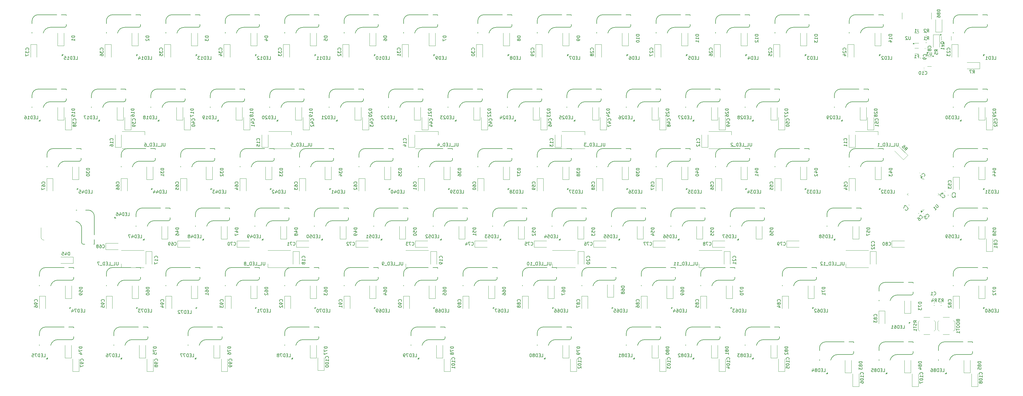
<source format=gbr>
%TF.GenerationSoftware,KiCad,Pcbnew,8.0.4*%
%TF.CreationDate,2024-09-06T17:25:15+02:00*%
%TF.ProjectId,kicad8,6b696361-6438-42e6-9b69-6361645f7063,rev?*%
%TF.SameCoordinates,Original*%
%TF.FileFunction,Legend,Bot*%
%TF.FilePolarity,Positive*%
%FSLAX46Y46*%
G04 Gerber Fmt 4.6, Leading zero omitted, Abs format (unit mm)*
G04 Created by KiCad (PCBNEW 8.0.4) date 2024-09-06 17:25:15*
%MOMM*%
%LPD*%
G01*
G04 APERTURE LIST*
%ADD10C,0.150000*%
%ADD11C,0.120000*%
G04 APERTURE END LIST*
D10*
X208472796Y-104918314D02*
X207472796Y-104918314D01*
X207472796Y-104918314D02*
X207472796Y-105156409D01*
X207472796Y-105156409D02*
X207520415Y-105299266D01*
X207520415Y-105299266D02*
X207615653Y-105394504D01*
X207615653Y-105394504D02*
X207710891Y-105442123D01*
X207710891Y-105442123D02*
X207901367Y-105489742D01*
X207901367Y-105489742D02*
X208044224Y-105489742D01*
X208044224Y-105489742D02*
X208234700Y-105442123D01*
X208234700Y-105442123D02*
X208329938Y-105394504D01*
X208329938Y-105394504D02*
X208425177Y-105299266D01*
X208425177Y-105299266D02*
X208472796Y-105156409D01*
X208472796Y-105156409D02*
X208472796Y-104918314D01*
X207472796Y-106346885D02*
X207472796Y-106156409D01*
X207472796Y-106156409D02*
X207520415Y-106061171D01*
X207520415Y-106061171D02*
X207568034Y-106013552D01*
X207568034Y-106013552D02*
X207710891Y-105918314D01*
X207710891Y-105918314D02*
X207901367Y-105870695D01*
X207901367Y-105870695D02*
X208282319Y-105870695D01*
X208282319Y-105870695D02*
X208377557Y-105918314D01*
X208377557Y-105918314D02*
X208425177Y-105965933D01*
X208425177Y-105965933D02*
X208472796Y-106061171D01*
X208472796Y-106061171D02*
X208472796Y-106251647D01*
X208472796Y-106251647D02*
X208425177Y-106346885D01*
X208425177Y-106346885D02*
X208377557Y-106394504D01*
X208377557Y-106394504D02*
X208282319Y-106442123D01*
X208282319Y-106442123D02*
X208044224Y-106442123D01*
X208044224Y-106442123D02*
X207948986Y-106394504D01*
X207948986Y-106394504D02*
X207901367Y-106346885D01*
X207901367Y-106346885D02*
X207853748Y-106251647D01*
X207853748Y-106251647D02*
X207853748Y-106061171D01*
X207853748Y-106061171D02*
X207901367Y-105965933D01*
X207901367Y-105965933D02*
X207948986Y-105918314D01*
X207948986Y-105918314D02*
X208044224Y-105870695D01*
X207901367Y-107013552D02*
X207853748Y-106918314D01*
X207853748Y-106918314D02*
X207806129Y-106870695D01*
X207806129Y-106870695D02*
X207710891Y-106823076D01*
X207710891Y-106823076D02*
X207663272Y-106823076D01*
X207663272Y-106823076D02*
X207568034Y-106870695D01*
X207568034Y-106870695D02*
X207520415Y-106918314D01*
X207520415Y-106918314D02*
X207472796Y-107013552D01*
X207472796Y-107013552D02*
X207472796Y-107204028D01*
X207472796Y-107204028D02*
X207520415Y-107299266D01*
X207520415Y-107299266D02*
X207568034Y-107346885D01*
X207568034Y-107346885D02*
X207663272Y-107394504D01*
X207663272Y-107394504D02*
X207710891Y-107394504D01*
X207710891Y-107394504D02*
X207806129Y-107346885D01*
X207806129Y-107346885D02*
X207853748Y-107299266D01*
X207853748Y-107299266D02*
X207901367Y-107204028D01*
X207901367Y-107204028D02*
X207901367Y-107013552D01*
X207901367Y-107013552D02*
X207948986Y-106918314D01*
X207948986Y-106918314D02*
X207996605Y-106870695D01*
X207996605Y-106870695D02*
X208091843Y-106823076D01*
X208091843Y-106823076D02*
X208282319Y-106823076D01*
X208282319Y-106823076D02*
X208377557Y-106870695D01*
X208377557Y-106870695D02*
X208425177Y-106918314D01*
X208425177Y-106918314D02*
X208472796Y-107013552D01*
X208472796Y-107013552D02*
X208472796Y-107204028D01*
X208472796Y-107204028D02*
X208425177Y-107299266D01*
X208425177Y-107299266D02*
X208377557Y-107346885D01*
X208377557Y-107346885D02*
X208282319Y-107394504D01*
X208282319Y-107394504D02*
X208091843Y-107394504D01*
X208091843Y-107394504D02*
X207996605Y-107346885D01*
X207996605Y-107346885D02*
X207948986Y-107299266D01*
X207948986Y-107299266D02*
X207901367Y-107204028D01*
X294544465Y-75234294D02*
X295020655Y-75234294D01*
X295020655Y-75234294D02*
X295020655Y-74234294D01*
X294211131Y-74710484D02*
X293877798Y-74710484D01*
X293734941Y-75234294D02*
X294211131Y-75234294D01*
X294211131Y-75234294D02*
X294211131Y-74234294D01*
X294211131Y-74234294D02*
X293734941Y-74234294D01*
X293306369Y-75234294D02*
X293306369Y-74234294D01*
X293306369Y-74234294D02*
X293068274Y-74234294D01*
X293068274Y-74234294D02*
X292925417Y-74281913D01*
X292925417Y-74281913D02*
X292830179Y-74377151D01*
X292830179Y-74377151D02*
X292782560Y-74472389D01*
X292782560Y-74472389D02*
X292734941Y-74662865D01*
X292734941Y-74662865D02*
X292734941Y-74805722D01*
X292734941Y-74805722D02*
X292782560Y-74996198D01*
X292782560Y-74996198D02*
X292830179Y-75091436D01*
X292830179Y-75091436D02*
X292925417Y-75186675D01*
X292925417Y-75186675D02*
X293068274Y-75234294D01*
X293068274Y-75234294D02*
X293306369Y-75234294D01*
X292401607Y-74234294D02*
X291782560Y-74234294D01*
X291782560Y-74234294D02*
X292115893Y-74615246D01*
X292115893Y-74615246D02*
X291973036Y-74615246D01*
X291973036Y-74615246D02*
X291877798Y-74662865D01*
X291877798Y-74662865D02*
X291830179Y-74710484D01*
X291830179Y-74710484D02*
X291782560Y-74805722D01*
X291782560Y-74805722D02*
X291782560Y-75043817D01*
X291782560Y-75043817D02*
X291830179Y-75139055D01*
X291830179Y-75139055D02*
X291877798Y-75186675D01*
X291877798Y-75186675D02*
X291973036Y-75234294D01*
X291973036Y-75234294D02*
X292258750Y-75234294D01*
X292258750Y-75234294D02*
X292353988Y-75186675D01*
X292353988Y-75186675D02*
X292401607Y-75139055D01*
X291401607Y-74329532D02*
X291353988Y-74281913D01*
X291353988Y-74281913D02*
X291258750Y-74234294D01*
X291258750Y-74234294D02*
X291020655Y-74234294D01*
X291020655Y-74234294D02*
X290925417Y-74281913D01*
X290925417Y-74281913D02*
X290877798Y-74329532D01*
X290877798Y-74329532D02*
X290830179Y-74424770D01*
X290830179Y-74424770D02*
X290830179Y-74520008D01*
X290830179Y-74520008D02*
X290877798Y-74662865D01*
X290877798Y-74662865D02*
X291449226Y-75234294D01*
X291449226Y-75234294D02*
X290830179Y-75234294D01*
X304804584Y-37057806D02*
X304852203Y-37105426D01*
X304852203Y-37105426D02*
X304995060Y-37153045D01*
X304995060Y-37153045D02*
X305090298Y-37153045D01*
X305090298Y-37153045D02*
X305233155Y-37105426D01*
X305233155Y-37105426D02*
X305328393Y-37010187D01*
X305328393Y-37010187D02*
X305376012Y-36914949D01*
X305376012Y-36914949D02*
X305423631Y-36724473D01*
X305423631Y-36724473D02*
X305423631Y-36581616D01*
X305423631Y-36581616D02*
X305376012Y-36391140D01*
X305376012Y-36391140D02*
X305328393Y-36295902D01*
X305328393Y-36295902D02*
X305233155Y-36200664D01*
X305233155Y-36200664D02*
X305090298Y-36153045D01*
X305090298Y-36153045D02*
X304995060Y-36153045D01*
X304995060Y-36153045D02*
X304852203Y-36200664D01*
X304852203Y-36200664D02*
X304804584Y-36248283D01*
X303852203Y-37153045D02*
X304423631Y-37153045D01*
X304137917Y-37153045D02*
X304137917Y-36153045D01*
X304137917Y-36153045D02*
X304233155Y-36295902D01*
X304233155Y-36295902D02*
X304328393Y-36391140D01*
X304328393Y-36391140D02*
X304423631Y-36438759D01*
X303233155Y-36153045D02*
X303137917Y-36153045D01*
X303137917Y-36153045D02*
X303042679Y-36200664D01*
X303042679Y-36200664D02*
X302995060Y-36248283D01*
X302995060Y-36248283D02*
X302947441Y-36343521D01*
X302947441Y-36343521D02*
X302899822Y-36533997D01*
X302899822Y-36533997D02*
X302899822Y-36772092D01*
X302899822Y-36772092D02*
X302947441Y-36962568D01*
X302947441Y-36962568D02*
X302995060Y-37057806D01*
X302995060Y-37057806D02*
X303042679Y-37105426D01*
X303042679Y-37105426D02*
X303137917Y-37153045D01*
X303137917Y-37153045D02*
X303233155Y-37153045D01*
X303233155Y-37153045D02*
X303328393Y-37105426D01*
X303328393Y-37105426D02*
X303376012Y-37057806D01*
X303376012Y-37057806D02*
X303423631Y-36962568D01*
X303423631Y-36962568D02*
X303471250Y-36772092D01*
X303471250Y-36772092D02*
X303471250Y-36533997D01*
X303471250Y-36533997D02*
X303423631Y-36343521D01*
X303423631Y-36343521D02*
X303376012Y-36248283D01*
X303376012Y-36248283D02*
X303328393Y-36200664D01*
X303328393Y-36200664D02*
X303233155Y-36153045D01*
X98427556Y-29289742D02*
X98475176Y-29242123D01*
X98475176Y-29242123D02*
X98522795Y-29099266D01*
X98522795Y-29099266D02*
X98522795Y-29004028D01*
X98522795Y-29004028D02*
X98475176Y-28861171D01*
X98475176Y-28861171D02*
X98379937Y-28765933D01*
X98379937Y-28765933D02*
X98284699Y-28718314D01*
X98284699Y-28718314D02*
X98094223Y-28670695D01*
X98094223Y-28670695D02*
X97951366Y-28670695D01*
X97951366Y-28670695D02*
X97760890Y-28718314D01*
X97760890Y-28718314D02*
X97665652Y-28765933D01*
X97665652Y-28765933D02*
X97570414Y-28861171D01*
X97570414Y-28861171D02*
X97522795Y-29004028D01*
X97522795Y-29004028D02*
X97522795Y-29099266D01*
X97522795Y-29099266D02*
X97570414Y-29242123D01*
X97570414Y-29242123D02*
X97618033Y-29289742D01*
X97522795Y-29623076D02*
X97522795Y-30242123D01*
X97522795Y-30242123D02*
X97903747Y-29908790D01*
X97903747Y-29908790D02*
X97903747Y-30051647D01*
X97903747Y-30051647D02*
X97951366Y-30146885D01*
X97951366Y-30146885D02*
X97998985Y-30194504D01*
X97998985Y-30194504D02*
X98094223Y-30242123D01*
X98094223Y-30242123D02*
X98332318Y-30242123D01*
X98332318Y-30242123D02*
X98427556Y-30194504D01*
X98427556Y-30194504D02*
X98475176Y-30146885D01*
X98475176Y-30146885D02*
X98522795Y-30051647D01*
X98522795Y-30051647D02*
X98522795Y-29765933D01*
X98522795Y-29765933D02*
X98475176Y-29670695D01*
X98475176Y-29670695D02*
X98427556Y-29623076D01*
X97522795Y-30575457D02*
X97522795Y-31194504D01*
X97522795Y-31194504D02*
X97903747Y-30861171D01*
X97903747Y-30861171D02*
X97903747Y-31004028D01*
X97903747Y-31004028D02*
X97951366Y-31099266D01*
X97951366Y-31099266D02*
X97998985Y-31146885D01*
X97998985Y-31146885D02*
X98094223Y-31194504D01*
X98094223Y-31194504D02*
X98332318Y-31194504D01*
X98332318Y-31194504D02*
X98427556Y-31146885D01*
X98427556Y-31146885D02*
X98475176Y-31099266D01*
X98475176Y-31099266D02*
X98522795Y-31004028D01*
X98522795Y-31004028D02*
X98522795Y-30718314D01*
X98522795Y-30718314D02*
X98475176Y-30623076D01*
X98475176Y-30623076D02*
X98427556Y-30575457D01*
X223077558Y-128429177D02*
X223125178Y-128381558D01*
X223125178Y-128381558D02*
X223172797Y-128238701D01*
X223172797Y-128238701D02*
X223172797Y-128143463D01*
X223172797Y-128143463D02*
X223125178Y-128000606D01*
X223125178Y-128000606D02*
X223029939Y-127905368D01*
X223029939Y-127905368D02*
X222934701Y-127857749D01*
X222934701Y-127857749D02*
X222744225Y-127810130D01*
X222744225Y-127810130D02*
X222601368Y-127810130D01*
X222601368Y-127810130D02*
X222410892Y-127857749D01*
X222410892Y-127857749D02*
X222315654Y-127905368D01*
X222315654Y-127905368D02*
X222220416Y-128000606D01*
X222220416Y-128000606D02*
X222172797Y-128143463D01*
X222172797Y-128143463D02*
X222172797Y-128238701D01*
X222172797Y-128238701D02*
X222220416Y-128381558D01*
X222220416Y-128381558D02*
X222268035Y-128429177D01*
X223172797Y-129381558D02*
X223172797Y-128810130D01*
X223172797Y-129095844D02*
X222172797Y-129095844D01*
X222172797Y-129095844D02*
X222315654Y-129000606D01*
X222315654Y-129000606D02*
X222410892Y-128905368D01*
X222410892Y-128905368D02*
X222458511Y-128810130D01*
X222172797Y-130000606D02*
X222172797Y-130095844D01*
X222172797Y-130095844D02*
X222220416Y-130191082D01*
X222220416Y-130191082D02*
X222268035Y-130238701D01*
X222268035Y-130238701D02*
X222363273Y-130286320D01*
X222363273Y-130286320D02*
X222553749Y-130333939D01*
X222553749Y-130333939D02*
X222791844Y-130333939D01*
X222791844Y-130333939D02*
X222982320Y-130286320D01*
X222982320Y-130286320D02*
X223077558Y-130238701D01*
X223077558Y-130238701D02*
X223125178Y-130191082D01*
X223125178Y-130191082D02*
X223172797Y-130095844D01*
X223172797Y-130095844D02*
X223172797Y-130000606D01*
X223172797Y-130000606D02*
X223125178Y-129905368D01*
X223125178Y-129905368D02*
X223077558Y-129857749D01*
X223077558Y-129857749D02*
X222982320Y-129810130D01*
X222982320Y-129810130D02*
X222791844Y-129762511D01*
X222791844Y-129762511D02*
X222553749Y-129762511D01*
X222553749Y-129762511D02*
X222363273Y-129810130D01*
X222363273Y-129810130D02*
X222268035Y-129857749D01*
X222268035Y-129857749D02*
X222220416Y-129905368D01*
X222220416Y-129905368D02*
X222172797Y-130000606D01*
X222172797Y-130667273D02*
X222172797Y-131286320D01*
X222172797Y-131286320D02*
X222553749Y-130952987D01*
X222553749Y-130952987D02*
X222553749Y-131095844D01*
X222553749Y-131095844D02*
X222601368Y-131191082D01*
X222601368Y-131191082D02*
X222648987Y-131238701D01*
X222648987Y-131238701D02*
X222744225Y-131286320D01*
X222744225Y-131286320D02*
X222982320Y-131286320D01*
X222982320Y-131286320D02*
X223077558Y-131238701D01*
X223077558Y-131238701D02*
X223125178Y-131191082D01*
X223125178Y-131191082D02*
X223172797Y-131095844D01*
X223172797Y-131095844D02*
X223172797Y-130810130D01*
X223172797Y-130810130D02*
X223125178Y-130714892D01*
X223125178Y-130714892D02*
X223077558Y-130667273D01*
X137035296Y-67215189D02*
X136035296Y-67215189D01*
X136035296Y-67215189D02*
X136035296Y-67453284D01*
X136035296Y-67453284D02*
X136082915Y-67596141D01*
X136082915Y-67596141D02*
X136178153Y-67691379D01*
X136178153Y-67691379D02*
X136273391Y-67738998D01*
X136273391Y-67738998D02*
X136463867Y-67786617D01*
X136463867Y-67786617D02*
X136606724Y-67786617D01*
X136606724Y-67786617D02*
X136797200Y-67738998D01*
X136797200Y-67738998D02*
X136892438Y-67691379D01*
X136892438Y-67691379D02*
X136987677Y-67596141D01*
X136987677Y-67596141D02*
X137035296Y-67453284D01*
X137035296Y-67453284D02*
X137035296Y-67215189D01*
X136035296Y-68119951D02*
X136035296Y-68738998D01*
X136035296Y-68738998D02*
X136416248Y-68405665D01*
X136416248Y-68405665D02*
X136416248Y-68548522D01*
X136416248Y-68548522D02*
X136463867Y-68643760D01*
X136463867Y-68643760D02*
X136511486Y-68691379D01*
X136511486Y-68691379D02*
X136606724Y-68738998D01*
X136606724Y-68738998D02*
X136844819Y-68738998D01*
X136844819Y-68738998D02*
X136940057Y-68691379D01*
X136940057Y-68691379D02*
X136987677Y-68643760D01*
X136987677Y-68643760D02*
X137035296Y-68548522D01*
X137035296Y-68548522D02*
X137035296Y-68262808D01*
X137035296Y-68262808D02*
X136987677Y-68167570D01*
X136987677Y-68167570D02*
X136940057Y-68119951D01*
X136035296Y-69643760D02*
X136035296Y-69167570D01*
X136035296Y-69167570D02*
X136511486Y-69119951D01*
X136511486Y-69119951D02*
X136463867Y-69167570D01*
X136463867Y-69167570D02*
X136416248Y-69262808D01*
X136416248Y-69262808D02*
X136416248Y-69500903D01*
X136416248Y-69500903D02*
X136463867Y-69596141D01*
X136463867Y-69596141D02*
X136511486Y-69643760D01*
X136511486Y-69643760D02*
X136606724Y-69691379D01*
X136606724Y-69691379D02*
X136844819Y-69691379D01*
X136844819Y-69691379D02*
X136940057Y-69643760D01*
X136940057Y-69643760D02*
X136987677Y-69596141D01*
X136987677Y-69596141D02*
X137035296Y-69500903D01*
X137035296Y-69500903D02*
X137035296Y-69262808D01*
X137035296Y-69262808D02*
X136987677Y-69167570D01*
X136987677Y-69167570D02*
X136940057Y-69119951D01*
X121348334Y-91807805D02*
X121395953Y-91855425D01*
X121395953Y-91855425D02*
X121538810Y-91903044D01*
X121538810Y-91903044D02*
X121634048Y-91903044D01*
X121634048Y-91903044D02*
X121776905Y-91855425D01*
X121776905Y-91855425D02*
X121872143Y-91760186D01*
X121872143Y-91760186D02*
X121919762Y-91664948D01*
X121919762Y-91664948D02*
X121967381Y-91474472D01*
X121967381Y-91474472D02*
X121967381Y-91331615D01*
X121967381Y-91331615D02*
X121919762Y-91141139D01*
X121919762Y-91141139D02*
X121872143Y-91045901D01*
X121872143Y-91045901D02*
X121776905Y-90950663D01*
X121776905Y-90950663D02*
X121634048Y-90903044D01*
X121634048Y-90903044D02*
X121538810Y-90903044D01*
X121538810Y-90903044D02*
X121395953Y-90950663D01*
X121395953Y-90950663D02*
X121348334Y-90998282D01*
X121015000Y-90903044D02*
X120348334Y-90903044D01*
X120348334Y-90903044D02*
X120776905Y-91903044D01*
X120015000Y-90998282D02*
X119967381Y-90950663D01*
X119967381Y-90950663D02*
X119872143Y-90903044D01*
X119872143Y-90903044D02*
X119634048Y-90903044D01*
X119634048Y-90903044D02*
X119538810Y-90950663D01*
X119538810Y-90950663D02*
X119491191Y-90998282D01*
X119491191Y-90998282D02*
X119443572Y-91093520D01*
X119443572Y-91093520D02*
X119443572Y-91188758D01*
X119443572Y-91188758D02*
X119491191Y-91331615D01*
X119491191Y-91331615D02*
X120062619Y-91903044D01*
X120062619Y-91903044D02*
X119443572Y-91903044D01*
X315181965Y-89521794D02*
X315658155Y-89521794D01*
X315658155Y-89521794D02*
X315658155Y-88521794D01*
X314848631Y-88997984D02*
X314515298Y-88997984D01*
X314372441Y-89521794D02*
X314848631Y-89521794D01*
X314848631Y-89521794D02*
X314848631Y-88521794D01*
X314848631Y-88521794D02*
X314372441Y-88521794D01*
X313943869Y-89521794D02*
X313943869Y-88521794D01*
X313943869Y-88521794D02*
X313705774Y-88521794D01*
X313705774Y-88521794D02*
X313562917Y-88569413D01*
X313562917Y-88569413D02*
X313467679Y-88664651D01*
X313467679Y-88664651D02*
X313420060Y-88759889D01*
X313420060Y-88759889D02*
X313372441Y-88950365D01*
X313372441Y-88950365D02*
X313372441Y-89093222D01*
X313372441Y-89093222D02*
X313420060Y-89283698D01*
X313420060Y-89283698D02*
X313467679Y-89378936D01*
X313467679Y-89378936D02*
X313562917Y-89474175D01*
X313562917Y-89474175D02*
X313705774Y-89521794D01*
X313705774Y-89521794D02*
X313943869Y-89521794D01*
X312467679Y-88521794D02*
X312943869Y-88521794D01*
X312943869Y-88521794D02*
X312991488Y-88997984D01*
X312991488Y-88997984D02*
X312943869Y-88950365D01*
X312943869Y-88950365D02*
X312848631Y-88902746D01*
X312848631Y-88902746D02*
X312610536Y-88902746D01*
X312610536Y-88902746D02*
X312515298Y-88950365D01*
X312515298Y-88950365D02*
X312467679Y-88997984D01*
X312467679Y-88997984D02*
X312420060Y-89093222D01*
X312420060Y-89093222D02*
X312420060Y-89331317D01*
X312420060Y-89331317D02*
X312467679Y-89426555D01*
X312467679Y-89426555D02*
X312515298Y-89474175D01*
X312515298Y-89474175D02*
X312610536Y-89521794D01*
X312610536Y-89521794D02*
X312848631Y-89521794D01*
X312848631Y-89521794D02*
X312943869Y-89474175D01*
X312943869Y-89474175D02*
X312991488Y-89426555D01*
X311943869Y-89521794D02*
X311753393Y-89521794D01*
X311753393Y-89521794D02*
X311658155Y-89474175D01*
X311658155Y-89474175D02*
X311610536Y-89426555D01*
X311610536Y-89426555D02*
X311515298Y-89283698D01*
X311515298Y-89283698D02*
X311467679Y-89093222D01*
X311467679Y-89093222D02*
X311467679Y-88712270D01*
X311467679Y-88712270D02*
X311515298Y-88617032D01*
X311515298Y-88617032D02*
X311562917Y-88569413D01*
X311562917Y-88569413D02*
X311658155Y-88521794D01*
X311658155Y-88521794D02*
X311848631Y-88521794D01*
X311848631Y-88521794D02*
X311943869Y-88569413D01*
X311943869Y-88569413D02*
X311991488Y-88617032D01*
X311991488Y-88617032D02*
X312039107Y-88712270D01*
X312039107Y-88712270D02*
X312039107Y-88950365D01*
X312039107Y-88950365D02*
X311991488Y-89045603D01*
X311991488Y-89045603D02*
X311943869Y-89093222D01*
X311943869Y-89093222D02*
X311848631Y-89140841D01*
X311848631Y-89140841D02*
X311658155Y-89140841D01*
X311658155Y-89140841D02*
X311562917Y-89093222D01*
X311562917Y-89093222D02*
X311515298Y-89045603D01*
X311515298Y-89045603D02*
X311467679Y-88950365D01*
X272766546Y-105315189D02*
X271766546Y-105315189D01*
X271766546Y-105315189D02*
X271766546Y-105553284D01*
X271766546Y-105553284D02*
X271814165Y-105696141D01*
X271814165Y-105696141D02*
X271909403Y-105791379D01*
X271909403Y-105791379D02*
X272004641Y-105838998D01*
X272004641Y-105838998D02*
X272195117Y-105886617D01*
X272195117Y-105886617D02*
X272337974Y-105886617D01*
X272337974Y-105886617D02*
X272528450Y-105838998D01*
X272528450Y-105838998D02*
X272623688Y-105791379D01*
X272623688Y-105791379D02*
X272718927Y-105696141D01*
X272718927Y-105696141D02*
X272766546Y-105553284D01*
X272766546Y-105553284D02*
X272766546Y-105315189D01*
X271766546Y-106219951D02*
X271766546Y-106886617D01*
X271766546Y-106886617D02*
X272766546Y-106458046D01*
X272766546Y-107791379D02*
X272766546Y-107219951D01*
X272766546Y-107505665D02*
X271766546Y-107505665D01*
X271766546Y-107505665D02*
X271909403Y-107410427D01*
X271909403Y-107410427D02*
X272004641Y-107315189D01*
X272004641Y-107315189D02*
X272052260Y-107219951D01*
X232285296Y-24352689D02*
X231285296Y-24352689D01*
X231285296Y-24352689D02*
X231285296Y-24590784D01*
X231285296Y-24590784D02*
X231332915Y-24733641D01*
X231332915Y-24733641D02*
X231428153Y-24828879D01*
X231428153Y-24828879D02*
X231523391Y-24876498D01*
X231523391Y-24876498D02*
X231713867Y-24924117D01*
X231713867Y-24924117D02*
X231856724Y-24924117D01*
X231856724Y-24924117D02*
X232047200Y-24876498D01*
X232047200Y-24876498D02*
X232142438Y-24828879D01*
X232142438Y-24828879D02*
X232237677Y-24733641D01*
X232237677Y-24733641D02*
X232285296Y-24590784D01*
X232285296Y-24590784D02*
X232285296Y-24352689D01*
X232285296Y-25876498D02*
X232285296Y-25305070D01*
X232285296Y-25590784D02*
X231285296Y-25590784D01*
X231285296Y-25590784D02*
X231428153Y-25495546D01*
X231428153Y-25495546D02*
X231523391Y-25400308D01*
X231523391Y-25400308D02*
X231571010Y-25305070D01*
X232285296Y-26828879D02*
X232285296Y-26257451D01*
X232285296Y-26543165D02*
X231285296Y-26543165D01*
X231285296Y-26543165D02*
X231428153Y-26447927D01*
X231428153Y-26447927D02*
X231523391Y-26352689D01*
X231523391Y-26352689D02*
X231571010Y-26257451D01*
X136924431Y-109855367D02*
X136972051Y-109807748D01*
X136972051Y-109807748D02*
X137019670Y-109664891D01*
X137019670Y-109664891D02*
X137019670Y-109569653D01*
X137019670Y-109569653D02*
X136972051Y-109426796D01*
X136972051Y-109426796D02*
X136876812Y-109331558D01*
X136876812Y-109331558D02*
X136781574Y-109283939D01*
X136781574Y-109283939D02*
X136591098Y-109236320D01*
X136591098Y-109236320D02*
X136448241Y-109236320D01*
X136448241Y-109236320D02*
X136257765Y-109283939D01*
X136257765Y-109283939D02*
X136162527Y-109331558D01*
X136162527Y-109331558D02*
X136067289Y-109426796D01*
X136067289Y-109426796D02*
X136019670Y-109569653D01*
X136019670Y-109569653D02*
X136019670Y-109664891D01*
X136019670Y-109664891D02*
X136067289Y-109807748D01*
X136067289Y-109807748D02*
X136114908Y-109855367D01*
X137019670Y-110331558D02*
X137019670Y-110522034D01*
X137019670Y-110522034D02*
X136972051Y-110617272D01*
X136972051Y-110617272D02*
X136924431Y-110664891D01*
X136924431Y-110664891D02*
X136781574Y-110760129D01*
X136781574Y-110760129D02*
X136591098Y-110807748D01*
X136591098Y-110807748D02*
X136210146Y-110807748D01*
X136210146Y-110807748D02*
X136114908Y-110760129D01*
X136114908Y-110760129D02*
X136067289Y-110712510D01*
X136067289Y-110712510D02*
X136019670Y-110617272D01*
X136019670Y-110617272D02*
X136019670Y-110426796D01*
X136019670Y-110426796D02*
X136067289Y-110331558D01*
X136067289Y-110331558D02*
X136114908Y-110283939D01*
X136114908Y-110283939D02*
X136210146Y-110236320D01*
X136210146Y-110236320D02*
X136448241Y-110236320D01*
X136448241Y-110236320D02*
X136543479Y-110283939D01*
X136543479Y-110283939D02*
X136591098Y-110331558D01*
X136591098Y-110331558D02*
X136638717Y-110426796D01*
X136638717Y-110426796D02*
X136638717Y-110617272D01*
X136638717Y-110617272D02*
X136591098Y-110712510D01*
X136591098Y-110712510D02*
X136543479Y-110760129D01*
X136543479Y-110760129D02*
X136448241Y-110807748D01*
X136019670Y-111426796D02*
X136019670Y-111522034D01*
X136019670Y-111522034D02*
X136067289Y-111617272D01*
X136067289Y-111617272D02*
X136114908Y-111664891D01*
X136114908Y-111664891D02*
X136210146Y-111712510D01*
X136210146Y-111712510D02*
X136400622Y-111760129D01*
X136400622Y-111760129D02*
X136638717Y-111760129D01*
X136638717Y-111760129D02*
X136829193Y-111712510D01*
X136829193Y-111712510D02*
X136924431Y-111664891D01*
X136924431Y-111664891D02*
X136972051Y-111617272D01*
X136972051Y-111617272D02*
X137019670Y-111522034D01*
X137019670Y-111522034D02*
X137019670Y-111426796D01*
X137019670Y-111426796D02*
X136972051Y-111331558D01*
X136972051Y-111331558D02*
X136924431Y-111283939D01*
X136924431Y-111283939D02*
X136829193Y-111236320D01*
X136829193Y-111236320D02*
X136638717Y-111188701D01*
X136638717Y-111188701D02*
X136400622Y-111188701D01*
X136400622Y-111188701D02*
X136210146Y-111236320D01*
X136210146Y-111236320D02*
X136114908Y-111283939D01*
X136114908Y-111283939D02*
X136067289Y-111331558D01*
X136067289Y-111331558D02*
X136019670Y-111426796D01*
X17465056Y-29289742D02*
X17512676Y-29242123D01*
X17512676Y-29242123D02*
X17560295Y-29099266D01*
X17560295Y-29099266D02*
X17560295Y-29004028D01*
X17560295Y-29004028D02*
X17512676Y-28861171D01*
X17512676Y-28861171D02*
X17417437Y-28765933D01*
X17417437Y-28765933D02*
X17322199Y-28718314D01*
X17322199Y-28718314D02*
X17131723Y-28670695D01*
X17131723Y-28670695D02*
X16988866Y-28670695D01*
X16988866Y-28670695D02*
X16798390Y-28718314D01*
X16798390Y-28718314D02*
X16703152Y-28765933D01*
X16703152Y-28765933D02*
X16607914Y-28861171D01*
X16607914Y-28861171D02*
X16560295Y-29004028D01*
X16560295Y-29004028D02*
X16560295Y-29099266D01*
X16560295Y-29099266D02*
X16607914Y-29242123D01*
X16607914Y-29242123D02*
X16655533Y-29289742D01*
X16560295Y-29623076D02*
X16560295Y-30242123D01*
X16560295Y-30242123D02*
X16941247Y-29908790D01*
X16941247Y-29908790D02*
X16941247Y-30051647D01*
X16941247Y-30051647D02*
X16988866Y-30146885D01*
X16988866Y-30146885D02*
X17036485Y-30194504D01*
X17036485Y-30194504D02*
X17131723Y-30242123D01*
X17131723Y-30242123D02*
X17369818Y-30242123D01*
X17369818Y-30242123D02*
X17465056Y-30194504D01*
X17465056Y-30194504D02*
X17512676Y-30146885D01*
X17512676Y-30146885D02*
X17560295Y-30051647D01*
X17560295Y-30051647D02*
X17560295Y-29765933D01*
X17560295Y-29765933D02*
X17512676Y-29670695D01*
X17512676Y-29670695D02*
X17465056Y-29623076D01*
X16560295Y-30575457D02*
X16560295Y-31242123D01*
X16560295Y-31242123D02*
X17560295Y-30813552D01*
X19906965Y-51421794D02*
X20383155Y-51421794D01*
X20383155Y-51421794D02*
X20383155Y-50421794D01*
X19573631Y-50897984D02*
X19240298Y-50897984D01*
X19097441Y-51421794D02*
X19573631Y-51421794D01*
X19573631Y-51421794D02*
X19573631Y-50421794D01*
X19573631Y-50421794D02*
X19097441Y-50421794D01*
X18668869Y-51421794D02*
X18668869Y-50421794D01*
X18668869Y-50421794D02*
X18430774Y-50421794D01*
X18430774Y-50421794D02*
X18287917Y-50469413D01*
X18287917Y-50469413D02*
X18192679Y-50564651D01*
X18192679Y-50564651D02*
X18145060Y-50659889D01*
X18145060Y-50659889D02*
X18097441Y-50850365D01*
X18097441Y-50850365D02*
X18097441Y-50993222D01*
X18097441Y-50993222D02*
X18145060Y-51183698D01*
X18145060Y-51183698D02*
X18192679Y-51278936D01*
X18192679Y-51278936D02*
X18287917Y-51374175D01*
X18287917Y-51374175D02*
X18430774Y-51421794D01*
X18430774Y-51421794D02*
X18668869Y-51421794D01*
X17145060Y-51421794D02*
X17716488Y-51421794D01*
X17430774Y-51421794D02*
X17430774Y-50421794D01*
X17430774Y-50421794D02*
X17526012Y-50564651D01*
X17526012Y-50564651D02*
X17621250Y-50659889D01*
X17621250Y-50659889D02*
X17716488Y-50707508D01*
X16287917Y-50421794D02*
X16478393Y-50421794D01*
X16478393Y-50421794D02*
X16573631Y-50469413D01*
X16573631Y-50469413D02*
X16621250Y-50517032D01*
X16621250Y-50517032D02*
X16716488Y-50659889D01*
X16716488Y-50659889D02*
X16764107Y-50850365D01*
X16764107Y-50850365D02*
X16764107Y-51231317D01*
X16764107Y-51231317D02*
X16716488Y-51326555D01*
X16716488Y-51326555D02*
X16668869Y-51374175D01*
X16668869Y-51374175D02*
X16573631Y-51421794D01*
X16573631Y-51421794D02*
X16383155Y-51421794D01*
X16383155Y-51421794D02*
X16287917Y-51374175D01*
X16287917Y-51374175D02*
X16240298Y-51326555D01*
X16240298Y-51326555D02*
X16192679Y-51231317D01*
X16192679Y-51231317D02*
X16192679Y-50993222D01*
X16192679Y-50993222D02*
X16240298Y-50897984D01*
X16240298Y-50897984D02*
X16287917Y-50850365D01*
X16287917Y-50850365D02*
X16383155Y-50802746D01*
X16383155Y-50802746D02*
X16573631Y-50802746D01*
X16573631Y-50802746D02*
X16668869Y-50850365D01*
X16668869Y-50850365D02*
X16716488Y-50897984D01*
X16716488Y-50897984D02*
X16764107Y-50993222D01*
X82568182Y-128905367D02*
X82615802Y-128857748D01*
X82615802Y-128857748D02*
X82663421Y-128714891D01*
X82663421Y-128714891D02*
X82663421Y-128619653D01*
X82663421Y-128619653D02*
X82615802Y-128476796D01*
X82615802Y-128476796D02*
X82520563Y-128381558D01*
X82520563Y-128381558D02*
X82425325Y-128333939D01*
X82425325Y-128333939D02*
X82234849Y-128286320D01*
X82234849Y-128286320D02*
X82091992Y-128286320D01*
X82091992Y-128286320D02*
X81901516Y-128333939D01*
X81901516Y-128333939D02*
X81806278Y-128381558D01*
X81806278Y-128381558D02*
X81711040Y-128476796D01*
X81711040Y-128476796D02*
X81663421Y-128619653D01*
X81663421Y-128619653D02*
X81663421Y-128714891D01*
X81663421Y-128714891D02*
X81711040Y-128857748D01*
X81711040Y-128857748D02*
X81758659Y-128905367D01*
X82663421Y-129381558D02*
X82663421Y-129572034D01*
X82663421Y-129572034D02*
X82615802Y-129667272D01*
X82615802Y-129667272D02*
X82568182Y-129714891D01*
X82568182Y-129714891D02*
X82425325Y-129810129D01*
X82425325Y-129810129D02*
X82234849Y-129857748D01*
X82234849Y-129857748D02*
X81853897Y-129857748D01*
X81853897Y-129857748D02*
X81758659Y-129810129D01*
X81758659Y-129810129D02*
X81711040Y-129762510D01*
X81711040Y-129762510D02*
X81663421Y-129667272D01*
X81663421Y-129667272D02*
X81663421Y-129476796D01*
X81663421Y-129476796D02*
X81711040Y-129381558D01*
X81711040Y-129381558D02*
X81758659Y-129333939D01*
X81758659Y-129333939D02*
X81853897Y-129286320D01*
X81853897Y-129286320D02*
X82091992Y-129286320D01*
X82091992Y-129286320D02*
X82187230Y-129333939D01*
X82187230Y-129333939D02*
X82234849Y-129381558D01*
X82234849Y-129381558D02*
X82282468Y-129476796D01*
X82282468Y-129476796D02*
X82282468Y-129667272D01*
X82282468Y-129667272D02*
X82234849Y-129762510D01*
X82234849Y-129762510D02*
X82187230Y-129810129D01*
X82187230Y-129810129D02*
X82091992Y-129857748D01*
X82663421Y-130333939D02*
X82663421Y-130524415D01*
X82663421Y-130524415D02*
X82615802Y-130619653D01*
X82615802Y-130619653D02*
X82568182Y-130667272D01*
X82568182Y-130667272D02*
X82425325Y-130762510D01*
X82425325Y-130762510D02*
X82234849Y-130810129D01*
X82234849Y-130810129D02*
X81853897Y-130810129D01*
X81853897Y-130810129D02*
X81758659Y-130762510D01*
X81758659Y-130762510D02*
X81711040Y-130714891D01*
X81711040Y-130714891D02*
X81663421Y-130619653D01*
X81663421Y-130619653D02*
X81663421Y-130429177D01*
X81663421Y-130429177D02*
X81711040Y-130333939D01*
X81711040Y-130333939D02*
X81758659Y-130286320D01*
X81758659Y-130286320D02*
X81853897Y-130238701D01*
X81853897Y-130238701D02*
X82091992Y-130238701D01*
X82091992Y-130238701D02*
X82187230Y-130286320D01*
X82187230Y-130286320D02*
X82234849Y-130333939D01*
X82234849Y-130333939D02*
X82282468Y-130429177D01*
X82282468Y-130429177D02*
X82282468Y-130619653D01*
X82282468Y-130619653D02*
X82234849Y-130714891D01*
X82234849Y-130714891D02*
X82187230Y-130762510D01*
X82187230Y-130762510D02*
X82091992Y-130810129D01*
X159448334Y-91807805D02*
X159495953Y-91855425D01*
X159495953Y-91855425D02*
X159638810Y-91903044D01*
X159638810Y-91903044D02*
X159734048Y-91903044D01*
X159734048Y-91903044D02*
X159876905Y-91855425D01*
X159876905Y-91855425D02*
X159972143Y-91760186D01*
X159972143Y-91760186D02*
X160019762Y-91664948D01*
X160019762Y-91664948D02*
X160067381Y-91474472D01*
X160067381Y-91474472D02*
X160067381Y-91331615D01*
X160067381Y-91331615D02*
X160019762Y-91141139D01*
X160019762Y-91141139D02*
X159972143Y-91045901D01*
X159972143Y-91045901D02*
X159876905Y-90950663D01*
X159876905Y-90950663D02*
X159734048Y-90903044D01*
X159734048Y-90903044D02*
X159638810Y-90903044D01*
X159638810Y-90903044D02*
X159495953Y-90950663D01*
X159495953Y-90950663D02*
X159448334Y-90998282D01*
X159115000Y-90903044D02*
X158448334Y-90903044D01*
X158448334Y-90903044D02*
X158876905Y-91903044D01*
X157638810Y-91236377D02*
X157638810Y-91903044D01*
X157876905Y-90855425D02*
X158115000Y-91569710D01*
X158115000Y-91569710D02*
X157495953Y-91569710D01*
X327852558Y-51911617D02*
X327900178Y-51863998D01*
X327900178Y-51863998D02*
X327947797Y-51721141D01*
X327947797Y-51721141D02*
X327947797Y-51625903D01*
X327947797Y-51625903D02*
X327900178Y-51483046D01*
X327900178Y-51483046D02*
X327804939Y-51387808D01*
X327804939Y-51387808D02*
X327709701Y-51340189D01*
X327709701Y-51340189D02*
X327519225Y-51292570D01*
X327519225Y-51292570D02*
X327376368Y-51292570D01*
X327376368Y-51292570D02*
X327185892Y-51340189D01*
X327185892Y-51340189D02*
X327090654Y-51387808D01*
X327090654Y-51387808D02*
X326995416Y-51483046D01*
X326995416Y-51483046D02*
X326947797Y-51625903D01*
X326947797Y-51625903D02*
X326947797Y-51721141D01*
X326947797Y-51721141D02*
X326995416Y-51863998D01*
X326995416Y-51863998D02*
X327043035Y-51911617D01*
X326947797Y-52816379D02*
X326947797Y-52340189D01*
X326947797Y-52340189D02*
X327423987Y-52292570D01*
X327423987Y-52292570D02*
X327376368Y-52340189D01*
X327376368Y-52340189D02*
X327328749Y-52435427D01*
X327328749Y-52435427D02*
X327328749Y-52673522D01*
X327328749Y-52673522D02*
X327376368Y-52768760D01*
X327376368Y-52768760D02*
X327423987Y-52816379D01*
X327423987Y-52816379D02*
X327519225Y-52863998D01*
X327519225Y-52863998D02*
X327757320Y-52863998D01*
X327757320Y-52863998D02*
X327852558Y-52816379D01*
X327852558Y-52816379D02*
X327900178Y-52768760D01*
X327900178Y-52768760D02*
X327947797Y-52673522D01*
X327947797Y-52673522D02*
X327947797Y-52435427D01*
X327947797Y-52435427D02*
X327900178Y-52340189D01*
X327900178Y-52340189D02*
X327852558Y-52292570D01*
X327043035Y-53244951D02*
X326995416Y-53292570D01*
X326995416Y-53292570D02*
X326947797Y-53387808D01*
X326947797Y-53387808D02*
X326947797Y-53625903D01*
X326947797Y-53625903D02*
X326995416Y-53721141D01*
X326995416Y-53721141D02*
X327043035Y-53768760D01*
X327043035Y-53768760D02*
X327138273Y-53816379D01*
X327138273Y-53816379D02*
X327233511Y-53816379D01*
X327233511Y-53816379D02*
X327376368Y-53768760D01*
X327376368Y-53768760D02*
X327947797Y-53197332D01*
X327947797Y-53197332D02*
X327947797Y-53816379D01*
X141686931Y-72152242D02*
X141734551Y-72104623D01*
X141734551Y-72104623D02*
X141782170Y-71961766D01*
X141782170Y-71961766D02*
X141782170Y-71866528D01*
X141782170Y-71866528D02*
X141734551Y-71723671D01*
X141734551Y-71723671D02*
X141639312Y-71628433D01*
X141639312Y-71628433D02*
X141544074Y-71580814D01*
X141544074Y-71580814D02*
X141353598Y-71533195D01*
X141353598Y-71533195D02*
X141210741Y-71533195D01*
X141210741Y-71533195D02*
X141020265Y-71580814D01*
X141020265Y-71580814D02*
X140925027Y-71628433D01*
X140925027Y-71628433D02*
X140829789Y-71723671D01*
X140829789Y-71723671D02*
X140782170Y-71866528D01*
X140782170Y-71866528D02*
X140782170Y-71961766D01*
X140782170Y-71961766D02*
X140829789Y-72104623D01*
X140829789Y-72104623D02*
X140877408Y-72152242D01*
X140782170Y-73009385D02*
X140782170Y-72818909D01*
X140782170Y-72818909D02*
X140829789Y-72723671D01*
X140829789Y-72723671D02*
X140877408Y-72676052D01*
X140877408Y-72676052D02*
X141020265Y-72580814D01*
X141020265Y-72580814D02*
X141210741Y-72533195D01*
X141210741Y-72533195D02*
X141591693Y-72533195D01*
X141591693Y-72533195D02*
X141686931Y-72580814D01*
X141686931Y-72580814D02*
X141734551Y-72628433D01*
X141734551Y-72628433D02*
X141782170Y-72723671D01*
X141782170Y-72723671D02*
X141782170Y-72914147D01*
X141782170Y-72914147D02*
X141734551Y-73009385D01*
X141734551Y-73009385D02*
X141686931Y-73057004D01*
X141686931Y-73057004D02*
X141591693Y-73104623D01*
X141591693Y-73104623D02*
X141353598Y-73104623D01*
X141353598Y-73104623D02*
X141258360Y-73057004D01*
X141258360Y-73057004D02*
X141210741Y-73009385D01*
X141210741Y-73009385D02*
X141163122Y-72914147D01*
X141163122Y-72914147D02*
X141163122Y-72723671D01*
X141163122Y-72723671D02*
X141210741Y-72628433D01*
X141210741Y-72628433D02*
X141258360Y-72580814D01*
X141258360Y-72580814D02*
X141353598Y-72533195D01*
X141782170Y-74057004D02*
X141782170Y-73485576D01*
X141782170Y-73771290D02*
X140782170Y-73771290D01*
X140782170Y-73771290D02*
X140925027Y-73676052D01*
X140925027Y-73676052D02*
X141020265Y-73580814D01*
X141020265Y-73580814D02*
X141067884Y-73485576D01*
X181831965Y-127621794D02*
X182308155Y-127621794D01*
X182308155Y-127621794D02*
X182308155Y-126621794D01*
X181498631Y-127097984D02*
X181165298Y-127097984D01*
X181022441Y-127621794D02*
X181498631Y-127621794D01*
X181498631Y-127621794D02*
X181498631Y-126621794D01*
X181498631Y-126621794D02*
X181022441Y-126621794D01*
X180593869Y-127621794D02*
X180593869Y-126621794D01*
X180593869Y-126621794D02*
X180355774Y-126621794D01*
X180355774Y-126621794D02*
X180212917Y-126669413D01*
X180212917Y-126669413D02*
X180117679Y-126764651D01*
X180117679Y-126764651D02*
X180070060Y-126859889D01*
X180070060Y-126859889D02*
X180022441Y-127050365D01*
X180022441Y-127050365D02*
X180022441Y-127193222D01*
X180022441Y-127193222D02*
X180070060Y-127383698D01*
X180070060Y-127383698D02*
X180117679Y-127478936D01*
X180117679Y-127478936D02*
X180212917Y-127574175D01*
X180212917Y-127574175D02*
X180355774Y-127621794D01*
X180355774Y-127621794D02*
X180593869Y-127621794D01*
X179451012Y-127050365D02*
X179546250Y-127002746D01*
X179546250Y-127002746D02*
X179593869Y-126955127D01*
X179593869Y-126955127D02*
X179641488Y-126859889D01*
X179641488Y-126859889D02*
X179641488Y-126812270D01*
X179641488Y-126812270D02*
X179593869Y-126717032D01*
X179593869Y-126717032D02*
X179546250Y-126669413D01*
X179546250Y-126669413D02*
X179451012Y-126621794D01*
X179451012Y-126621794D02*
X179260536Y-126621794D01*
X179260536Y-126621794D02*
X179165298Y-126669413D01*
X179165298Y-126669413D02*
X179117679Y-126717032D01*
X179117679Y-126717032D02*
X179070060Y-126812270D01*
X179070060Y-126812270D02*
X179070060Y-126859889D01*
X179070060Y-126859889D02*
X179117679Y-126955127D01*
X179117679Y-126955127D02*
X179165298Y-127002746D01*
X179165298Y-127002746D02*
X179260536Y-127050365D01*
X179260536Y-127050365D02*
X179451012Y-127050365D01*
X179451012Y-127050365D02*
X179546250Y-127097984D01*
X179546250Y-127097984D02*
X179593869Y-127145603D01*
X179593869Y-127145603D02*
X179641488Y-127240841D01*
X179641488Y-127240841D02*
X179641488Y-127431317D01*
X179641488Y-127431317D02*
X179593869Y-127526555D01*
X179593869Y-127526555D02*
X179546250Y-127574175D01*
X179546250Y-127574175D02*
X179451012Y-127621794D01*
X179451012Y-127621794D02*
X179260536Y-127621794D01*
X179260536Y-127621794D02*
X179165298Y-127574175D01*
X179165298Y-127574175D02*
X179117679Y-127526555D01*
X179117679Y-127526555D02*
X179070060Y-127431317D01*
X179070060Y-127431317D02*
X179070060Y-127240841D01*
X179070060Y-127240841D02*
X179117679Y-127145603D01*
X179117679Y-127145603D02*
X179165298Y-127097984D01*
X179165298Y-127097984D02*
X179260536Y-127050365D01*
X178451012Y-126621794D02*
X178355774Y-126621794D01*
X178355774Y-126621794D02*
X178260536Y-126669413D01*
X178260536Y-126669413D02*
X178212917Y-126717032D01*
X178212917Y-126717032D02*
X178165298Y-126812270D01*
X178165298Y-126812270D02*
X178117679Y-127002746D01*
X178117679Y-127002746D02*
X178117679Y-127240841D01*
X178117679Y-127240841D02*
X178165298Y-127431317D01*
X178165298Y-127431317D02*
X178212917Y-127526555D01*
X178212917Y-127526555D02*
X178260536Y-127574175D01*
X178260536Y-127574175D02*
X178355774Y-127621794D01*
X178355774Y-127621794D02*
X178451012Y-127621794D01*
X178451012Y-127621794D02*
X178546250Y-127574175D01*
X178546250Y-127574175D02*
X178593869Y-127526555D01*
X178593869Y-127526555D02*
X178641488Y-127431317D01*
X178641488Y-127431317D02*
X178689107Y-127240841D01*
X178689107Y-127240841D02*
X178689107Y-127002746D01*
X178689107Y-127002746D02*
X178641488Y-126812270D01*
X178641488Y-126812270D02*
X178593869Y-126717032D01*
X178593869Y-126717032D02*
X178546250Y-126669413D01*
X178546250Y-126669413D02*
X178451012Y-126621794D01*
X327881965Y-75234294D02*
X328358155Y-75234294D01*
X328358155Y-75234294D02*
X328358155Y-74234294D01*
X327548631Y-74710484D02*
X327215298Y-74710484D01*
X327072441Y-75234294D02*
X327548631Y-75234294D01*
X327548631Y-75234294D02*
X327548631Y-74234294D01*
X327548631Y-74234294D02*
X327072441Y-74234294D01*
X326643869Y-75234294D02*
X326643869Y-74234294D01*
X326643869Y-74234294D02*
X326405774Y-74234294D01*
X326405774Y-74234294D02*
X326262917Y-74281913D01*
X326262917Y-74281913D02*
X326167679Y-74377151D01*
X326167679Y-74377151D02*
X326120060Y-74472389D01*
X326120060Y-74472389D02*
X326072441Y-74662865D01*
X326072441Y-74662865D02*
X326072441Y-74805722D01*
X326072441Y-74805722D02*
X326120060Y-74996198D01*
X326120060Y-74996198D02*
X326167679Y-75091436D01*
X326167679Y-75091436D02*
X326262917Y-75186675D01*
X326262917Y-75186675D02*
X326405774Y-75234294D01*
X326405774Y-75234294D02*
X326643869Y-75234294D01*
X325739107Y-74234294D02*
X325120060Y-74234294D01*
X325120060Y-74234294D02*
X325453393Y-74615246D01*
X325453393Y-74615246D02*
X325310536Y-74615246D01*
X325310536Y-74615246D02*
X325215298Y-74662865D01*
X325215298Y-74662865D02*
X325167679Y-74710484D01*
X325167679Y-74710484D02*
X325120060Y-74805722D01*
X325120060Y-74805722D02*
X325120060Y-75043817D01*
X325120060Y-75043817D02*
X325167679Y-75139055D01*
X325167679Y-75139055D02*
X325215298Y-75186675D01*
X325215298Y-75186675D02*
X325310536Y-75234294D01*
X325310536Y-75234294D02*
X325596250Y-75234294D01*
X325596250Y-75234294D02*
X325691488Y-75186675D01*
X325691488Y-75186675D02*
X325739107Y-75139055D01*
X324167679Y-75234294D02*
X324739107Y-75234294D01*
X324453393Y-75234294D02*
X324453393Y-74234294D01*
X324453393Y-74234294D02*
X324548631Y-74377151D01*
X324548631Y-74377151D02*
X324643869Y-74472389D01*
X324643869Y-74472389D02*
X324739107Y-74520008D01*
X293671399Y-32371794D02*
X294147589Y-32371794D01*
X294147589Y-32371794D02*
X294147589Y-31371794D01*
X293338065Y-31847984D02*
X293004732Y-31847984D01*
X292861875Y-32371794D02*
X293338065Y-32371794D01*
X293338065Y-32371794D02*
X293338065Y-31371794D01*
X293338065Y-31371794D02*
X292861875Y-31371794D01*
X292433303Y-32371794D02*
X292433303Y-31371794D01*
X292433303Y-31371794D02*
X292195208Y-31371794D01*
X292195208Y-31371794D02*
X292052351Y-31419413D01*
X292052351Y-31419413D02*
X291957113Y-31514651D01*
X291957113Y-31514651D02*
X291909494Y-31609889D01*
X291909494Y-31609889D02*
X291861875Y-31800365D01*
X291861875Y-31800365D02*
X291861875Y-31943222D01*
X291861875Y-31943222D02*
X291909494Y-32133698D01*
X291909494Y-32133698D02*
X291957113Y-32228936D01*
X291957113Y-32228936D02*
X292052351Y-32324175D01*
X292052351Y-32324175D02*
X292195208Y-32371794D01*
X292195208Y-32371794D02*
X292433303Y-32371794D01*
X291480922Y-31467032D02*
X291433303Y-31419413D01*
X291433303Y-31419413D02*
X291338065Y-31371794D01*
X291338065Y-31371794D02*
X291099970Y-31371794D01*
X291099970Y-31371794D02*
X291004732Y-31419413D01*
X291004732Y-31419413D02*
X290957113Y-31467032D01*
X290957113Y-31467032D02*
X290909494Y-31562270D01*
X290909494Y-31562270D02*
X290909494Y-31657508D01*
X290909494Y-31657508D02*
X290957113Y-31800365D01*
X290957113Y-31800365D02*
X291528541Y-32371794D01*
X291528541Y-32371794D02*
X290909494Y-32371794D01*
X156431965Y-75234294D02*
X156908155Y-75234294D01*
X156908155Y-75234294D02*
X156908155Y-74234294D01*
X156098631Y-74710484D02*
X155765298Y-74710484D01*
X155622441Y-75234294D02*
X156098631Y-75234294D01*
X156098631Y-75234294D02*
X156098631Y-74234294D01*
X156098631Y-74234294D02*
X155622441Y-74234294D01*
X155193869Y-75234294D02*
X155193869Y-74234294D01*
X155193869Y-74234294D02*
X154955774Y-74234294D01*
X154955774Y-74234294D02*
X154812917Y-74281913D01*
X154812917Y-74281913D02*
X154717679Y-74377151D01*
X154717679Y-74377151D02*
X154670060Y-74472389D01*
X154670060Y-74472389D02*
X154622441Y-74662865D01*
X154622441Y-74662865D02*
X154622441Y-74805722D01*
X154622441Y-74805722D02*
X154670060Y-74996198D01*
X154670060Y-74996198D02*
X154717679Y-75091436D01*
X154717679Y-75091436D02*
X154812917Y-75186675D01*
X154812917Y-75186675D02*
X154955774Y-75234294D01*
X154955774Y-75234294D02*
X155193869Y-75234294D01*
X154289107Y-74234294D02*
X153670060Y-74234294D01*
X153670060Y-74234294D02*
X154003393Y-74615246D01*
X154003393Y-74615246D02*
X153860536Y-74615246D01*
X153860536Y-74615246D02*
X153765298Y-74662865D01*
X153765298Y-74662865D02*
X153717679Y-74710484D01*
X153717679Y-74710484D02*
X153670060Y-74805722D01*
X153670060Y-74805722D02*
X153670060Y-75043817D01*
X153670060Y-75043817D02*
X153717679Y-75139055D01*
X153717679Y-75139055D02*
X153765298Y-75186675D01*
X153765298Y-75186675D02*
X153860536Y-75234294D01*
X153860536Y-75234294D02*
X154146250Y-75234294D01*
X154146250Y-75234294D02*
X154241488Y-75186675D01*
X154241488Y-75186675D02*
X154289107Y-75139055D01*
X153193869Y-75234294D02*
X153003393Y-75234294D01*
X153003393Y-75234294D02*
X152908155Y-75186675D01*
X152908155Y-75186675D02*
X152860536Y-75139055D01*
X152860536Y-75139055D02*
X152765298Y-74996198D01*
X152765298Y-74996198D02*
X152717679Y-74805722D01*
X152717679Y-74805722D02*
X152717679Y-74424770D01*
X152717679Y-74424770D02*
X152765298Y-74329532D01*
X152765298Y-74329532D02*
X152812917Y-74281913D01*
X152812917Y-74281913D02*
X152908155Y-74234294D01*
X152908155Y-74234294D02*
X153098631Y-74234294D01*
X153098631Y-74234294D02*
X153193869Y-74281913D01*
X153193869Y-74281913D02*
X153241488Y-74329532D01*
X153241488Y-74329532D02*
X153289107Y-74424770D01*
X153289107Y-74424770D02*
X153289107Y-74662865D01*
X153289107Y-74662865D02*
X153241488Y-74758103D01*
X153241488Y-74758103D02*
X153193869Y-74805722D01*
X153193869Y-74805722D02*
X153098631Y-74853341D01*
X153098631Y-74853341D02*
X152908155Y-74853341D01*
X152908155Y-74853341D02*
X152812917Y-74805722D01*
X152812917Y-74805722D02*
X152765298Y-74758103D01*
X152765298Y-74758103D02*
X152717679Y-74662865D01*
X89727558Y-51911617D02*
X89775178Y-51863998D01*
X89775178Y-51863998D02*
X89822797Y-51721141D01*
X89822797Y-51721141D02*
X89822797Y-51625903D01*
X89822797Y-51625903D02*
X89775178Y-51483046D01*
X89775178Y-51483046D02*
X89679939Y-51387808D01*
X89679939Y-51387808D02*
X89584701Y-51340189D01*
X89584701Y-51340189D02*
X89394225Y-51292570D01*
X89394225Y-51292570D02*
X89251368Y-51292570D01*
X89251368Y-51292570D02*
X89060892Y-51340189D01*
X89060892Y-51340189D02*
X88965654Y-51387808D01*
X88965654Y-51387808D02*
X88870416Y-51483046D01*
X88870416Y-51483046D02*
X88822797Y-51625903D01*
X88822797Y-51625903D02*
X88822797Y-51721141D01*
X88822797Y-51721141D02*
X88870416Y-51863998D01*
X88870416Y-51863998D02*
X88918035Y-51911617D01*
X89156130Y-52768760D02*
X89822797Y-52768760D01*
X88775178Y-52530665D02*
X89489463Y-52292570D01*
X89489463Y-52292570D02*
X89489463Y-52911617D01*
X89822797Y-53816379D02*
X89822797Y-53244951D01*
X89822797Y-53530665D02*
X88822797Y-53530665D01*
X88822797Y-53530665D02*
X88965654Y-53435427D01*
X88965654Y-53435427D02*
X89060892Y-53340189D01*
X89060892Y-53340189D02*
X89108511Y-53244951D01*
X270385296Y-24352689D02*
X269385296Y-24352689D01*
X269385296Y-24352689D02*
X269385296Y-24590784D01*
X269385296Y-24590784D02*
X269432915Y-24733641D01*
X269432915Y-24733641D02*
X269528153Y-24828879D01*
X269528153Y-24828879D02*
X269623391Y-24876498D01*
X269623391Y-24876498D02*
X269813867Y-24924117D01*
X269813867Y-24924117D02*
X269956724Y-24924117D01*
X269956724Y-24924117D02*
X270147200Y-24876498D01*
X270147200Y-24876498D02*
X270242438Y-24828879D01*
X270242438Y-24828879D02*
X270337677Y-24733641D01*
X270337677Y-24733641D02*
X270385296Y-24590784D01*
X270385296Y-24590784D02*
X270385296Y-24352689D01*
X270385296Y-25876498D02*
X270385296Y-25305070D01*
X270385296Y-25590784D02*
X269385296Y-25590784D01*
X269385296Y-25590784D02*
X269528153Y-25495546D01*
X269528153Y-25495546D02*
X269623391Y-25400308D01*
X269623391Y-25400308D02*
X269671010Y-25305070D01*
X269385296Y-26209832D02*
X269385296Y-26828879D01*
X269385296Y-26828879D02*
X269766248Y-26495546D01*
X269766248Y-26495546D02*
X269766248Y-26638403D01*
X269766248Y-26638403D02*
X269813867Y-26733641D01*
X269813867Y-26733641D02*
X269861486Y-26781260D01*
X269861486Y-26781260D02*
X269956724Y-26828879D01*
X269956724Y-26828879D02*
X270194819Y-26828879D01*
X270194819Y-26828879D02*
X270290057Y-26781260D01*
X270290057Y-26781260D02*
X270337677Y-26733641D01*
X270337677Y-26733641D02*
X270385296Y-26638403D01*
X270385296Y-26638403D02*
X270385296Y-26352689D01*
X270385296Y-26352689D02*
X270337677Y-26257451D01*
X270337677Y-26257451D02*
X270290057Y-26209832D01*
X127827558Y-51911617D02*
X127875178Y-51863998D01*
X127875178Y-51863998D02*
X127922797Y-51721141D01*
X127922797Y-51721141D02*
X127922797Y-51625903D01*
X127922797Y-51625903D02*
X127875178Y-51483046D01*
X127875178Y-51483046D02*
X127779939Y-51387808D01*
X127779939Y-51387808D02*
X127684701Y-51340189D01*
X127684701Y-51340189D02*
X127494225Y-51292570D01*
X127494225Y-51292570D02*
X127351368Y-51292570D01*
X127351368Y-51292570D02*
X127160892Y-51340189D01*
X127160892Y-51340189D02*
X127065654Y-51387808D01*
X127065654Y-51387808D02*
X126970416Y-51483046D01*
X126970416Y-51483046D02*
X126922797Y-51625903D01*
X126922797Y-51625903D02*
X126922797Y-51721141D01*
X126922797Y-51721141D02*
X126970416Y-51863998D01*
X126970416Y-51863998D02*
X127018035Y-51911617D01*
X127256130Y-52768760D02*
X127922797Y-52768760D01*
X126875178Y-52530665D02*
X127589463Y-52292570D01*
X127589463Y-52292570D02*
X127589463Y-52911617D01*
X126922797Y-53197332D02*
X126922797Y-53816379D01*
X126922797Y-53816379D02*
X127303749Y-53483046D01*
X127303749Y-53483046D02*
X127303749Y-53625903D01*
X127303749Y-53625903D02*
X127351368Y-53721141D01*
X127351368Y-53721141D02*
X127398987Y-53768760D01*
X127398987Y-53768760D02*
X127494225Y-53816379D01*
X127494225Y-53816379D02*
X127732320Y-53816379D01*
X127732320Y-53816379D02*
X127827558Y-53768760D01*
X127827558Y-53768760D02*
X127875178Y-53721141D01*
X127875178Y-53721141D02*
X127922797Y-53625903D01*
X127922797Y-53625903D02*
X127922797Y-53340189D01*
X127922797Y-53340189D02*
X127875178Y-53244951D01*
X127875178Y-53244951D02*
X127827558Y-53197332D01*
X113222796Y-124365189D02*
X112222796Y-124365189D01*
X112222796Y-124365189D02*
X112222796Y-124603284D01*
X112222796Y-124603284D02*
X112270415Y-124746141D01*
X112270415Y-124746141D02*
X112365653Y-124841379D01*
X112365653Y-124841379D02*
X112460891Y-124888998D01*
X112460891Y-124888998D02*
X112651367Y-124936617D01*
X112651367Y-124936617D02*
X112794224Y-124936617D01*
X112794224Y-124936617D02*
X112984700Y-124888998D01*
X112984700Y-124888998D02*
X113079938Y-124841379D01*
X113079938Y-124841379D02*
X113175177Y-124746141D01*
X113175177Y-124746141D02*
X113222796Y-124603284D01*
X113222796Y-124603284D02*
X113222796Y-124365189D01*
X112222796Y-125269951D02*
X112222796Y-125936617D01*
X112222796Y-125936617D02*
X113222796Y-125508046D01*
X112222796Y-126222332D02*
X112222796Y-126888998D01*
X112222796Y-126888998D02*
X113222796Y-126460427D01*
X132619465Y-32371794D02*
X133095655Y-32371794D01*
X133095655Y-32371794D02*
X133095655Y-31371794D01*
X132286131Y-31847984D02*
X131952798Y-31847984D01*
X131809941Y-32371794D02*
X132286131Y-32371794D01*
X132286131Y-32371794D02*
X132286131Y-31371794D01*
X132286131Y-31371794D02*
X131809941Y-31371794D01*
X131381369Y-32371794D02*
X131381369Y-31371794D01*
X131381369Y-31371794D02*
X131143274Y-31371794D01*
X131143274Y-31371794D02*
X131000417Y-31419413D01*
X131000417Y-31419413D02*
X130905179Y-31514651D01*
X130905179Y-31514651D02*
X130857560Y-31609889D01*
X130857560Y-31609889D02*
X130809941Y-31800365D01*
X130809941Y-31800365D02*
X130809941Y-31943222D01*
X130809941Y-31943222D02*
X130857560Y-32133698D01*
X130857560Y-32133698D02*
X130905179Y-32228936D01*
X130905179Y-32228936D02*
X131000417Y-32324175D01*
X131000417Y-32324175D02*
X131143274Y-32371794D01*
X131143274Y-32371794D02*
X131381369Y-32371794D01*
X129857560Y-32371794D02*
X130428988Y-32371794D01*
X130143274Y-32371794D02*
X130143274Y-31371794D01*
X130143274Y-31371794D02*
X130238512Y-31514651D01*
X130238512Y-31514651D02*
X130333750Y-31609889D01*
X130333750Y-31609889D02*
X130428988Y-31657508D01*
X129238512Y-31371794D02*
X129143274Y-31371794D01*
X129143274Y-31371794D02*
X129048036Y-31419413D01*
X129048036Y-31419413D02*
X129000417Y-31467032D01*
X129000417Y-31467032D02*
X128952798Y-31562270D01*
X128952798Y-31562270D02*
X128905179Y-31752746D01*
X128905179Y-31752746D02*
X128905179Y-31990841D01*
X128905179Y-31990841D02*
X128952798Y-32181317D01*
X128952798Y-32181317D02*
X129000417Y-32276555D01*
X129000417Y-32276555D02*
X129048036Y-32324175D01*
X129048036Y-32324175D02*
X129143274Y-32371794D01*
X129143274Y-32371794D02*
X129238512Y-32371794D01*
X129238512Y-32371794D02*
X129333750Y-32324175D01*
X129333750Y-32324175D02*
X129381369Y-32276555D01*
X129381369Y-32276555D02*
X129428988Y-32181317D01*
X129428988Y-32181317D02*
X129476607Y-31990841D01*
X129476607Y-31990841D02*
X129476607Y-31752746D01*
X129476607Y-31752746D02*
X129428988Y-31562270D01*
X129428988Y-31562270D02*
X129381369Y-31467032D01*
X129381369Y-31467032D02*
X129333750Y-31419413D01*
X129333750Y-31419413D02*
X129238512Y-31371794D01*
X70360296Y-48165189D02*
X69360296Y-48165189D01*
X69360296Y-48165189D02*
X69360296Y-48403284D01*
X69360296Y-48403284D02*
X69407915Y-48546141D01*
X69407915Y-48546141D02*
X69503153Y-48641379D01*
X69503153Y-48641379D02*
X69598391Y-48688998D01*
X69598391Y-48688998D02*
X69788867Y-48736617D01*
X69788867Y-48736617D02*
X69931724Y-48736617D01*
X69931724Y-48736617D02*
X70122200Y-48688998D01*
X70122200Y-48688998D02*
X70217438Y-48641379D01*
X70217438Y-48641379D02*
X70312677Y-48546141D01*
X70312677Y-48546141D02*
X70360296Y-48403284D01*
X70360296Y-48403284D02*
X70360296Y-48165189D01*
X70360296Y-49688998D02*
X70360296Y-49117570D01*
X70360296Y-49403284D02*
X69360296Y-49403284D01*
X69360296Y-49403284D02*
X69503153Y-49308046D01*
X69503153Y-49308046D02*
X69598391Y-49212808D01*
X69598391Y-49212808D02*
X69646010Y-49117570D01*
X69360296Y-50022332D02*
X69360296Y-50688998D01*
X69360296Y-50688998D02*
X70360296Y-50260427D01*
X279696307Y-58261617D02*
X279743927Y-58213998D01*
X279743927Y-58213998D02*
X279791546Y-58071141D01*
X279791546Y-58071141D02*
X279791546Y-57975903D01*
X279791546Y-57975903D02*
X279743927Y-57833046D01*
X279743927Y-57833046D02*
X279648688Y-57737808D01*
X279648688Y-57737808D02*
X279553450Y-57690189D01*
X279553450Y-57690189D02*
X279362974Y-57642570D01*
X279362974Y-57642570D02*
X279220117Y-57642570D01*
X279220117Y-57642570D02*
X279029641Y-57690189D01*
X279029641Y-57690189D02*
X278934403Y-57737808D01*
X278934403Y-57737808D02*
X278839165Y-57833046D01*
X278839165Y-57833046D02*
X278791546Y-57975903D01*
X278791546Y-57975903D02*
X278791546Y-58071141D01*
X278791546Y-58071141D02*
X278839165Y-58213998D01*
X278839165Y-58213998D02*
X278886784Y-58261617D01*
X279791546Y-59213998D02*
X279791546Y-58642570D01*
X279791546Y-58928284D02*
X278791546Y-58928284D01*
X278791546Y-58928284D02*
X278934403Y-58833046D01*
X278934403Y-58833046D02*
X279029641Y-58737808D01*
X279029641Y-58737808D02*
X279077260Y-58642570D01*
X279791546Y-60166379D02*
X279791546Y-59594951D01*
X279791546Y-59880665D02*
X278791546Y-59880665D01*
X278791546Y-59880665D02*
X278934403Y-59785427D01*
X278934403Y-59785427D02*
X279029641Y-59690189D01*
X279029641Y-59690189D02*
X279077260Y-59594951D01*
X64198334Y-91807805D02*
X64245953Y-91855425D01*
X64245953Y-91855425D02*
X64388810Y-91903044D01*
X64388810Y-91903044D02*
X64484048Y-91903044D01*
X64484048Y-91903044D02*
X64626905Y-91855425D01*
X64626905Y-91855425D02*
X64722143Y-91760186D01*
X64722143Y-91760186D02*
X64769762Y-91664948D01*
X64769762Y-91664948D02*
X64817381Y-91474472D01*
X64817381Y-91474472D02*
X64817381Y-91331615D01*
X64817381Y-91331615D02*
X64769762Y-91141139D01*
X64769762Y-91141139D02*
X64722143Y-91045901D01*
X64722143Y-91045901D02*
X64626905Y-90950663D01*
X64626905Y-90950663D02*
X64484048Y-90903044D01*
X64484048Y-90903044D02*
X64388810Y-90903044D01*
X64388810Y-90903044D02*
X64245953Y-90950663D01*
X64245953Y-90950663D02*
X64198334Y-90998282D01*
X63341191Y-90903044D02*
X63531667Y-90903044D01*
X63531667Y-90903044D02*
X63626905Y-90950663D01*
X63626905Y-90950663D02*
X63674524Y-90998282D01*
X63674524Y-90998282D02*
X63769762Y-91141139D01*
X63769762Y-91141139D02*
X63817381Y-91331615D01*
X63817381Y-91331615D02*
X63817381Y-91712567D01*
X63817381Y-91712567D02*
X63769762Y-91807805D01*
X63769762Y-91807805D02*
X63722143Y-91855425D01*
X63722143Y-91855425D02*
X63626905Y-91903044D01*
X63626905Y-91903044D02*
X63436429Y-91903044D01*
X63436429Y-91903044D02*
X63341191Y-91855425D01*
X63341191Y-91855425D02*
X63293572Y-91807805D01*
X63293572Y-91807805D02*
X63245953Y-91712567D01*
X63245953Y-91712567D02*
X63245953Y-91474472D01*
X63245953Y-91474472D02*
X63293572Y-91379234D01*
X63293572Y-91379234D02*
X63341191Y-91331615D01*
X63341191Y-91331615D02*
X63436429Y-91283996D01*
X63436429Y-91283996D02*
X63626905Y-91283996D01*
X63626905Y-91283996D02*
X63722143Y-91331615D01*
X63722143Y-91331615D02*
X63769762Y-91379234D01*
X63769762Y-91379234D02*
X63817381Y-91474472D01*
X62769762Y-91903044D02*
X62579286Y-91903044D01*
X62579286Y-91903044D02*
X62484048Y-91855425D01*
X62484048Y-91855425D02*
X62436429Y-91807805D01*
X62436429Y-91807805D02*
X62341191Y-91664948D01*
X62341191Y-91664948D02*
X62293572Y-91474472D01*
X62293572Y-91474472D02*
X62293572Y-91093520D01*
X62293572Y-91093520D02*
X62341191Y-90998282D01*
X62341191Y-90998282D02*
X62388810Y-90950663D01*
X62388810Y-90950663D02*
X62484048Y-90903044D01*
X62484048Y-90903044D02*
X62674524Y-90903044D01*
X62674524Y-90903044D02*
X62769762Y-90950663D01*
X62769762Y-90950663D02*
X62817381Y-90998282D01*
X62817381Y-90998282D02*
X62865000Y-91093520D01*
X62865000Y-91093520D02*
X62865000Y-91331615D01*
X62865000Y-91331615D02*
X62817381Y-91426853D01*
X62817381Y-91426853D02*
X62769762Y-91474472D01*
X62769762Y-91474472D02*
X62674524Y-91522091D01*
X62674524Y-91522091D02*
X62484048Y-91522091D01*
X62484048Y-91522091D02*
X62388810Y-91474472D01*
X62388810Y-91474472D02*
X62341191Y-91426853D01*
X62341191Y-91426853D02*
X62293572Y-91331615D01*
X236936931Y-72152242D02*
X236984551Y-72104623D01*
X236984551Y-72104623D02*
X237032170Y-71961766D01*
X237032170Y-71961766D02*
X237032170Y-71866528D01*
X237032170Y-71866528D02*
X236984551Y-71723671D01*
X236984551Y-71723671D02*
X236889312Y-71628433D01*
X236889312Y-71628433D02*
X236794074Y-71580814D01*
X236794074Y-71580814D02*
X236603598Y-71533195D01*
X236603598Y-71533195D02*
X236460741Y-71533195D01*
X236460741Y-71533195D02*
X236270265Y-71580814D01*
X236270265Y-71580814D02*
X236175027Y-71628433D01*
X236175027Y-71628433D02*
X236079789Y-71723671D01*
X236079789Y-71723671D02*
X236032170Y-71866528D01*
X236032170Y-71866528D02*
X236032170Y-71961766D01*
X236032170Y-71961766D02*
X236079789Y-72104623D01*
X236079789Y-72104623D02*
X236127408Y-72152242D01*
X236032170Y-73057004D02*
X236032170Y-72580814D01*
X236032170Y-72580814D02*
X236508360Y-72533195D01*
X236508360Y-72533195D02*
X236460741Y-72580814D01*
X236460741Y-72580814D02*
X236413122Y-72676052D01*
X236413122Y-72676052D02*
X236413122Y-72914147D01*
X236413122Y-72914147D02*
X236460741Y-73009385D01*
X236460741Y-73009385D02*
X236508360Y-73057004D01*
X236508360Y-73057004D02*
X236603598Y-73104623D01*
X236603598Y-73104623D02*
X236841693Y-73104623D01*
X236841693Y-73104623D02*
X236936931Y-73057004D01*
X236936931Y-73057004D02*
X236984551Y-73009385D01*
X236984551Y-73009385D02*
X237032170Y-72914147D01*
X237032170Y-72914147D02*
X237032170Y-72676052D01*
X237032170Y-72676052D02*
X236984551Y-72580814D01*
X236984551Y-72580814D02*
X236936931Y-72533195D01*
X236032170Y-73961766D02*
X236032170Y-73771290D01*
X236032170Y-73771290D02*
X236079789Y-73676052D01*
X236079789Y-73676052D02*
X236127408Y-73628433D01*
X236127408Y-73628433D02*
X236270265Y-73533195D01*
X236270265Y-73533195D02*
X236460741Y-73485576D01*
X236460741Y-73485576D02*
X236841693Y-73485576D01*
X236841693Y-73485576D02*
X236936931Y-73533195D01*
X236936931Y-73533195D02*
X236984551Y-73580814D01*
X236984551Y-73580814D02*
X237032170Y-73676052D01*
X237032170Y-73676052D02*
X237032170Y-73866528D01*
X237032170Y-73866528D02*
X236984551Y-73961766D01*
X236984551Y-73961766D02*
X236936931Y-74009385D01*
X236936931Y-74009385D02*
X236841693Y-74057004D01*
X236841693Y-74057004D02*
X236603598Y-74057004D01*
X236603598Y-74057004D02*
X236508360Y-74009385D01*
X236508360Y-74009385D02*
X236460741Y-73961766D01*
X236460741Y-73961766D02*
X236413122Y-73866528D01*
X236413122Y-73866528D02*
X236413122Y-73676052D01*
X236413122Y-73676052D02*
X236460741Y-73580814D01*
X236460741Y-73580814D02*
X236508360Y-73533195D01*
X236508360Y-73533195D02*
X236603598Y-73485576D01*
X132272796Y-105315189D02*
X131272796Y-105315189D01*
X131272796Y-105315189D02*
X131272796Y-105553284D01*
X131272796Y-105553284D02*
X131320415Y-105696141D01*
X131320415Y-105696141D02*
X131415653Y-105791379D01*
X131415653Y-105791379D02*
X131510891Y-105838998D01*
X131510891Y-105838998D02*
X131701367Y-105886617D01*
X131701367Y-105886617D02*
X131844224Y-105886617D01*
X131844224Y-105886617D02*
X132034700Y-105838998D01*
X132034700Y-105838998D02*
X132129938Y-105791379D01*
X132129938Y-105791379D02*
X132225177Y-105696141D01*
X132225177Y-105696141D02*
X132272796Y-105553284D01*
X132272796Y-105553284D02*
X132272796Y-105315189D01*
X131272796Y-106743760D02*
X131272796Y-106553284D01*
X131272796Y-106553284D02*
X131320415Y-106458046D01*
X131320415Y-106458046D02*
X131368034Y-106410427D01*
X131368034Y-106410427D02*
X131510891Y-106315189D01*
X131510891Y-106315189D02*
X131701367Y-106267570D01*
X131701367Y-106267570D02*
X132082319Y-106267570D01*
X132082319Y-106267570D02*
X132177557Y-106315189D01*
X132177557Y-106315189D02*
X132225177Y-106362808D01*
X132225177Y-106362808D02*
X132272796Y-106458046D01*
X132272796Y-106458046D02*
X132272796Y-106648522D01*
X132272796Y-106648522D02*
X132225177Y-106743760D01*
X132225177Y-106743760D02*
X132177557Y-106791379D01*
X132177557Y-106791379D02*
X132082319Y-106838998D01*
X132082319Y-106838998D02*
X131844224Y-106838998D01*
X131844224Y-106838998D02*
X131748986Y-106791379D01*
X131748986Y-106791379D02*
X131701367Y-106743760D01*
X131701367Y-106743760D02*
X131653748Y-106648522D01*
X131653748Y-106648522D02*
X131653748Y-106458046D01*
X131653748Y-106458046D02*
X131701367Y-106362808D01*
X131701367Y-106362808D02*
X131748986Y-106315189D01*
X131748986Y-106315189D02*
X131844224Y-106267570D01*
X131606129Y-107696141D02*
X132272796Y-107696141D01*
X131225177Y-107458046D02*
X131939462Y-107219951D01*
X131939462Y-107219951D02*
X131939462Y-107838998D01*
X213235296Y-67215189D02*
X212235296Y-67215189D01*
X212235296Y-67215189D02*
X212235296Y-67453284D01*
X212235296Y-67453284D02*
X212282915Y-67596141D01*
X212282915Y-67596141D02*
X212378153Y-67691379D01*
X212378153Y-67691379D02*
X212473391Y-67738998D01*
X212473391Y-67738998D02*
X212663867Y-67786617D01*
X212663867Y-67786617D02*
X212806724Y-67786617D01*
X212806724Y-67786617D02*
X212997200Y-67738998D01*
X212997200Y-67738998D02*
X213092438Y-67691379D01*
X213092438Y-67691379D02*
X213187677Y-67596141D01*
X213187677Y-67596141D02*
X213235296Y-67453284D01*
X213235296Y-67453284D02*
X213235296Y-67215189D01*
X212235296Y-68119951D02*
X212235296Y-68738998D01*
X212235296Y-68738998D02*
X212616248Y-68405665D01*
X212616248Y-68405665D02*
X212616248Y-68548522D01*
X212616248Y-68548522D02*
X212663867Y-68643760D01*
X212663867Y-68643760D02*
X212711486Y-68691379D01*
X212711486Y-68691379D02*
X212806724Y-68738998D01*
X212806724Y-68738998D02*
X213044819Y-68738998D01*
X213044819Y-68738998D02*
X213140057Y-68691379D01*
X213140057Y-68691379D02*
X213187677Y-68643760D01*
X213187677Y-68643760D02*
X213235296Y-68548522D01*
X213235296Y-68548522D02*
X213235296Y-68262808D01*
X213235296Y-68262808D02*
X213187677Y-68167570D01*
X213187677Y-68167570D02*
X213140057Y-68119951D01*
X213235296Y-69215189D02*
X213235296Y-69405665D01*
X213235296Y-69405665D02*
X213187677Y-69500903D01*
X213187677Y-69500903D02*
X213140057Y-69548522D01*
X213140057Y-69548522D02*
X212997200Y-69643760D01*
X212997200Y-69643760D02*
X212806724Y-69691379D01*
X212806724Y-69691379D02*
X212425772Y-69691379D01*
X212425772Y-69691379D02*
X212330534Y-69643760D01*
X212330534Y-69643760D02*
X212282915Y-69596141D01*
X212282915Y-69596141D02*
X212235296Y-69500903D01*
X212235296Y-69500903D02*
X212235296Y-69310427D01*
X212235296Y-69310427D02*
X212282915Y-69215189D01*
X212282915Y-69215189D02*
X212330534Y-69167570D01*
X212330534Y-69167570D02*
X212425772Y-69119951D01*
X212425772Y-69119951D02*
X212663867Y-69119951D01*
X212663867Y-69119951D02*
X212759105Y-69167570D01*
X212759105Y-69167570D02*
X212806724Y-69215189D01*
X212806724Y-69215189D02*
X212854343Y-69310427D01*
X212854343Y-69310427D02*
X212854343Y-69500903D01*
X212854343Y-69500903D02*
X212806724Y-69596141D01*
X212806724Y-69596141D02*
X212759105Y-69643760D01*
X212759105Y-69643760D02*
X212663867Y-69691379D01*
X58755682Y-128905367D02*
X58803302Y-128857748D01*
X58803302Y-128857748D02*
X58850921Y-128714891D01*
X58850921Y-128714891D02*
X58850921Y-128619653D01*
X58850921Y-128619653D02*
X58803302Y-128476796D01*
X58803302Y-128476796D02*
X58708063Y-128381558D01*
X58708063Y-128381558D02*
X58612825Y-128333939D01*
X58612825Y-128333939D02*
X58422349Y-128286320D01*
X58422349Y-128286320D02*
X58279492Y-128286320D01*
X58279492Y-128286320D02*
X58089016Y-128333939D01*
X58089016Y-128333939D02*
X57993778Y-128381558D01*
X57993778Y-128381558D02*
X57898540Y-128476796D01*
X57898540Y-128476796D02*
X57850921Y-128619653D01*
X57850921Y-128619653D02*
X57850921Y-128714891D01*
X57850921Y-128714891D02*
X57898540Y-128857748D01*
X57898540Y-128857748D02*
X57946159Y-128905367D01*
X58850921Y-129381558D02*
X58850921Y-129572034D01*
X58850921Y-129572034D02*
X58803302Y-129667272D01*
X58803302Y-129667272D02*
X58755682Y-129714891D01*
X58755682Y-129714891D02*
X58612825Y-129810129D01*
X58612825Y-129810129D02*
X58422349Y-129857748D01*
X58422349Y-129857748D02*
X58041397Y-129857748D01*
X58041397Y-129857748D02*
X57946159Y-129810129D01*
X57946159Y-129810129D02*
X57898540Y-129762510D01*
X57898540Y-129762510D02*
X57850921Y-129667272D01*
X57850921Y-129667272D02*
X57850921Y-129476796D01*
X57850921Y-129476796D02*
X57898540Y-129381558D01*
X57898540Y-129381558D02*
X57946159Y-129333939D01*
X57946159Y-129333939D02*
X58041397Y-129286320D01*
X58041397Y-129286320D02*
X58279492Y-129286320D01*
X58279492Y-129286320D02*
X58374730Y-129333939D01*
X58374730Y-129333939D02*
X58422349Y-129381558D01*
X58422349Y-129381558D02*
X58469968Y-129476796D01*
X58469968Y-129476796D02*
X58469968Y-129667272D01*
X58469968Y-129667272D02*
X58422349Y-129762510D01*
X58422349Y-129762510D02*
X58374730Y-129810129D01*
X58374730Y-129810129D02*
X58279492Y-129857748D01*
X58279492Y-130429177D02*
X58231873Y-130333939D01*
X58231873Y-130333939D02*
X58184254Y-130286320D01*
X58184254Y-130286320D02*
X58089016Y-130238701D01*
X58089016Y-130238701D02*
X58041397Y-130238701D01*
X58041397Y-130238701D02*
X57946159Y-130286320D01*
X57946159Y-130286320D02*
X57898540Y-130333939D01*
X57898540Y-130333939D02*
X57850921Y-130429177D01*
X57850921Y-130429177D02*
X57850921Y-130619653D01*
X57850921Y-130619653D02*
X57898540Y-130714891D01*
X57898540Y-130714891D02*
X57946159Y-130762510D01*
X57946159Y-130762510D02*
X58041397Y-130810129D01*
X58041397Y-130810129D02*
X58089016Y-130810129D01*
X58089016Y-130810129D02*
X58184254Y-130762510D01*
X58184254Y-130762510D02*
X58231873Y-130714891D01*
X58231873Y-130714891D02*
X58279492Y-130619653D01*
X58279492Y-130619653D02*
X58279492Y-130429177D01*
X58279492Y-130429177D02*
X58327111Y-130333939D01*
X58327111Y-130333939D02*
X58374730Y-130286320D01*
X58374730Y-130286320D02*
X58469968Y-130238701D01*
X58469968Y-130238701D02*
X58660444Y-130238701D01*
X58660444Y-130238701D02*
X58755682Y-130286320D01*
X58755682Y-130286320D02*
X58803302Y-130333939D01*
X58803302Y-130333939D02*
X58850921Y-130429177D01*
X58850921Y-130429177D02*
X58850921Y-130619653D01*
X58850921Y-130619653D02*
X58803302Y-130714891D01*
X58803302Y-130714891D02*
X58755682Y-130762510D01*
X58755682Y-130762510D02*
X58660444Y-130810129D01*
X58660444Y-130810129D02*
X58469968Y-130810129D01*
X58469968Y-130810129D02*
X58374730Y-130762510D01*
X58374730Y-130762510D02*
X58327111Y-130714891D01*
X58327111Y-130714891D02*
X58279492Y-130619653D01*
X255986931Y-72152242D02*
X256034551Y-72104623D01*
X256034551Y-72104623D02*
X256082170Y-71961766D01*
X256082170Y-71961766D02*
X256082170Y-71866528D01*
X256082170Y-71866528D02*
X256034551Y-71723671D01*
X256034551Y-71723671D02*
X255939312Y-71628433D01*
X255939312Y-71628433D02*
X255844074Y-71580814D01*
X255844074Y-71580814D02*
X255653598Y-71533195D01*
X255653598Y-71533195D02*
X255510741Y-71533195D01*
X255510741Y-71533195D02*
X255320265Y-71580814D01*
X255320265Y-71580814D02*
X255225027Y-71628433D01*
X255225027Y-71628433D02*
X255129789Y-71723671D01*
X255129789Y-71723671D02*
X255082170Y-71866528D01*
X255082170Y-71866528D02*
X255082170Y-71961766D01*
X255082170Y-71961766D02*
X255129789Y-72104623D01*
X255129789Y-72104623D02*
X255177408Y-72152242D01*
X255082170Y-73057004D02*
X255082170Y-72580814D01*
X255082170Y-72580814D02*
X255558360Y-72533195D01*
X255558360Y-72533195D02*
X255510741Y-72580814D01*
X255510741Y-72580814D02*
X255463122Y-72676052D01*
X255463122Y-72676052D02*
X255463122Y-72914147D01*
X255463122Y-72914147D02*
X255510741Y-73009385D01*
X255510741Y-73009385D02*
X255558360Y-73057004D01*
X255558360Y-73057004D02*
X255653598Y-73104623D01*
X255653598Y-73104623D02*
X255891693Y-73104623D01*
X255891693Y-73104623D02*
X255986931Y-73057004D01*
X255986931Y-73057004D02*
X256034551Y-73009385D01*
X256034551Y-73009385D02*
X256082170Y-72914147D01*
X256082170Y-72914147D02*
X256082170Y-72676052D01*
X256082170Y-72676052D02*
X256034551Y-72580814D01*
X256034551Y-72580814D02*
X255986931Y-72533195D01*
X255082170Y-74009385D02*
X255082170Y-73533195D01*
X255082170Y-73533195D02*
X255558360Y-73485576D01*
X255558360Y-73485576D02*
X255510741Y-73533195D01*
X255510741Y-73533195D02*
X255463122Y-73628433D01*
X255463122Y-73628433D02*
X255463122Y-73866528D01*
X255463122Y-73866528D02*
X255510741Y-73961766D01*
X255510741Y-73961766D02*
X255558360Y-74009385D01*
X255558360Y-74009385D02*
X255653598Y-74057004D01*
X255653598Y-74057004D02*
X255891693Y-74057004D01*
X255891693Y-74057004D02*
X255986931Y-74009385D01*
X255986931Y-74009385D02*
X256034551Y-73961766D01*
X256034551Y-73961766D02*
X256082170Y-73866528D01*
X256082170Y-73866528D02*
X256082170Y-73628433D01*
X256082170Y-73628433D02*
X256034551Y-73533195D01*
X256034551Y-73533195D02*
X255986931Y-73485576D01*
X303722796Y-129127689D02*
X302722796Y-129127689D01*
X302722796Y-129127689D02*
X302722796Y-129365784D01*
X302722796Y-129365784D02*
X302770415Y-129508641D01*
X302770415Y-129508641D02*
X302865653Y-129603879D01*
X302865653Y-129603879D02*
X302960891Y-129651498D01*
X302960891Y-129651498D02*
X303151367Y-129699117D01*
X303151367Y-129699117D02*
X303294224Y-129699117D01*
X303294224Y-129699117D02*
X303484700Y-129651498D01*
X303484700Y-129651498D02*
X303579938Y-129603879D01*
X303579938Y-129603879D02*
X303675177Y-129508641D01*
X303675177Y-129508641D02*
X303722796Y-129365784D01*
X303722796Y-129365784D02*
X303722796Y-129127689D01*
X303151367Y-130270546D02*
X303103748Y-130175308D01*
X303103748Y-130175308D02*
X303056129Y-130127689D01*
X303056129Y-130127689D02*
X302960891Y-130080070D01*
X302960891Y-130080070D02*
X302913272Y-130080070D01*
X302913272Y-130080070D02*
X302818034Y-130127689D01*
X302818034Y-130127689D02*
X302770415Y-130175308D01*
X302770415Y-130175308D02*
X302722796Y-130270546D01*
X302722796Y-130270546D02*
X302722796Y-130461022D01*
X302722796Y-130461022D02*
X302770415Y-130556260D01*
X302770415Y-130556260D02*
X302818034Y-130603879D01*
X302818034Y-130603879D02*
X302913272Y-130651498D01*
X302913272Y-130651498D02*
X302960891Y-130651498D01*
X302960891Y-130651498D02*
X303056129Y-130603879D01*
X303056129Y-130603879D02*
X303103748Y-130556260D01*
X303103748Y-130556260D02*
X303151367Y-130461022D01*
X303151367Y-130461022D02*
X303151367Y-130270546D01*
X303151367Y-130270546D02*
X303198986Y-130175308D01*
X303198986Y-130175308D02*
X303246605Y-130127689D01*
X303246605Y-130127689D02*
X303341843Y-130080070D01*
X303341843Y-130080070D02*
X303532319Y-130080070D01*
X303532319Y-130080070D02*
X303627557Y-130127689D01*
X303627557Y-130127689D02*
X303675177Y-130175308D01*
X303675177Y-130175308D02*
X303722796Y-130270546D01*
X303722796Y-130270546D02*
X303722796Y-130461022D01*
X303722796Y-130461022D02*
X303675177Y-130556260D01*
X303675177Y-130556260D02*
X303627557Y-130603879D01*
X303627557Y-130603879D02*
X303532319Y-130651498D01*
X303532319Y-130651498D02*
X303341843Y-130651498D01*
X303341843Y-130651498D02*
X303246605Y-130603879D01*
X303246605Y-130603879D02*
X303198986Y-130556260D01*
X303198986Y-130556260D02*
X303151367Y-130461022D01*
X303056129Y-131508641D02*
X303722796Y-131508641D01*
X302675177Y-131270546D02*
X303389462Y-131032451D01*
X303389462Y-131032451D02*
X303389462Y-131651498D01*
X93203691Y-97253044D02*
X93203691Y-98062567D01*
X93203691Y-98062567D02*
X93156072Y-98157805D01*
X93156072Y-98157805D02*
X93108453Y-98205425D01*
X93108453Y-98205425D02*
X93013215Y-98253044D01*
X93013215Y-98253044D02*
X92822739Y-98253044D01*
X92822739Y-98253044D02*
X92727501Y-98205425D01*
X92727501Y-98205425D02*
X92679882Y-98157805D01*
X92679882Y-98157805D02*
X92632263Y-98062567D01*
X92632263Y-98062567D02*
X92632263Y-97253044D01*
X91679882Y-98253044D02*
X92156072Y-98253044D01*
X92156072Y-98253044D02*
X92156072Y-97253044D01*
X91584644Y-98348282D02*
X90822739Y-98348282D01*
X90108453Y-98253044D02*
X90584643Y-98253044D01*
X90584643Y-98253044D02*
X90584643Y-97253044D01*
X89775119Y-97729234D02*
X89441786Y-97729234D01*
X89298929Y-98253044D02*
X89775119Y-98253044D01*
X89775119Y-98253044D02*
X89775119Y-97253044D01*
X89775119Y-97253044D02*
X89298929Y-97253044D01*
X88870357Y-98253044D02*
X88870357Y-97253044D01*
X88870357Y-97253044D02*
X88632262Y-97253044D01*
X88632262Y-97253044D02*
X88489405Y-97300663D01*
X88489405Y-97300663D02*
X88394167Y-97395901D01*
X88394167Y-97395901D02*
X88346548Y-97491139D01*
X88346548Y-97491139D02*
X88298929Y-97681615D01*
X88298929Y-97681615D02*
X88298929Y-97824472D01*
X88298929Y-97824472D02*
X88346548Y-98014948D01*
X88346548Y-98014948D02*
X88394167Y-98110186D01*
X88394167Y-98110186D02*
X88489405Y-98205425D01*
X88489405Y-98205425D02*
X88632262Y-98253044D01*
X88632262Y-98253044D02*
X88870357Y-98253044D01*
X88108453Y-98348282D02*
X87346548Y-98348282D01*
X86965595Y-97681615D02*
X87060833Y-97633996D01*
X87060833Y-97633996D02*
X87108452Y-97586377D01*
X87108452Y-97586377D02*
X87156071Y-97491139D01*
X87156071Y-97491139D02*
X87156071Y-97443520D01*
X87156071Y-97443520D02*
X87108452Y-97348282D01*
X87108452Y-97348282D02*
X87060833Y-97300663D01*
X87060833Y-97300663D02*
X86965595Y-97253044D01*
X86965595Y-97253044D02*
X86775119Y-97253044D01*
X86775119Y-97253044D02*
X86679881Y-97300663D01*
X86679881Y-97300663D02*
X86632262Y-97348282D01*
X86632262Y-97348282D02*
X86584643Y-97443520D01*
X86584643Y-97443520D02*
X86584643Y-97491139D01*
X86584643Y-97491139D02*
X86632262Y-97586377D01*
X86632262Y-97586377D02*
X86679881Y-97633996D01*
X86679881Y-97633996D02*
X86775119Y-97681615D01*
X86775119Y-97681615D02*
X86965595Y-97681615D01*
X86965595Y-97681615D02*
X87060833Y-97729234D01*
X87060833Y-97729234D02*
X87108452Y-97776853D01*
X87108452Y-97776853D02*
X87156071Y-97872091D01*
X87156071Y-97872091D02*
X87156071Y-98062567D01*
X87156071Y-98062567D02*
X87108452Y-98157805D01*
X87108452Y-98157805D02*
X87060833Y-98205425D01*
X87060833Y-98205425D02*
X86965595Y-98253044D01*
X86965595Y-98253044D02*
X86775119Y-98253044D01*
X86775119Y-98253044D02*
X86679881Y-98205425D01*
X86679881Y-98205425D02*
X86632262Y-98157805D01*
X86632262Y-98157805D02*
X86584643Y-98062567D01*
X86584643Y-98062567D02*
X86584643Y-97872091D01*
X86584643Y-97872091D02*
X86632262Y-97776853D01*
X86632262Y-97776853D02*
X86679881Y-97729234D01*
X86679881Y-97729234D02*
X86775119Y-97681615D01*
X96106965Y-51421794D02*
X96583155Y-51421794D01*
X96583155Y-51421794D02*
X96583155Y-50421794D01*
X95773631Y-50897984D02*
X95440298Y-50897984D01*
X95297441Y-51421794D02*
X95773631Y-51421794D01*
X95773631Y-51421794D02*
X95773631Y-50421794D01*
X95773631Y-50421794D02*
X95297441Y-50421794D01*
X94868869Y-51421794D02*
X94868869Y-50421794D01*
X94868869Y-50421794D02*
X94630774Y-50421794D01*
X94630774Y-50421794D02*
X94487917Y-50469413D01*
X94487917Y-50469413D02*
X94392679Y-50564651D01*
X94392679Y-50564651D02*
X94345060Y-50659889D01*
X94345060Y-50659889D02*
X94297441Y-50850365D01*
X94297441Y-50850365D02*
X94297441Y-50993222D01*
X94297441Y-50993222D02*
X94345060Y-51183698D01*
X94345060Y-51183698D02*
X94392679Y-51278936D01*
X94392679Y-51278936D02*
X94487917Y-51374175D01*
X94487917Y-51374175D02*
X94630774Y-51421794D01*
X94630774Y-51421794D02*
X94868869Y-51421794D01*
X93916488Y-50517032D02*
X93868869Y-50469413D01*
X93868869Y-50469413D02*
X93773631Y-50421794D01*
X93773631Y-50421794D02*
X93535536Y-50421794D01*
X93535536Y-50421794D02*
X93440298Y-50469413D01*
X93440298Y-50469413D02*
X93392679Y-50517032D01*
X93392679Y-50517032D02*
X93345060Y-50612270D01*
X93345060Y-50612270D02*
X93345060Y-50707508D01*
X93345060Y-50707508D02*
X93392679Y-50850365D01*
X93392679Y-50850365D02*
X93964107Y-51421794D01*
X93964107Y-51421794D02*
X93345060Y-51421794D01*
X92726012Y-50421794D02*
X92630774Y-50421794D01*
X92630774Y-50421794D02*
X92535536Y-50469413D01*
X92535536Y-50469413D02*
X92487917Y-50517032D01*
X92487917Y-50517032D02*
X92440298Y-50612270D01*
X92440298Y-50612270D02*
X92392679Y-50802746D01*
X92392679Y-50802746D02*
X92392679Y-51040841D01*
X92392679Y-51040841D02*
X92440298Y-51231317D01*
X92440298Y-51231317D02*
X92487917Y-51326555D01*
X92487917Y-51326555D02*
X92535536Y-51374175D01*
X92535536Y-51374175D02*
X92630774Y-51421794D01*
X92630774Y-51421794D02*
X92726012Y-51421794D01*
X92726012Y-51421794D02*
X92821250Y-51374175D01*
X92821250Y-51374175D02*
X92868869Y-51326555D01*
X92868869Y-51326555D02*
X92916488Y-51231317D01*
X92916488Y-51231317D02*
X92964107Y-51040841D01*
X92964107Y-51040841D02*
X92964107Y-50802746D01*
X92964107Y-50802746D02*
X92916488Y-50612270D01*
X92916488Y-50612270D02*
X92868869Y-50517032D01*
X92868869Y-50517032D02*
X92821250Y-50469413D01*
X92821250Y-50469413D02*
X92726012Y-50421794D01*
X141797796Y-86265189D02*
X140797796Y-86265189D01*
X140797796Y-86265189D02*
X140797796Y-86503284D01*
X140797796Y-86503284D02*
X140845415Y-86646141D01*
X140845415Y-86646141D02*
X140940653Y-86741379D01*
X140940653Y-86741379D02*
X141035891Y-86788998D01*
X141035891Y-86788998D02*
X141226367Y-86836617D01*
X141226367Y-86836617D02*
X141369224Y-86836617D01*
X141369224Y-86836617D02*
X141559700Y-86788998D01*
X141559700Y-86788998D02*
X141654938Y-86741379D01*
X141654938Y-86741379D02*
X141750177Y-86646141D01*
X141750177Y-86646141D02*
X141797796Y-86503284D01*
X141797796Y-86503284D02*
X141797796Y-86265189D01*
X140797796Y-87741379D02*
X140797796Y-87265189D01*
X140797796Y-87265189D02*
X141273986Y-87217570D01*
X141273986Y-87217570D02*
X141226367Y-87265189D01*
X141226367Y-87265189D02*
X141178748Y-87360427D01*
X141178748Y-87360427D02*
X141178748Y-87598522D01*
X141178748Y-87598522D02*
X141226367Y-87693760D01*
X141226367Y-87693760D02*
X141273986Y-87741379D01*
X141273986Y-87741379D02*
X141369224Y-87788998D01*
X141369224Y-87788998D02*
X141607319Y-87788998D01*
X141607319Y-87788998D02*
X141702557Y-87741379D01*
X141702557Y-87741379D02*
X141750177Y-87693760D01*
X141750177Y-87693760D02*
X141797796Y-87598522D01*
X141797796Y-87598522D02*
X141797796Y-87360427D01*
X141797796Y-87360427D02*
X141750177Y-87265189D01*
X141750177Y-87265189D02*
X141702557Y-87217570D01*
X140797796Y-88408046D02*
X140797796Y-88503284D01*
X140797796Y-88503284D02*
X140845415Y-88598522D01*
X140845415Y-88598522D02*
X140893034Y-88646141D01*
X140893034Y-88646141D02*
X140988272Y-88693760D01*
X140988272Y-88693760D02*
X141178748Y-88741379D01*
X141178748Y-88741379D02*
X141416843Y-88741379D01*
X141416843Y-88741379D02*
X141607319Y-88693760D01*
X141607319Y-88693760D02*
X141702557Y-88646141D01*
X141702557Y-88646141D02*
X141750177Y-88598522D01*
X141750177Y-88598522D02*
X141797796Y-88503284D01*
X141797796Y-88503284D02*
X141797796Y-88408046D01*
X141797796Y-88408046D02*
X141750177Y-88312808D01*
X141750177Y-88312808D02*
X141702557Y-88265189D01*
X141702557Y-88265189D02*
X141607319Y-88217570D01*
X141607319Y-88217570D02*
X141416843Y-88169951D01*
X141416843Y-88169951D02*
X141178748Y-88169951D01*
X141178748Y-88169951D02*
X140988272Y-88217570D01*
X140988272Y-88217570D02*
X140893034Y-88265189D01*
X140893034Y-88265189D02*
X140845415Y-88312808D01*
X140845415Y-88312808D02*
X140797796Y-88408046D01*
X256097796Y-86265189D02*
X255097796Y-86265189D01*
X255097796Y-86265189D02*
X255097796Y-86503284D01*
X255097796Y-86503284D02*
X255145415Y-86646141D01*
X255145415Y-86646141D02*
X255240653Y-86741379D01*
X255240653Y-86741379D02*
X255335891Y-86788998D01*
X255335891Y-86788998D02*
X255526367Y-86836617D01*
X255526367Y-86836617D02*
X255669224Y-86836617D01*
X255669224Y-86836617D02*
X255859700Y-86788998D01*
X255859700Y-86788998D02*
X255954938Y-86741379D01*
X255954938Y-86741379D02*
X256050177Y-86646141D01*
X256050177Y-86646141D02*
X256097796Y-86503284D01*
X256097796Y-86503284D02*
X256097796Y-86265189D01*
X255097796Y-87741379D02*
X255097796Y-87265189D01*
X255097796Y-87265189D02*
X255573986Y-87217570D01*
X255573986Y-87217570D02*
X255526367Y-87265189D01*
X255526367Y-87265189D02*
X255478748Y-87360427D01*
X255478748Y-87360427D02*
X255478748Y-87598522D01*
X255478748Y-87598522D02*
X255526367Y-87693760D01*
X255526367Y-87693760D02*
X255573986Y-87741379D01*
X255573986Y-87741379D02*
X255669224Y-87788998D01*
X255669224Y-87788998D02*
X255907319Y-87788998D01*
X255907319Y-87788998D02*
X256002557Y-87741379D01*
X256002557Y-87741379D02*
X256050177Y-87693760D01*
X256050177Y-87693760D02*
X256097796Y-87598522D01*
X256097796Y-87598522D02*
X256097796Y-87360427D01*
X256097796Y-87360427D02*
X256050177Y-87265189D01*
X256050177Y-87265189D02*
X256002557Y-87217570D01*
X255097796Y-88646141D02*
X255097796Y-88455665D01*
X255097796Y-88455665D02*
X255145415Y-88360427D01*
X255145415Y-88360427D02*
X255193034Y-88312808D01*
X255193034Y-88312808D02*
X255335891Y-88217570D01*
X255335891Y-88217570D02*
X255526367Y-88169951D01*
X255526367Y-88169951D02*
X255907319Y-88169951D01*
X255907319Y-88169951D02*
X256002557Y-88217570D01*
X256002557Y-88217570D02*
X256050177Y-88265189D01*
X256050177Y-88265189D02*
X256097796Y-88360427D01*
X256097796Y-88360427D02*
X256097796Y-88550903D01*
X256097796Y-88550903D02*
X256050177Y-88646141D01*
X256050177Y-88646141D02*
X256002557Y-88693760D01*
X256002557Y-88693760D02*
X255907319Y-88741379D01*
X255907319Y-88741379D02*
X255669224Y-88741379D01*
X255669224Y-88741379D02*
X255573986Y-88693760D01*
X255573986Y-88693760D02*
X255526367Y-88646141D01*
X255526367Y-88646141D02*
X255478748Y-88550903D01*
X255478748Y-88550903D02*
X255478748Y-88360427D01*
X255478748Y-88360427D02*
X255526367Y-88265189D01*
X255526367Y-88265189D02*
X255573986Y-88217570D01*
X255573986Y-88217570D02*
X255669224Y-88169951D01*
X102298334Y-91807805D02*
X102345953Y-91855425D01*
X102345953Y-91855425D02*
X102488810Y-91903044D01*
X102488810Y-91903044D02*
X102584048Y-91903044D01*
X102584048Y-91903044D02*
X102726905Y-91855425D01*
X102726905Y-91855425D02*
X102822143Y-91760186D01*
X102822143Y-91760186D02*
X102869762Y-91664948D01*
X102869762Y-91664948D02*
X102917381Y-91474472D01*
X102917381Y-91474472D02*
X102917381Y-91331615D01*
X102917381Y-91331615D02*
X102869762Y-91141139D01*
X102869762Y-91141139D02*
X102822143Y-91045901D01*
X102822143Y-91045901D02*
X102726905Y-90950663D01*
X102726905Y-90950663D02*
X102584048Y-90903044D01*
X102584048Y-90903044D02*
X102488810Y-90903044D01*
X102488810Y-90903044D02*
X102345953Y-90950663D01*
X102345953Y-90950663D02*
X102298334Y-90998282D01*
X101965000Y-90903044D02*
X101298334Y-90903044D01*
X101298334Y-90903044D02*
X101726905Y-91903044D01*
X100393572Y-91903044D02*
X100965000Y-91903044D01*
X100679286Y-91903044D02*
X100679286Y-90903044D01*
X100679286Y-90903044D02*
X100774524Y-91045901D01*
X100774524Y-91045901D02*
X100869762Y-91141139D01*
X100869762Y-91141139D02*
X100965000Y-91188758D01*
X179897796Y-86265189D02*
X178897796Y-86265189D01*
X178897796Y-86265189D02*
X178897796Y-86503284D01*
X178897796Y-86503284D02*
X178945415Y-86646141D01*
X178945415Y-86646141D02*
X179040653Y-86741379D01*
X179040653Y-86741379D02*
X179135891Y-86788998D01*
X179135891Y-86788998D02*
X179326367Y-86836617D01*
X179326367Y-86836617D02*
X179469224Y-86836617D01*
X179469224Y-86836617D02*
X179659700Y-86788998D01*
X179659700Y-86788998D02*
X179754938Y-86741379D01*
X179754938Y-86741379D02*
X179850177Y-86646141D01*
X179850177Y-86646141D02*
X179897796Y-86503284D01*
X179897796Y-86503284D02*
X179897796Y-86265189D01*
X178897796Y-87741379D02*
X178897796Y-87265189D01*
X178897796Y-87265189D02*
X179373986Y-87217570D01*
X179373986Y-87217570D02*
X179326367Y-87265189D01*
X179326367Y-87265189D02*
X179278748Y-87360427D01*
X179278748Y-87360427D02*
X179278748Y-87598522D01*
X179278748Y-87598522D02*
X179326367Y-87693760D01*
X179326367Y-87693760D02*
X179373986Y-87741379D01*
X179373986Y-87741379D02*
X179469224Y-87788998D01*
X179469224Y-87788998D02*
X179707319Y-87788998D01*
X179707319Y-87788998D02*
X179802557Y-87741379D01*
X179802557Y-87741379D02*
X179850177Y-87693760D01*
X179850177Y-87693760D02*
X179897796Y-87598522D01*
X179897796Y-87598522D02*
X179897796Y-87360427D01*
X179897796Y-87360427D02*
X179850177Y-87265189D01*
X179850177Y-87265189D02*
X179802557Y-87217570D01*
X178993034Y-88169951D02*
X178945415Y-88217570D01*
X178945415Y-88217570D02*
X178897796Y-88312808D01*
X178897796Y-88312808D02*
X178897796Y-88550903D01*
X178897796Y-88550903D02*
X178945415Y-88646141D01*
X178945415Y-88646141D02*
X178993034Y-88693760D01*
X178993034Y-88693760D02*
X179088272Y-88741379D01*
X179088272Y-88741379D02*
X179183510Y-88741379D01*
X179183510Y-88741379D02*
X179326367Y-88693760D01*
X179326367Y-88693760D02*
X179897796Y-88122332D01*
X179897796Y-88122332D02*
X179897796Y-88741379D01*
X184977558Y-51911617D02*
X185025178Y-51863998D01*
X185025178Y-51863998D02*
X185072797Y-51721141D01*
X185072797Y-51721141D02*
X185072797Y-51625903D01*
X185072797Y-51625903D02*
X185025178Y-51483046D01*
X185025178Y-51483046D02*
X184929939Y-51387808D01*
X184929939Y-51387808D02*
X184834701Y-51340189D01*
X184834701Y-51340189D02*
X184644225Y-51292570D01*
X184644225Y-51292570D02*
X184501368Y-51292570D01*
X184501368Y-51292570D02*
X184310892Y-51340189D01*
X184310892Y-51340189D02*
X184215654Y-51387808D01*
X184215654Y-51387808D02*
X184120416Y-51483046D01*
X184120416Y-51483046D02*
X184072797Y-51625903D01*
X184072797Y-51625903D02*
X184072797Y-51721141D01*
X184072797Y-51721141D02*
X184120416Y-51863998D01*
X184120416Y-51863998D02*
X184168035Y-51911617D01*
X184406130Y-52768760D02*
X185072797Y-52768760D01*
X184025178Y-52530665D02*
X184739463Y-52292570D01*
X184739463Y-52292570D02*
X184739463Y-52911617D01*
X184072797Y-53721141D02*
X184072797Y-53530665D01*
X184072797Y-53530665D02*
X184120416Y-53435427D01*
X184120416Y-53435427D02*
X184168035Y-53387808D01*
X184168035Y-53387808D02*
X184310892Y-53292570D01*
X184310892Y-53292570D02*
X184501368Y-53244951D01*
X184501368Y-53244951D02*
X184882320Y-53244951D01*
X184882320Y-53244951D02*
X184977558Y-53292570D01*
X184977558Y-53292570D02*
X185025178Y-53340189D01*
X185025178Y-53340189D02*
X185072797Y-53435427D01*
X185072797Y-53435427D02*
X185072797Y-53625903D01*
X185072797Y-53625903D02*
X185025178Y-53721141D01*
X185025178Y-53721141D02*
X184977558Y-53768760D01*
X184977558Y-53768760D02*
X184882320Y-53816379D01*
X184882320Y-53816379D02*
X184644225Y-53816379D01*
X184644225Y-53816379D02*
X184548987Y-53768760D01*
X184548987Y-53768760D02*
X184501368Y-53721141D01*
X184501368Y-53721141D02*
X184453749Y-53625903D01*
X184453749Y-53625903D02*
X184453749Y-53435427D01*
X184453749Y-53435427D02*
X184501368Y-53340189D01*
X184501368Y-53340189D02*
X184548987Y-53292570D01*
X184548987Y-53292570D02*
X184644225Y-53244951D01*
X217886931Y-72152242D02*
X217934551Y-72104623D01*
X217934551Y-72104623D02*
X217982170Y-71961766D01*
X217982170Y-71961766D02*
X217982170Y-71866528D01*
X217982170Y-71866528D02*
X217934551Y-71723671D01*
X217934551Y-71723671D02*
X217839312Y-71628433D01*
X217839312Y-71628433D02*
X217744074Y-71580814D01*
X217744074Y-71580814D02*
X217553598Y-71533195D01*
X217553598Y-71533195D02*
X217410741Y-71533195D01*
X217410741Y-71533195D02*
X217220265Y-71580814D01*
X217220265Y-71580814D02*
X217125027Y-71628433D01*
X217125027Y-71628433D02*
X217029789Y-71723671D01*
X217029789Y-71723671D02*
X216982170Y-71866528D01*
X216982170Y-71866528D02*
X216982170Y-71961766D01*
X216982170Y-71961766D02*
X217029789Y-72104623D01*
X217029789Y-72104623D02*
X217077408Y-72152242D01*
X216982170Y-73057004D02*
X216982170Y-72580814D01*
X216982170Y-72580814D02*
X217458360Y-72533195D01*
X217458360Y-72533195D02*
X217410741Y-72580814D01*
X217410741Y-72580814D02*
X217363122Y-72676052D01*
X217363122Y-72676052D02*
X217363122Y-72914147D01*
X217363122Y-72914147D02*
X217410741Y-73009385D01*
X217410741Y-73009385D02*
X217458360Y-73057004D01*
X217458360Y-73057004D02*
X217553598Y-73104623D01*
X217553598Y-73104623D02*
X217791693Y-73104623D01*
X217791693Y-73104623D02*
X217886931Y-73057004D01*
X217886931Y-73057004D02*
X217934551Y-73009385D01*
X217934551Y-73009385D02*
X217982170Y-72914147D01*
X217982170Y-72914147D02*
X217982170Y-72676052D01*
X217982170Y-72676052D02*
X217934551Y-72580814D01*
X217934551Y-72580814D02*
X217886931Y-72533195D01*
X216982170Y-73437957D02*
X216982170Y-74104623D01*
X216982170Y-74104623D02*
X217982170Y-73676052D01*
X60327556Y-29289742D02*
X60375176Y-29242123D01*
X60375176Y-29242123D02*
X60422795Y-29099266D01*
X60422795Y-29099266D02*
X60422795Y-29004028D01*
X60422795Y-29004028D02*
X60375176Y-28861171D01*
X60375176Y-28861171D02*
X60279937Y-28765933D01*
X60279937Y-28765933D02*
X60184699Y-28718314D01*
X60184699Y-28718314D02*
X59994223Y-28670695D01*
X59994223Y-28670695D02*
X59851366Y-28670695D01*
X59851366Y-28670695D02*
X59660890Y-28718314D01*
X59660890Y-28718314D02*
X59565652Y-28765933D01*
X59565652Y-28765933D02*
X59470414Y-28861171D01*
X59470414Y-28861171D02*
X59422795Y-29004028D01*
X59422795Y-29004028D02*
X59422795Y-29099266D01*
X59422795Y-29099266D02*
X59470414Y-29242123D01*
X59470414Y-29242123D02*
X59518033Y-29289742D01*
X59422795Y-29623076D02*
X59422795Y-30242123D01*
X59422795Y-30242123D02*
X59803747Y-29908790D01*
X59803747Y-29908790D02*
X59803747Y-30051647D01*
X59803747Y-30051647D02*
X59851366Y-30146885D01*
X59851366Y-30146885D02*
X59898985Y-30194504D01*
X59898985Y-30194504D02*
X59994223Y-30242123D01*
X59994223Y-30242123D02*
X60232318Y-30242123D01*
X60232318Y-30242123D02*
X60327556Y-30194504D01*
X60327556Y-30194504D02*
X60375176Y-30146885D01*
X60375176Y-30146885D02*
X60422795Y-30051647D01*
X60422795Y-30051647D02*
X60422795Y-29765933D01*
X60422795Y-29765933D02*
X60375176Y-29670695D01*
X60375176Y-29670695D02*
X60327556Y-29623076D01*
X59422795Y-31146885D02*
X59422795Y-30670695D01*
X59422795Y-30670695D02*
X59898985Y-30623076D01*
X59898985Y-30623076D02*
X59851366Y-30670695D01*
X59851366Y-30670695D02*
X59803747Y-30765933D01*
X59803747Y-30765933D02*
X59803747Y-31004028D01*
X59803747Y-31004028D02*
X59851366Y-31099266D01*
X59851366Y-31099266D02*
X59898985Y-31146885D01*
X59898985Y-31146885D02*
X59994223Y-31194504D01*
X59994223Y-31194504D02*
X60232318Y-31194504D01*
X60232318Y-31194504D02*
X60327556Y-31146885D01*
X60327556Y-31146885D02*
X60375176Y-31099266D01*
X60375176Y-31099266D02*
X60422795Y-31004028D01*
X60422795Y-31004028D02*
X60422795Y-30765933D01*
X60422795Y-30765933D02*
X60375176Y-30670695D01*
X60375176Y-30670695D02*
X60327556Y-30623076D01*
X223077558Y-51911617D02*
X223125178Y-51863998D01*
X223125178Y-51863998D02*
X223172797Y-51721141D01*
X223172797Y-51721141D02*
X223172797Y-51625903D01*
X223172797Y-51625903D02*
X223125178Y-51483046D01*
X223125178Y-51483046D02*
X223029939Y-51387808D01*
X223029939Y-51387808D02*
X222934701Y-51340189D01*
X222934701Y-51340189D02*
X222744225Y-51292570D01*
X222744225Y-51292570D02*
X222601368Y-51292570D01*
X222601368Y-51292570D02*
X222410892Y-51340189D01*
X222410892Y-51340189D02*
X222315654Y-51387808D01*
X222315654Y-51387808D02*
X222220416Y-51483046D01*
X222220416Y-51483046D02*
X222172797Y-51625903D01*
X222172797Y-51625903D02*
X222172797Y-51721141D01*
X222172797Y-51721141D02*
X222220416Y-51863998D01*
X222220416Y-51863998D02*
X222268035Y-51911617D01*
X222506130Y-52768760D02*
X223172797Y-52768760D01*
X222125178Y-52530665D02*
X222839463Y-52292570D01*
X222839463Y-52292570D02*
X222839463Y-52911617D01*
X222601368Y-53435427D02*
X222553749Y-53340189D01*
X222553749Y-53340189D02*
X222506130Y-53292570D01*
X222506130Y-53292570D02*
X222410892Y-53244951D01*
X222410892Y-53244951D02*
X222363273Y-53244951D01*
X222363273Y-53244951D02*
X222268035Y-53292570D01*
X222268035Y-53292570D02*
X222220416Y-53340189D01*
X222220416Y-53340189D02*
X222172797Y-53435427D01*
X222172797Y-53435427D02*
X222172797Y-53625903D01*
X222172797Y-53625903D02*
X222220416Y-53721141D01*
X222220416Y-53721141D02*
X222268035Y-53768760D01*
X222268035Y-53768760D02*
X222363273Y-53816379D01*
X222363273Y-53816379D02*
X222410892Y-53816379D01*
X222410892Y-53816379D02*
X222506130Y-53768760D01*
X222506130Y-53768760D02*
X222553749Y-53721141D01*
X222553749Y-53721141D02*
X222601368Y-53625903D01*
X222601368Y-53625903D02*
X222601368Y-53435427D01*
X222601368Y-53435427D02*
X222648987Y-53340189D01*
X222648987Y-53340189D02*
X222696606Y-53292570D01*
X222696606Y-53292570D02*
X222791844Y-53244951D01*
X222791844Y-53244951D02*
X222982320Y-53244951D01*
X222982320Y-53244951D02*
X223077558Y-53292570D01*
X223077558Y-53292570D02*
X223125178Y-53340189D01*
X223125178Y-53340189D02*
X223172797Y-53435427D01*
X223172797Y-53435427D02*
X223172797Y-53625903D01*
X223172797Y-53625903D02*
X223125178Y-53721141D01*
X223125178Y-53721141D02*
X223077558Y-53768760D01*
X223077558Y-53768760D02*
X222982320Y-53816379D01*
X222982320Y-53816379D02*
X222791844Y-53816379D01*
X222791844Y-53816379D02*
X222696606Y-53768760D01*
X222696606Y-53768760D02*
X222648987Y-53721141D01*
X222648987Y-53721141D02*
X222601368Y-53625903D01*
X241810296Y-48165189D02*
X240810296Y-48165189D01*
X240810296Y-48165189D02*
X240810296Y-48403284D01*
X240810296Y-48403284D02*
X240857915Y-48546141D01*
X240857915Y-48546141D02*
X240953153Y-48641379D01*
X240953153Y-48641379D02*
X241048391Y-48688998D01*
X241048391Y-48688998D02*
X241238867Y-48736617D01*
X241238867Y-48736617D02*
X241381724Y-48736617D01*
X241381724Y-48736617D02*
X241572200Y-48688998D01*
X241572200Y-48688998D02*
X241667438Y-48641379D01*
X241667438Y-48641379D02*
X241762677Y-48546141D01*
X241762677Y-48546141D02*
X241810296Y-48403284D01*
X241810296Y-48403284D02*
X241810296Y-48165189D01*
X240905534Y-49117570D02*
X240857915Y-49165189D01*
X240857915Y-49165189D02*
X240810296Y-49260427D01*
X240810296Y-49260427D02*
X240810296Y-49498522D01*
X240810296Y-49498522D02*
X240857915Y-49593760D01*
X240857915Y-49593760D02*
X240905534Y-49641379D01*
X240905534Y-49641379D02*
X241000772Y-49688998D01*
X241000772Y-49688998D02*
X241096010Y-49688998D01*
X241096010Y-49688998D02*
X241238867Y-49641379D01*
X241238867Y-49641379D02*
X241810296Y-49069951D01*
X241810296Y-49069951D02*
X241810296Y-49688998D01*
X240810296Y-50546141D02*
X240810296Y-50355665D01*
X240810296Y-50355665D02*
X240857915Y-50260427D01*
X240857915Y-50260427D02*
X240905534Y-50212808D01*
X240905534Y-50212808D02*
X241048391Y-50117570D01*
X241048391Y-50117570D02*
X241238867Y-50069951D01*
X241238867Y-50069951D02*
X241619819Y-50069951D01*
X241619819Y-50069951D02*
X241715057Y-50117570D01*
X241715057Y-50117570D02*
X241762677Y-50165189D01*
X241762677Y-50165189D02*
X241810296Y-50260427D01*
X241810296Y-50260427D02*
X241810296Y-50450903D01*
X241810296Y-50450903D02*
X241762677Y-50546141D01*
X241762677Y-50546141D02*
X241715057Y-50593760D01*
X241715057Y-50593760D02*
X241619819Y-50641379D01*
X241619819Y-50641379D02*
X241381724Y-50641379D01*
X241381724Y-50641379D02*
X241286486Y-50593760D01*
X241286486Y-50593760D02*
X241238867Y-50546141D01*
X241238867Y-50546141D02*
X241191248Y-50450903D01*
X241191248Y-50450903D02*
X241191248Y-50260427D01*
X241191248Y-50260427D02*
X241238867Y-50165189D01*
X241238867Y-50165189D02*
X241286486Y-50117570D01*
X241286486Y-50117570D02*
X241381724Y-50069951D01*
X156085296Y-67215189D02*
X155085296Y-67215189D01*
X155085296Y-67215189D02*
X155085296Y-67453284D01*
X155085296Y-67453284D02*
X155132915Y-67596141D01*
X155132915Y-67596141D02*
X155228153Y-67691379D01*
X155228153Y-67691379D02*
X155323391Y-67738998D01*
X155323391Y-67738998D02*
X155513867Y-67786617D01*
X155513867Y-67786617D02*
X155656724Y-67786617D01*
X155656724Y-67786617D02*
X155847200Y-67738998D01*
X155847200Y-67738998D02*
X155942438Y-67691379D01*
X155942438Y-67691379D02*
X156037677Y-67596141D01*
X156037677Y-67596141D02*
X156085296Y-67453284D01*
X156085296Y-67453284D02*
X156085296Y-67215189D01*
X155085296Y-68119951D02*
X155085296Y-68738998D01*
X155085296Y-68738998D02*
X155466248Y-68405665D01*
X155466248Y-68405665D02*
X155466248Y-68548522D01*
X155466248Y-68548522D02*
X155513867Y-68643760D01*
X155513867Y-68643760D02*
X155561486Y-68691379D01*
X155561486Y-68691379D02*
X155656724Y-68738998D01*
X155656724Y-68738998D02*
X155894819Y-68738998D01*
X155894819Y-68738998D02*
X155990057Y-68691379D01*
X155990057Y-68691379D02*
X156037677Y-68643760D01*
X156037677Y-68643760D02*
X156085296Y-68548522D01*
X156085296Y-68548522D02*
X156085296Y-68262808D01*
X156085296Y-68262808D02*
X156037677Y-68167570D01*
X156037677Y-68167570D02*
X155990057Y-68119951D01*
X155085296Y-69596141D02*
X155085296Y-69405665D01*
X155085296Y-69405665D02*
X155132915Y-69310427D01*
X155132915Y-69310427D02*
X155180534Y-69262808D01*
X155180534Y-69262808D02*
X155323391Y-69167570D01*
X155323391Y-69167570D02*
X155513867Y-69119951D01*
X155513867Y-69119951D02*
X155894819Y-69119951D01*
X155894819Y-69119951D02*
X155990057Y-69167570D01*
X155990057Y-69167570D02*
X156037677Y-69215189D01*
X156037677Y-69215189D02*
X156085296Y-69310427D01*
X156085296Y-69310427D02*
X156085296Y-69500903D01*
X156085296Y-69500903D02*
X156037677Y-69596141D01*
X156037677Y-69596141D02*
X155990057Y-69643760D01*
X155990057Y-69643760D02*
X155894819Y-69691379D01*
X155894819Y-69691379D02*
X155656724Y-69691379D01*
X155656724Y-69691379D02*
X155561486Y-69643760D01*
X155561486Y-69643760D02*
X155513867Y-69596141D01*
X155513867Y-69596141D02*
X155466248Y-69500903D01*
X155466248Y-69500903D02*
X155466248Y-69310427D01*
X155466248Y-69310427D02*
X155513867Y-69215189D01*
X155513867Y-69215189D02*
X155561486Y-69167570D01*
X155561486Y-69167570D02*
X155656724Y-69119951D01*
X186594465Y-89521794D02*
X187070655Y-89521794D01*
X187070655Y-89521794D02*
X187070655Y-88521794D01*
X186261131Y-88997984D02*
X185927798Y-88997984D01*
X185784941Y-89521794D02*
X186261131Y-89521794D01*
X186261131Y-89521794D02*
X186261131Y-88521794D01*
X186261131Y-88521794D02*
X185784941Y-88521794D01*
X185356369Y-89521794D02*
X185356369Y-88521794D01*
X185356369Y-88521794D02*
X185118274Y-88521794D01*
X185118274Y-88521794D02*
X184975417Y-88569413D01*
X184975417Y-88569413D02*
X184880179Y-88664651D01*
X184880179Y-88664651D02*
X184832560Y-88759889D01*
X184832560Y-88759889D02*
X184784941Y-88950365D01*
X184784941Y-88950365D02*
X184784941Y-89093222D01*
X184784941Y-89093222D02*
X184832560Y-89283698D01*
X184832560Y-89283698D02*
X184880179Y-89378936D01*
X184880179Y-89378936D02*
X184975417Y-89474175D01*
X184975417Y-89474175D02*
X185118274Y-89521794D01*
X185118274Y-89521794D02*
X185356369Y-89521794D01*
X183880179Y-88521794D02*
X184356369Y-88521794D01*
X184356369Y-88521794D02*
X184403988Y-88997984D01*
X184403988Y-88997984D02*
X184356369Y-88950365D01*
X184356369Y-88950365D02*
X184261131Y-88902746D01*
X184261131Y-88902746D02*
X184023036Y-88902746D01*
X184023036Y-88902746D02*
X183927798Y-88950365D01*
X183927798Y-88950365D02*
X183880179Y-88997984D01*
X183880179Y-88997984D02*
X183832560Y-89093222D01*
X183832560Y-89093222D02*
X183832560Y-89331317D01*
X183832560Y-89331317D02*
X183880179Y-89426555D01*
X183880179Y-89426555D02*
X183927798Y-89474175D01*
X183927798Y-89474175D02*
X184023036Y-89521794D01*
X184023036Y-89521794D02*
X184261131Y-89521794D01*
X184261131Y-89521794D02*
X184356369Y-89474175D01*
X184356369Y-89474175D02*
X184403988Y-89426555D01*
X182975417Y-88855127D02*
X182975417Y-89521794D01*
X183213512Y-88474175D02*
X183451607Y-89188460D01*
X183451607Y-89188460D02*
X182832560Y-89188460D01*
X224694465Y-89521794D02*
X225170655Y-89521794D01*
X225170655Y-89521794D02*
X225170655Y-88521794D01*
X224361131Y-88997984D02*
X224027798Y-88997984D01*
X223884941Y-89521794D02*
X224361131Y-89521794D01*
X224361131Y-89521794D02*
X224361131Y-88521794D01*
X224361131Y-88521794D02*
X223884941Y-88521794D01*
X223456369Y-89521794D02*
X223456369Y-88521794D01*
X223456369Y-88521794D02*
X223218274Y-88521794D01*
X223218274Y-88521794D02*
X223075417Y-88569413D01*
X223075417Y-88569413D02*
X222980179Y-88664651D01*
X222980179Y-88664651D02*
X222932560Y-88759889D01*
X222932560Y-88759889D02*
X222884941Y-88950365D01*
X222884941Y-88950365D02*
X222884941Y-89093222D01*
X222884941Y-89093222D02*
X222932560Y-89283698D01*
X222932560Y-89283698D02*
X222980179Y-89378936D01*
X222980179Y-89378936D02*
X223075417Y-89474175D01*
X223075417Y-89474175D02*
X223218274Y-89521794D01*
X223218274Y-89521794D02*
X223456369Y-89521794D01*
X221980179Y-88521794D02*
X222456369Y-88521794D01*
X222456369Y-88521794D02*
X222503988Y-88997984D01*
X222503988Y-88997984D02*
X222456369Y-88950365D01*
X222456369Y-88950365D02*
X222361131Y-88902746D01*
X222361131Y-88902746D02*
X222123036Y-88902746D01*
X222123036Y-88902746D02*
X222027798Y-88950365D01*
X222027798Y-88950365D02*
X221980179Y-88997984D01*
X221980179Y-88997984D02*
X221932560Y-89093222D01*
X221932560Y-89093222D02*
X221932560Y-89331317D01*
X221932560Y-89331317D02*
X221980179Y-89426555D01*
X221980179Y-89426555D02*
X222027798Y-89474175D01*
X222027798Y-89474175D02*
X222123036Y-89521794D01*
X222123036Y-89521794D02*
X222361131Y-89521794D01*
X222361131Y-89521794D02*
X222456369Y-89474175D01*
X222456369Y-89474175D02*
X222503988Y-89426555D01*
X221075417Y-88521794D02*
X221265893Y-88521794D01*
X221265893Y-88521794D02*
X221361131Y-88569413D01*
X221361131Y-88569413D02*
X221408750Y-88617032D01*
X221408750Y-88617032D02*
X221503988Y-88759889D01*
X221503988Y-88759889D02*
X221551607Y-88950365D01*
X221551607Y-88950365D02*
X221551607Y-89331317D01*
X221551607Y-89331317D02*
X221503988Y-89426555D01*
X221503988Y-89426555D02*
X221456369Y-89474175D01*
X221456369Y-89474175D02*
X221361131Y-89521794D01*
X221361131Y-89521794D02*
X221170655Y-89521794D01*
X221170655Y-89521794D02*
X221075417Y-89474175D01*
X221075417Y-89474175D02*
X221027798Y-89426555D01*
X221027798Y-89426555D02*
X220980179Y-89331317D01*
X220980179Y-89331317D02*
X220980179Y-89093222D01*
X220980179Y-89093222D02*
X221027798Y-88997984D01*
X221027798Y-88997984D02*
X221075417Y-88950365D01*
X221075417Y-88950365D02*
X221170655Y-88902746D01*
X221170655Y-88902746D02*
X221361131Y-88902746D01*
X221361131Y-88902746D02*
X221456369Y-88950365D01*
X221456369Y-88950365D02*
X221503988Y-88997984D01*
X221503988Y-88997984D02*
X221551607Y-89093222D01*
X259460834Y-91807805D02*
X259508453Y-91855425D01*
X259508453Y-91855425D02*
X259651310Y-91903044D01*
X259651310Y-91903044D02*
X259746548Y-91903044D01*
X259746548Y-91903044D02*
X259889405Y-91855425D01*
X259889405Y-91855425D02*
X259984643Y-91760186D01*
X259984643Y-91760186D02*
X260032262Y-91664948D01*
X260032262Y-91664948D02*
X260079881Y-91474472D01*
X260079881Y-91474472D02*
X260079881Y-91331615D01*
X260079881Y-91331615D02*
X260032262Y-91141139D01*
X260032262Y-91141139D02*
X259984643Y-91045901D01*
X259984643Y-91045901D02*
X259889405Y-90950663D01*
X259889405Y-90950663D02*
X259746548Y-90903044D01*
X259746548Y-90903044D02*
X259651310Y-90903044D01*
X259651310Y-90903044D02*
X259508453Y-90950663D01*
X259508453Y-90950663D02*
X259460834Y-90998282D01*
X259127500Y-90903044D02*
X258460834Y-90903044D01*
X258460834Y-90903044D02*
X258889405Y-91903044D01*
X258032262Y-91903044D02*
X257841786Y-91903044D01*
X257841786Y-91903044D02*
X257746548Y-91855425D01*
X257746548Y-91855425D02*
X257698929Y-91807805D01*
X257698929Y-91807805D02*
X257603691Y-91664948D01*
X257603691Y-91664948D02*
X257556072Y-91474472D01*
X257556072Y-91474472D02*
X257556072Y-91093520D01*
X257556072Y-91093520D02*
X257603691Y-90998282D01*
X257603691Y-90998282D02*
X257651310Y-90950663D01*
X257651310Y-90950663D02*
X257746548Y-90903044D01*
X257746548Y-90903044D02*
X257937024Y-90903044D01*
X257937024Y-90903044D02*
X258032262Y-90950663D01*
X258032262Y-90950663D02*
X258079881Y-90998282D01*
X258079881Y-90998282D02*
X258127500Y-91093520D01*
X258127500Y-91093520D02*
X258127500Y-91331615D01*
X258127500Y-91331615D02*
X258079881Y-91426853D01*
X258079881Y-91426853D02*
X258032262Y-91474472D01*
X258032262Y-91474472D02*
X257937024Y-91522091D01*
X257937024Y-91522091D02*
X257746548Y-91522091D01*
X257746548Y-91522091D02*
X257651310Y-91474472D01*
X257651310Y-91474472D02*
X257603691Y-91426853D01*
X257603691Y-91426853D02*
X257556072Y-91331615D01*
X289324431Y-114617867D02*
X289372051Y-114570248D01*
X289372051Y-114570248D02*
X289419670Y-114427391D01*
X289419670Y-114427391D02*
X289419670Y-114332153D01*
X289419670Y-114332153D02*
X289372051Y-114189296D01*
X289372051Y-114189296D02*
X289276812Y-114094058D01*
X289276812Y-114094058D02*
X289181574Y-114046439D01*
X289181574Y-114046439D02*
X288991098Y-113998820D01*
X288991098Y-113998820D02*
X288848241Y-113998820D01*
X288848241Y-113998820D02*
X288657765Y-114046439D01*
X288657765Y-114046439D02*
X288562527Y-114094058D01*
X288562527Y-114094058D02*
X288467289Y-114189296D01*
X288467289Y-114189296D02*
X288419670Y-114332153D01*
X288419670Y-114332153D02*
X288419670Y-114427391D01*
X288419670Y-114427391D02*
X288467289Y-114570248D01*
X288467289Y-114570248D02*
X288514908Y-114617867D01*
X288848241Y-115189296D02*
X288800622Y-115094058D01*
X288800622Y-115094058D02*
X288753003Y-115046439D01*
X288753003Y-115046439D02*
X288657765Y-114998820D01*
X288657765Y-114998820D02*
X288610146Y-114998820D01*
X288610146Y-114998820D02*
X288514908Y-115046439D01*
X288514908Y-115046439D02*
X288467289Y-115094058D01*
X288467289Y-115094058D02*
X288419670Y-115189296D01*
X288419670Y-115189296D02*
X288419670Y-115379772D01*
X288419670Y-115379772D02*
X288467289Y-115475010D01*
X288467289Y-115475010D02*
X288514908Y-115522629D01*
X288514908Y-115522629D02*
X288610146Y-115570248D01*
X288610146Y-115570248D02*
X288657765Y-115570248D01*
X288657765Y-115570248D02*
X288753003Y-115522629D01*
X288753003Y-115522629D02*
X288800622Y-115475010D01*
X288800622Y-115475010D02*
X288848241Y-115379772D01*
X288848241Y-115379772D02*
X288848241Y-115189296D01*
X288848241Y-115189296D02*
X288895860Y-115094058D01*
X288895860Y-115094058D02*
X288943479Y-115046439D01*
X288943479Y-115046439D02*
X289038717Y-114998820D01*
X289038717Y-114998820D02*
X289229193Y-114998820D01*
X289229193Y-114998820D02*
X289324431Y-115046439D01*
X289324431Y-115046439D02*
X289372051Y-115094058D01*
X289372051Y-115094058D02*
X289419670Y-115189296D01*
X289419670Y-115189296D02*
X289419670Y-115379772D01*
X289419670Y-115379772D02*
X289372051Y-115475010D01*
X289372051Y-115475010D02*
X289324431Y-115522629D01*
X289324431Y-115522629D02*
X289229193Y-115570248D01*
X289229193Y-115570248D02*
X289038717Y-115570248D01*
X289038717Y-115570248D02*
X288943479Y-115522629D01*
X288943479Y-115522629D02*
X288895860Y-115475010D01*
X288895860Y-115475010D02*
X288848241Y-115379772D01*
X288419670Y-115903582D02*
X288419670Y-116522629D01*
X288419670Y-116522629D02*
X288800622Y-116189296D01*
X288800622Y-116189296D02*
X288800622Y-116332153D01*
X288800622Y-116332153D02*
X288848241Y-116427391D01*
X288848241Y-116427391D02*
X288895860Y-116475010D01*
X288895860Y-116475010D02*
X288991098Y-116522629D01*
X288991098Y-116522629D02*
X289229193Y-116522629D01*
X289229193Y-116522629D02*
X289324431Y-116475010D01*
X289324431Y-116475010D02*
X289372051Y-116427391D01*
X289372051Y-116427391D02*
X289419670Y-116332153D01*
X289419670Y-116332153D02*
X289419670Y-116046439D01*
X289419670Y-116046439D02*
X289372051Y-115951201D01*
X289372051Y-115951201D02*
X289324431Y-115903582D01*
X249234941Y-59153044D02*
X249234941Y-59962567D01*
X249234941Y-59962567D02*
X249187322Y-60057805D01*
X249187322Y-60057805D02*
X249139703Y-60105425D01*
X249139703Y-60105425D02*
X249044465Y-60153044D01*
X249044465Y-60153044D02*
X248853989Y-60153044D01*
X248853989Y-60153044D02*
X248758751Y-60105425D01*
X248758751Y-60105425D02*
X248711132Y-60057805D01*
X248711132Y-60057805D02*
X248663513Y-59962567D01*
X248663513Y-59962567D02*
X248663513Y-59153044D01*
X247711132Y-60153044D02*
X248187322Y-60153044D01*
X248187322Y-60153044D02*
X248187322Y-59153044D01*
X247615894Y-60248282D02*
X246853989Y-60248282D01*
X246139703Y-60153044D02*
X246615893Y-60153044D01*
X246615893Y-60153044D02*
X246615893Y-59153044D01*
X245806369Y-59629234D02*
X245473036Y-59629234D01*
X245330179Y-60153044D02*
X245806369Y-60153044D01*
X245806369Y-60153044D02*
X245806369Y-59153044D01*
X245806369Y-59153044D02*
X245330179Y-59153044D01*
X244901607Y-60153044D02*
X244901607Y-59153044D01*
X244901607Y-59153044D02*
X244663512Y-59153044D01*
X244663512Y-59153044D02*
X244520655Y-59200663D01*
X244520655Y-59200663D02*
X244425417Y-59295901D01*
X244425417Y-59295901D02*
X244377798Y-59391139D01*
X244377798Y-59391139D02*
X244330179Y-59581615D01*
X244330179Y-59581615D02*
X244330179Y-59724472D01*
X244330179Y-59724472D02*
X244377798Y-59914948D01*
X244377798Y-59914948D02*
X244425417Y-60010186D01*
X244425417Y-60010186D02*
X244520655Y-60105425D01*
X244520655Y-60105425D02*
X244663512Y-60153044D01*
X244663512Y-60153044D02*
X244901607Y-60153044D01*
X244139703Y-60248282D02*
X243377798Y-60248282D01*
X243187321Y-59248282D02*
X243139702Y-59200663D01*
X243139702Y-59200663D02*
X243044464Y-59153044D01*
X243044464Y-59153044D02*
X242806369Y-59153044D01*
X242806369Y-59153044D02*
X242711131Y-59200663D01*
X242711131Y-59200663D02*
X242663512Y-59248282D01*
X242663512Y-59248282D02*
X242615893Y-59343520D01*
X242615893Y-59343520D02*
X242615893Y-59438758D01*
X242615893Y-59438758D02*
X242663512Y-59581615D01*
X242663512Y-59581615D02*
X243234940Y-60153044D01*
X243234940Y-60153044D02*
X242615893Y-60153044D01*
X69119465Y-113753044D02*
X69595655Y-113753044D01*
X69595655Y-113753044D02*
X69595655Y-112753044D01*
X68786131Y-113229234D02*
X68452798Y-113229234D01*
X68309941Y-113753044D02*
X68786131Y-113753044D01*
X68786131Y-113753044D02*
X68786131Y-112753044D01*
X68786131Y-112753044D02*
X68309941Y-112753044D01*
X67881369Y-113753044D02*
X67881369Y-112753044D01*
X67881369Y-112753044D02*
X67643274Y-112753044D01*
X67643274Y-112753044D02*
X67500417Y-112800663D01*
X67500417Y-112800663D02*
X67405179Y-112895901D01*
X67405179Y-112895901D02*
X67357560Y-112991139D01*
X67357560Y-112991139D02*
X67309941Y-113181615D01*
X67309941Y-113181615D02*
X67309941Y-113324472D01*
X67309941Y-113324472D02*
X67357560Y-113514948D01*
X67357560Y-113514948D02*
X67405179Y-113610186D01*
X67405179Y-113610186D02*
X67500417Y-113705425D01*
X67500417Y-113705425D02*
X67643274Y-113753044D01*
X67643274Y-113753044D02*
X67881369Y-113753044D01*
X66976607Y-112753044D02*
X66309941Y-112753044D01*
X66309941Y-112753044D02*
X66738512Y-113753044D01*
X65976607Y-112848282D02*
X65928988Y-112800663D01*
X65928988Y-112800663D02*
X65833750Y-112753044D01*
X65833750Y-112753044D02*
X65595655Y-112753044D01*
X65595655Y-112753044D02*
X65500417Y-112800663D01*
X65500417Y-112800663D02*
X65452798Y-112848282D01*
X65452798Y-112848282D02*
X65405179Y-112943520D01*
X65405179Y-112943520D02*
X65405179Y-113038758D01*
X65405179Y-113038758D02*
X65452798Y-113181615D01*
X65452798Y-113181615D02*
X66024226Y-113753044D01*
X66024226Y-113753044D02*
X65405179Y-113753044D01*
X155974431Y-109855367D02*
X156022051Y-109807748D01*
X156022051Y-109807748D02*
X156069670Y-109664891D01*
X156069670Y-109664891D02*
X156069670Y-109569653D01*
X156069670Y-109569653D02*
X156022051Y-109426796D01*
X156022051Y-109426796D02*
X155926812Y-109331558D01*
X155926812Y-109331558D02*
X155831574Y-109283939D01*
X155831574Y-109283939D02*
X155641098Y-109236320D01*
X155641098Y-109236320D02*
X155498241Y-109236320D01*
X155498241Y-109236320D02*
X155307765Y-109283939D01*
X155307765Y-109283939D02*
X155212527Y-109331558D01*
X155212527Y-109331558D02*
X155117289Y-109426796D01*
X155117289Y-109426796D02*
X155069670Y-109569653D01*
X155069670Y-109569653D02*
X155069670Y-109664891D01*
X155069670Y-109664891D02*
X155117289Y-109807748D01*
X155117289Y-109807748D02*
X155164908Y-109855367D01*
X155498241Y-110426796D02*
X155450622Y-110331558D01*
X155450622Y-110331558D02*
X155403003Y-110283939D01*
X155403003Y-110283939D02*
X155307765Y-110236320D01*
X155307765Y-110236320D02*
X155260146Y-110236320D01*
X155260146Y-110236320D02*
X155164908Y-110283939D01*
X155164908Y-110283939D02*
X155117289Y-110331558D01*
X155117289Y-110331558D02*
X155069670Y-110426796D01*
X155069670Y-110426796D02*
X155069670Y-110617272D01*
X155069670Y-110617272D02*
X155117289Y-110712510D01*
X155117289Y-110712510D02*
X155164908Y-110760129D01*
X155164908Y-110760129D02*
X155260146Y-110807748D01*
X155260146Y-110807748D02*
X155307765Y-110807748D01*
X155307765Y-110807748D02*
X155403003Y-110760129D01*
X155403003Y-110760129D02*
X155450622Y-110712510D01*
X155450622Y-110712510D02*
X155498241Y-110617272D01*
X155498241Y-110617272D02*
X155498241Y-110426796D01*
X155498241Y-110426796D02*
X155545860Y-110331558D01*
X155545860Y-110331558D02*
X155593479Y-110283939D01*
X155593479Y-110283939D02*
X155688717Y-110236320D01*
X155688717Y-110236320D02*
X155879193Y-110236320D01*
X155879193Y-110236320D02*
X155974431Y-110283939D01*
X155974431Y-110283939D02*
X156022051Y-110331558D01*
X156022051Y-110331558D02*
X156069670Y-110426796D01*
X156069670Y-110426796D02*
X156069670Y-110617272D01*
X156069670Y-110617272D02*
X156022051Y-110712510D01*
X156022051Y-110712510D02*
X155974431Y-110760129D01*
X155974431Y-110760129D02*
X155879193Y-110807748D01*
X155879193Y-110807748D02*
X155688717Y-110807748D01*
X155688717Y-110807748D02*
X155593479Y-110760129D01*
X155593479Y-110760129D02*
X155545860Y-110712510D01*
X155545860Y-110712510D02*
X155498241Y-110617272D01*
X156069670Y-111283939D02*
X156069670Y-111474415D01*
X156069670Y-111474415D02*
X156022051Y-111569653D01*
X156022051Y-111569653D02*
X155974431Y-111617272D01*
X155974431Y-111617272D02*
X155831574Y-111712510D01*
X155831574Y-111712510D02*
X155641098Y-111760129D01*
X155641098Y-111760129D02*
X155260146Y-111760129D01*
X155260146Y-111760129D02*
X155164908Y-111712510D01*
X155164908Y-111712510D02*
X155117289Y-111664891D01*
X155117289Y-111664891D02*
X155069670Y-111569653D01*
X155069670Y-111569653D02*
X155069670Y-111379177D01*
X155069670Y-111379177D02*
X155117289Y-111283939D01*
X155117289Y-111283939D02*
X155164908Y-111236320D01*
X155164908Y-111236320D02*
X155260146Y-111188701D01*
X155260146Y-111188701D02*
X155498241Y-111188701D01*
X155498241Y-111188701D02*
X155593479Y-111236320D01*
X155593479Y-111236320D02*
X155641098Y-111283939D01*
X155641098Y-111283939D02*
X155688717Y-111379177D01*
X155688717Y-111379177D02*
X155688717Y-111569653D01*
X155688717Y-111569653D02*
X155641098Y-111664891D01*
X155641098Y-111664891D02*
X155593479Y-111712510D01*
X155593479Y-111712510D02*
X155498241Y-111760129D01*
X306651307Y-28631559D02*
X306698927Y-28583940D01*
X306698927Y-28583940D02*
X306746546Y-28441083D01*
X306746546Y-28441083D02*
X306746546Y-28345845D01*
X306746546Y-28345845D02*
X306698927Y-28202988D01*
X306698927Y-28202988D02*
X306603688Y-28107750D01*
X306603688Y-28107750D02*
X306508450Y-28060131D01*
X306508450Y-28060131D02*
X306317974Y-28012512D01*
X306317974Y-28012512D02*
X306175117Y-28012512D01*
X306175117Y-28012512D02*
X305984641Y-28060131D01*
X305984641Y-28060131D02*
X305889403Y-28107750D01*
X305889403Y-28107750D02*
X305794165Y-28202988D01*
X305794165Y-28202988D02*
X305746546Y-28345845D01*
X305746546Y-28345845D02*
X305746546Y-28441083D01*
X305746546Y-28441083D02*
X305794165Y-28583940D01*
X305794165Y-28583940D02*
X305841784Y-28631559D01*
X306175117Y-29202988D02*
X306127498Y-29107750D01*
X306127498Y-29107750D02*
X306079879Y-29060131D01*
X306079879Y-29060131D02*
X305984641Y-29012512D01*
X305984641Y-29012512D02*
X305937022Y-29012512D01*
X305937022Y-29012512D02*
X305841784Y-29060131D01*
X305841784Y-29060131D02*
X305794165Y-29107750D01*
X305794165Y-29107750D02*
X305746546Y-29202988D01*
X305746546Y-29202988D02*
X305746546Y-29393464D01*
X305746546Y-29393464D02*
X305794165Y-29488702D01*
X305794165Y-29488702D02*
X305841784Y-29536321D01*
X305841784Y-29536321D02*
X305937022Y-29583940D01*
X305937022Y-29583940D02*
X305984641Y-29583940D01*
X305984641Y-29583940D02*
X306079879Y-29536321D01*
X306079879Y-29536321D02*
X306127498Y-29488702D01*
X306127498Y-29488702D02*
X306175117Y-29393464D01*
X306175117Y-29393464D02*
X306175117Y-29202988D01*
X306175117Y-29202988D02*
X306222736Y-29107750D01*
X306222736Y-29107750D02*
X306270355Y-29060131D01*
X306270355Y-29060131D02*
X306365593Y-29012512D01*
X306365593Y-29012512D02*
X306556069Y-29012512D01*
X306556069Y-29012512D02*
X306651307Y-29060131D01*
X306651307Y-29060131D02*
X306698927Y-29107750D01*
X306698927Y-29107750D02*
X306746546Y-29202988D01*
X306746546Y-29202988D02*
X306746546Y-29393464D01*
X306746546Y-29393464D02*
X306698927Y-29488702D01*
X306698927Y-29488702D02*
X306651307Y-29536321D01*
X306651307Y-29536321D02*
X306556069Y-29583940D01*
X306556069Y-29583940D02*
X306365593Y-29583940D01*
X306365593Y-29583940D02*
X306270355Y-29536321D01*
X306270355Y-29536321D02*
X306222736Y-29488702D01*
X306222736Y-29488702D02*
X306175117Y-29393464D01*
X303722796Y-110077689D02*
X302722796Y-110077689D01*
X302722796Y-110077689D02*
X302722796Y-110315784D01*
X302722796Y-110315784D02*
X302770415Y-110458641D01*
X302770415Y-110458641D02*
X302865653Y-110553879D01*
X302865653Y-110553879D02*
X302960891Y-110601498D01*
X302960891Y-110601498D02*
X303151367Y-110649117D01*
X303151367Y-110649117D02*
X303294224Y-110649117D01*
X303294224Y-110649117D02*
X303484700Y-110601498D01*
X303484700Y-110601498D02*
X303579938Y-110553879D01*
X303579938Y-110553879D02*
X303675177Y-110458641D01*
X303675177Y-110458641D02*
X303722796Y-110315784D01*
X303722796Y-110315784D02*
X303722796Y-110077689D01*
X302722796Y-110982451D02*
X302722796Y-111649117D01*
X302722796Y-111649117D02*
X303722796Y-111220546D01*
X302722796Y-111934832D02*
X302722796Y-112553879D01*
X302722796Y-112553879D02*
X303103748Y-112220546D01*
X303103748Y-112220546D02*
X303103748Y-112363403D01*
X303103748Y-112363403D02*
X303151367Y-112458641D01*
X303151367Y-112458641D02*
X303198986Y-112506260D01*
X303198986Y-112506260D02*
X303294224Y-112553879D01*
X303294224Y-112553879D02*
X303532319Y-112553879D01*
X303532319Y-112553879D02*
X303627557Y-112506260D01*
X303627557Y-112506260D02*
X303675177Y-112458641D01*
X303675177Y-112458641D02*
X303722796Y-112363403D01*
X303722796Y-112363403D02*
X303722796Y-112077689D01*
X303722796Y-112077689D02*
X303675177Y-111982451D01*
X303675177Y-111982451D02*
X303627557Y-111934832D01*
X320103393Y-36737419D02*
X320436726Y-36261228D01*
X320674821Y-36737419D02*
X320674821Y-35737419D01*
X320674821Y-35737419D02*
X320293869Y-35737419D01*
X320293869Y-35737419D02*
X320198631Y-35785038D01*
X320198631Y-35785038D02*
X320151012Y-35832657D01*
X320151012Y-35832657D02*
X320103393Y-35927895D01*
X320103393Y-35927895D02*
X320103393Y-36070752D01*
X320103393Y-36070752D02*
X320151012Y-36165990D01*
X320151012Y-36165990D02*
X320198631Y-36213609D01*
X320198631Y-36213609D02*
X320293869Y-36261228D01*
X320293869Y-36261228D02*
X320674821Y-36261228D01*
X319770059Y-35737419D02*
X319103393Y-35737419D01*
X319103393Y-35737419D02*
X319531964Y-36737419D01*
X198440056Y-29289742D02*
X198487676Y-29242123D01*
X198487676Y-29242123D02*
X198535295Y-29099266D01*
X198535295Y-29099266D02*
X198535295Y-29004028D01*
X198535295Y-29004028D02*
X198487676Y-28861171D01*
X198487676Y-28861171D02*
X198392437Y-28765933D01*
X198392437Y-28765933D02*
X198297199Y-28718314D01*
X198297199Y-28718314D02*
X198106723Y-28670695D01*
X198106723Y-28670695D02*
X197963866Y-28670695D01*
X197963866Y-28670695D02*
X197773390Y-28718314D01*
X197773390Y-28718314D02*
X197678152Y-28765933D01*
X197678152Y-28765933D02*
X197582914Y-28861171D01*
X197582914Y-28861171D02*
X197535295Y-29004028D01*
X197535295Y-29004028D02*
X197535295Y-29099266D01*
X197535295Y-29099266D02*
X197582914Y-29242123D01*
X197582914Y-29242123D02*
X197630533Y-29289742D01*
X197630533Y-29670695D02*
X197582914Y-29718314D01*
X197582914Y-29718314D02*
X197535295Y-29813552D01*
X197535295Y-29813552D02*
X197535295Y-30051647D01*
X197535295Y-30051647D02*
X197582914Y-30146885D01*
X197582914Y-30146885D02*
X197630533Y-30194504D01*
X197630533Y-30194504D02*
X197725771Y-30242123D01*
X197725771Y-30242123D02*
X197821009Y-30242123D01*
X197821009Y-30242123D02*
X197963866Y-30194504D01*
X197963866Y-30194504D02*
X198535295Y-29623076D01*
X198535295Y-29623076D02*
X198535295Y-30242123D01*
X197963866Y-30813552D02*
X197916247Y-30718314D01*
X197916247Y-30718314D02*
X197868628Y-30670695D01*
X197868628Y-30670695D02*
X197773390Y-30623076D01*
X197773390Y-30623076D02*
X197725771Y-30623076D01*
X197725771Y-30623076D02*
X197630533Y-30670695D01*
X197630533Y-30670695D02*
X197582914Y-30718314D01*
X197582914Y-30718314D02*
X197535295Y-30813552D01*
X197535295Y-30813552D02*
X197535295Y-31004028D01*
X197535295Y-31004028D02*
X197582914Y-31099266D01*
X197582914Y-31099266D02*
X197630533Y-31146885D01*
X197630533Y-31146885D02*
X197725771Y-31194504D01*
X197725771Y-31194504D02*
X197773390Y-31194504D01*
X197773390Y-31194504D02*
X197868628Y-31146885D01*
X197868628Y-31146885D02*
X197916247Y-31099266D01*
X197916247Y-31099266D02*
X197963866Y-31004028D01*
X197963866Y-31004028D02*
X197963866Y-30813552D01*
X197963866Y-30813552D02*
X198011485Y-30718314D01*
X198011485Y-30718314D02*
X198059104Y-30670695D01*
X198059104Y-30670695D02*
X198154342Y-30623076D01*
X198154342Y-30623076D02*
X198344818Y-30623076D01*
X198344818Y-30623076D02*
X198440056Y-30670695D01*
X198440056Y-30670695D02*
X198487676Y-30718314D01*
X198487676Y-30718314D02*
X198535295Y-30813552D01*
X198535295Y-30813552D02*
X198535295Y-31004028D01*
X198535295Y-31004028D02*
X198487676Y-31099266D01*
X198487676Y-31099266D02*
X198440056Y-31146885D01*
X198440056Y-31146885D02*
X198344818Y-31194504D01*
X198344818Y-31194504D02*
X198154342Y-31194504D01*
X198154342Y-31194504D02*
X198059104Y-31146885D01*
X198059104Y-31146885D02*
X198011485Y-31099266D01*
X198011485Y-31099266D02*
X197963866Y-31004028D01*
X327535296Y-86265189D02*
X326535296Y-86265189D01*
X326535296Y-86265189D02*
X326535296Y-86503284D01*
X326535296Y-86503284D02*
X326582915Y-86646141D01*
X326582915Y-86646141D02*
X326678153Y-86741379D01*
X326678153Y-86741379D02*
X326773391Y-86788998D01*
X326773391Y-86788998D02*
X326963867Y-86836617D01*
X326963867Y-86836617D02*
X327106724Y-86836617D01*
X327106724Y-86836617D02*
X327297200Y-86788998D01*
X327297200Y-86788998D02*
X327392438Y-86741379D01*
X327392438Y-86741379D02*
X327487677Y-86646141D01*
X327487677Y-86646141D02*
X327535296Y-86503284D01*
X327535296Y-86503284D02*
X327535296Y-86265189D01*
X326535296Y-87741379D02*
X326535296Y-87265189D01*
X326535296Y-87265189D02*
X327011486Y-87217570D01*
X327011486Y-87217570D02*
X326963867Y-87265189D01*
X326963867Y-87265189D02*
X326916248Y-87360427D01*
X326916248Y-87360427D02*
X326916248Y-87598522D01*
X326916248Y-87598522D02*
X326963867Y-87693760D01*
X326963867Y-87693760D02*
X327011486Y-87741379D01*
X327011486Y-87741379D02*
X327106724Y-87788998D01*
X327106724Y-87788998D02*
X327344819Y-87788998D01*
X327344819Y-87788998D02*
X327440057Y-87741379D01*
X327440057Y-87741379D02*
X327487677Y-87693760D01*
X327487677Y-87693760D02*
X327535296Y-87598522D01*
X327535296Y-87598522D02*
X327535296Y-87360427D01*
X327535296Y-87360427D02*
X327487677Y-87265189D01*
X327487677Y-87265189D02*
X327440057Y-87217570D01*
X326963867Y-88360427D02*
X326916248Y-88265189D01*
X326916248Y-88265189D02*
X326868629Y-88217570D01*
X326868629Y-88217570D02*
X326773391Y-88169951D01*
X326773391Y-88169951D02*
X326725772Y-88169951D01*
X326725772Y-88169951D02*
X326630534Y-88217570D01*
X326630534Y-88217570D02*
X326582915Y-88265189D01*
X326582915Y-88265189D02*
X326535296Y-88360427D01*
X326535296Y-88360427D02*
X326535296Y-88550903D01*
X326535296Y-88550903D02*
X326582915Y-88646141D01*
X326582915Y-88646141D02*
X326630534Y-88693760D01*
X326630534Y-88693760D02*
X326725772Y-88741379D01*
X326725772Y-88741379D02*
X326773391Y-88741379D01*
X326773391Y-88741379D02*
X326868629Y-88693760D01*
X326868629Y-88693760D02*
X326916248Y-88646141D01*
X326916248Y-88646141D02*
X326963867Y-88550903D01*
X326963867Y-88550903D02*
X326963867Y-88360427D01*
X326963867Y-88360427D02*
X327011486Y-88265189D01*
X327011486Y-88265189D02*
X327059105Y-88217570D01*
X327059105Y-88217570D02*
X327154343Y-88169951D01*
X327154343Y-88169951D02*
X327344819Y-88169951D01*
X327344819Y-88169951D02*
X327440057Y-88217570D01*
X327440057Y-88217570D02*
X327487677Y-88265189D01*
X327487677Y-88265189D02*
X327535296Y-88360427D01*
X327535296Y-88360427D02*
X327535296Y-88550903D01*
X327535296Y-88550903D02*
X327487677Y-88646141D01*
X327487677Y-88646141D02*
X327440057Y-88693760D01*
X327440057Y-88693760D02*
X327344819Y-88741379D01*
X327344819Y-88741379D02*
X327154343Y-88741379D01*
X327154343Y-88741379D02*
X327059105Y-88693760D01*
X327059105Y-88693760D02*
X327011486Y-88646141D01*
X327011486Y-88646141D02*
X326963867Y-88550903D01*
X179786931Y-72152242D02*
X179834551Y-72104623D01*
X179834551Y-72104623D02*
X179882170Y-71961766D01*
X179882170Y-71961766D02*
X179882170Y-71866528D01*
X179882170Y-71866528D02*
X179834551Y-71723671D01*
X179834551Y-71723671D02*
X179739312Y-71628433D01*
X179739312Y-71628433D02*
X179644074Y-71580814D01*
X179644074Y-71580814D02*
X179453598Y-71533195D01*
X179453598Y-71533195D02*
X179310741Y-71533195D01*
X179310741Y-71533195D02*
X179120265Y-71580814D01*
X179120265Y-71580814D02*
X179025027Y-71628433D01*
X179025027Y-71628433D02*
X178929789Y-71723671D01*
X178929789Y-71723671D02*
X178882170Y-71866528D01*
X178882170Y-71866528D02*
X178882170Y-71961766D01*
X178882170Y-71961766D02*
X178929789Y-72104623D01*
X178929789Y-72104623D02*
X178977408Y-72152242D01*
X178882170Y-73057004D02*
X178882170Y-72580814D01*
X178882170Y-72580814D02*
X179358360Y-72533195D01*
X179358360Y-72533195D02*
X179310741Y-72580814D01*
X179310741Y-72580814D02*
X179263122Y-72676052D01*
X179263122Y-72676052D02*
X179263122Y-72914147D01*
X179263122Y-72914147D02*
X179310741Y-73009385D01*
X179310741Y-73009385D02*
X179358360Y-73057004D01*
X179358360Y-73057004D02*
X179453598Y-73104623D01*
X179453598Y-73104623D02*
X179691693Y-73104623D01*
X179691693Y-73104623D02*
X179786931Y-73057004D01*
X179786931Y-73057004D02*
X179834551Y-73009385D01*
X179834551Y-73009385D02*
X179882170Y-72914147D01*
X179882170Y-72914147D02*
X179882170Y-72676052D01*
X179882170Y-72676052D02*
X179834551Y-72580814D01*
X179834551Y-72580814D02*
X179786931Y-72533195D01*
X179882170Y-73580814D02*
X179882170Y-73771290D01*
X179882170Y-73771290D02*
X179834551Y-73866528D01*
X179834551Y-73866528D02*
X179786931Y-73914147D01*
X179786931Y-73914147D02*
X179644074Y-74009385D01*
X179644074Y-74009385D02*
X179453598Y-74057004D01*
X179453598Y-74057004D02*
X179072646Y-74057004D01*
X179072646Y-74057004D02*
X178977408Y-74009385D01*
X178977408Y-74009385D02*
X178929789Y-73961766D01*
X178929789Y-73961766D02*
X178882170Y-73866528D01*
X178882170Y-73866528D02*
X178882170Y-73676052D01*
X178882170Y-73676052D02*
X178929789Y-73580814D01*
X178929789Y-73580814D02*
X178977408Y-73533195D01*
X178977408Y-73533195D02*
X179072646Y-73485576D01*
X179072646Y-73485576D02*
X179310741Y-73485576D01*
X179310741Y-73485576D02*
X179405979Y-73533195D01*
X179405979Y-73533195D02*
X179453598Y-73580814D01*
X179453598Y-73580814D02*
X179501217Y-73676052D01*
X179501217Y-73676052D02*
X179501217Y-73866528D01*
X179501217Y-73866528D02*
X179453598Y-73961766D01*
X179453598Y-73961766D02*
X179405979Y-74009385D01*
X179405979Y-74009385D02*
X179310741Y-74057004D01*
X184901756Y-97253044D02*
X184901756Y-98062567D01*
X184901756Y-98062567D02*
X184854137Y-98157805D01*
X184854137Y-98157805D02*
X184806518Y-98205425D01*
X184806518Y-98205425D02*
X184711280Y-98253044D01*
X184711280Y-98253044D02*
X184520804Y-98253044D01*
X184520804Y-98253044D02*
X184425566Y-98205425D01*
X184425566Y-98205425D02*
X184377947Y-98157805D01*
X184377947Y-98157805D02*
X184330328Y-98062567D01*
X184330328Y-98062567D02*
X184330328Y-97253044D01*
X183377947Y-98253044D02*
X183854137Y-98253044D01*
X183854137Y-98253044D02*
X183854137Y-97253044D01*
X183282709Y-98348282D02*
X182520804Y-98348282D01*
X181806518Y-98253044D02*
X182282708Y-98253044D01*
X182282708Y-98253044D02*
X182282708Y-97253044D01*
X181473184Y-97729234D02*
X181139851Y-97729234D01*
X180996994Y-98253044D02*
X181473184Y-98253044D01*
X181473184Y-98253044D02*
X181473184Y-97253044D01*
X181473184Y-97253044D02*
X180996994Y-97253044D01*
X180568422Y-98253044D02*
X180568422Y-97253044D01*
X180568422Y-97253044D02*
X180330327Y-97253044D01*
X180330327Y-97253044D02*
X180187470Y-97300663D01*
X180187470Y-97300663D02*
X180092232Y-97395901D01*
X180092232Y-97395901D02*
X180044613Y-97491139D01*
X180044613Y-97491139D02*
X179996994Y-97681615D01*
X179996994Y-97681615D02*
X179996994Y-97824472D01*
X179996994Y-97824472D02*
X180044613Y-98014948D01*
X180044613Y-98014948D02*
X180092232Y-98110186D01*
X180092232Y-98110186D02*
X180187470Y-98205425D01*
X180187470Y-98205425D02*
X180330327Y-98253044D01*
X180330327Y-98253044D02*
X180568422Y-98253044D01*
X179806518Y-98348282D02*
X179044613Y-98348282D01*
X178282708Y-98253044D02*
X178854136Y-98253044D01*
X178568422Y-98253044D02*
X178568422Y-97253044D01*
X178568422Y-97253044D02*
X178663660Y-97395901D01*
X178663660Y-97395901D02*
X178758898Y-97491139D01*
X178758898Y-97491139D02*
X178854136Y-97538758D01*
X177663660Y-97253044D02*
X177568422Y-97253044D01*
X177568422Y-97253044D02*
X177473184Y-97300663D01*
X177473184Y-97300663D02*
X177425565Y-97348282D01*
X177425565Y-97348282D02*
X177377946Y-97443520D01*
X177377946Y-97443520D02*
X177330327Y-97633996D01*
X177330327Y-97633996D02*
X177330327Y-97872091D01*
X177330327Y-97872091D02*
X177377946Y-98062567D01*
X177377946Y-98062567D02*
X177425565Y-98157805D01*
X177425565Y-98157805D02*
X177473184Y-98205425D01*
X177473184Y-98205425D02*
X177568422Y-98253044D01*
X177568422Y-98253044D02*
X177663660Y-98253044D01*
X177663660Y-98253044D02*
X177758898Y-98205425D01*
X177758898Y-98205425D02*
X177806517Y-98157805D01*
X177806517Y-98157805D02*
X177854136Y-98062567D01*
X177854136Y-98062567D02*
X177901755Y-97872091D01*
X177901755Y-97872091D02*
X177901755Y-97633996D01*
X177901755Y-97633996D02*
X177854136Y-97443520D01*
X177854136Y-97443520D02*
X177806517Y-97348282D01*
X177806517Y-97348282D02*
X177758898Y-97300663D01*
X177758898Y-97300663D02*
X177663660Y-97253044D01*
X56419465Y-113334294D02*
X56895655Y-113334294D01*
X56895655Y-113334294D02*
X56895655Y-112334294D01*
X56086131Y-112810484D02*
X55752798Y-112810484D01*
X55609941Y-113334294D02*
X56086131Y-113334294D01*
X56086131Y-113334294D02*
X56086131Y-112334294D01*
X56086131Y-112334294D02*
X55609941Y-112334294D01*
X55181369Y-113334294D02*
X55181369Y-112334294D01*
X55181369Y-112334294D02*
X54943274Y-112334294D01*
X54943274Y-112334294D02*
X54800417Y-112381913D01*
X54800417Y-112381913D02*
X54705179Y-112477151D01*
X54705179Y-112477151D02*
X54657560Y-112572389D01*
X54657560Y-112572389D02*
X54609941Y-112762865D01*
X54609941Y-112762865D02*
X54609941Y-112905722D01*
X54609941Y-112905722D02*
X54657560Y-113096198D01*
X54657560Y-113096198D02*
X54705179Y-113191436D01*
X54705179Y-113191436D02*
X54800417Y-113286675D01*
X54800417Y-113286675D02*
X54943274Y-113334294D01*
X54943274Y-113334294D02*
X55181369Y-113334294D01*
X54276607Y-112334294D02*
X53609941Y-112334294D01*
X53609941Y-112334294D02*
X54038512Y-113334294D01*
X53324226Y-112334294D02*
X52705179Y-112334294D01*
X52705179Y-112334294D02*
X53038512Y-112715246D01*
X53038512Y-112715246D02*
X52895655Y-112715246D01*
X52895655Y-112715246D02*
X52800417Y-112762865D01*
X52800417Y-112762865D02*
X52752798Y-112810484D01*
X52752798Y-112810484D02*
X52705179Y-112905722D01*
X52705179Y-112905722D02*
X52705179Y-113143817D01*
X52705179Y-113143817D02*
X52752798Y-113239055D01*
X52752798Y-113239055D02*
X52800417Y-113286675D01*
X52800417Y-113286675D02*
X52895655Y-113334294D01*
X52895655Y-113334294D02*
X53181369Y-113334294D01*
X53181369Y-113334294D02*
X53276607Y-113286675D01*
X53276607Y-113286675D02*
X53324226Y-113239055D01*
X222760296Y-48165189D02*
X221760296Y-48165189D01*
X221760296Y-48165189D02*
X221760296Y-48403284D01*
X221760296Y-48403284D02*
X221807915Y-48546141D01*
X221807915Y-48546141D02*
X221903153Y-48641379D01*
X221903153Y-48641379D02*
X221998391Y-48688998D01*
X221998391Y-48688998D02*
X222188867Y-48736617D01*
X222188867Y-48736617D02*
X222331724Y-48736617D01*
X222331724Y-48736617D02*
X222522200Y-48688998D01*
X222522200Y-48688998D02*
X222617438Y-48641379D01*
X222617438Y-48641379D02*
X222712677Y-48546141D01*
X222712677Y-48546141D02*
X222760296Y-48403284D01*
X222760296Y-48403284D02*
X222760296Y-48165189D01*
X221855534Y-49117570D02*
X221807915Y-49165189D01*
X221807915Y-49165189D02*
X221760296Y-49260427D01*
X221760296Y-49260427D02*
X221760296Y-49498522D01*
X221760296Y-49498522D02*
X221807915Y-49593760D01*
X221807915Y-49593760D02*
X221855534Y-49641379D01*
X221855534Y-49641379D02*
X221950772Y-49688998D01*
X221950772Y-49688998D02*
X222046010Y-49688998D01*
X222046010Y-49688998D02*
X222188867Y-49641379D01*
X222188867Y-49641379D02*
X222760296Y-49069951D01*
X222760296Y-49069951D02*
X222760296Y-49688998D01*
X221760296Y-50593760D02*
X221760296Y-50117570D01*
X221760296Y-50117570D02*
X222236486Y-50069951D01*
X222236486Y-50069951D02*
X222188867Y-50117570D01*
X222188867Y-50117570D02*
X222141248Y-50212808D01*
X222141248Y-50212808D02*
X222141248Y-50450903D01*
X222141248Y-50450903D02*
X222188867Y-50546141D01*
X222188867Y-50546141D02*
X222236486Y-50593760D01*
X222236486Y-50593760D02*
X222331724Y-50641379D01*
X222331724Y-50641379D02*
X222569819Y-50641379D01*
X222569819Y-50641379D02*
X222665057Y-50593760D01*
X222665057Y-50593760D02*
X222712677Y-50546141D01*
X222712677Y-50546141D02*
X222760296Y-50450903D01*
X222760296Y-50450903D02*
X222760296Y-50212808D01*
X222760296Y-50212808D02*
X222712677Y-50117570D01*
X222712677Y-50117570D02*
X222665057Y-50069951D01*
X72294465Y-89521794D02*
X72770655Y-89521794D01*
X72770655Y-89521794D02*
X72770655Y-88521794D01*
X71961131Y-88997984D02*
X71627798Y-88997984D01*
X71484941Y-89521794D02*
X71961131Y-89521794D01*
X71961131Y-89521794D02*
X71961131Y-88521794D01*
X71961131Y-88521794D02*
X71484941Y-88521794D01*
X71056369Y-89521794D02*
X71056369Y-88521794D01*
X71056369Y-88521794D02*
X70818274Y-88521794D01*
X70818274Y-88521794D02*
X70675417Y-88569413D01*
X70675417Y-88569413D02*
X70580179Y-88664651D01*
X70580179Y-88664651D02*
X70532560Y-88759889D01*
X70532560Y-88759889D02*
X70484941Y-88950365D01*
X70484941Y-88950365D02*
X70484941Y-89093222D01*
X70484941Y-89093222D02*
X70532560Y-89283698D01*
X70532560Y-89283698D02*
X70580179Y-89378936D01*
X70580179Y-89378936D02*
X70675417Y-89474175D01*
X70675417Y-89474175D02*
X70818274Y-89521794D01*
X70818274Y-89521794D02*
X71056369Y-89521794D01*
X69627798Y-88855127D02*
X69627798Y-89521794D01*
X69865893Y-88474175D02*
X70103988Y-89188460D01*
X70103988Y-89188460D02*
X69484941Y-89188460D01*
X68961131Y-88950365D02*
X69056369Y-88902746D01*
X69056369Y-88902746D02*
X69103988Y-88855127D01*
X69103988Y-88855127D02*
X69151607Y-88759889D01*
X69151607Y-88759889D02*
X69151607Y-88712270D01*
X69151607Y-88712270D02*
X69103988Y-88617032D01*
X69103988Y-88617032D02*
X69056369Y-88569413D01*
X69056369Y-88569413D02*
X68961131Y-88521794D01*
X68961131Y-88521794D02*
X68770655Y-88521794D01*
X68770655Y-88521794D02*
X68675417Y-88569413D01*
X68675417Y-88569413D02*
X68627798Y-88617032D01*
X68627798Y-88617032D02*
X68580179Y-88712270D01*
X68580179Y-88712270D02*
X68580179Y-88759889D01*
X68580179Y-88759889D02*
X68627798Y-88855127D01*
X68627798Y-88855127D02*
X68675417Y-88902746D01*
X68675417Y-88902746D02*
X68770655Y-88950365D01*
X68770655Y-88950365D02*
X68961131Y-88950365D01*
X68961131Y-88950365D02*
X69056369Y-88997984D01*
X69056369Y-88997984D02*
X69103988Y-89045603D01*
X69103988Y-89045603D02*
X69151607Y-89140841D01*
X69151607Y-89140841D02*
X69151607Y-89331317D01*
X69151607Y-89331317D02*
X69103988Y-89426555D01*
X69103988Y-89426555D02*
X69056369Y-89474175D01*
X69056369Y-89474175D02*
X68961131Y-89521794D01*
X68961131Y-89521794D02*
X68770655Y-89521794D01*
X68770655Y-89521794D02*
X68675417Y-89474175D01*
X68675417Y-89474175D02*
X68627798Y-89426555D01*
X68627798Y-89426555D02*
X68580179Y-89331317D01*
X68580179Y-89331317D02*
X68580179Y-89140841D01*
X68580179Y-89140841D02*
X68627798Y-89045603D01*
X68627798Y-89045603D02*
X68675417Y-88997984D01*
X68675417Y-88997984D02*
X68770655Y-88950365D01*
X194185296Y-24828880D02*
X193185296Y-24828880D01*
X193185296Y-24828880D02*
X193185296Y-25066975D01*
X193185296Y-25066975D02*
X193232915Y-25209832D01*
X193232915Y-25209832D02*
X193328153Y-25305070D01*
X193328153Y-25305070D02*
X193423391Y-25352689D01*
X193423391Y-25352689D02*
X193613867Y-25400308D01*
X193613867Y-25400308D02*
X193756724Y-25400308D01*
X193756724Y-25400308D02*
X193947200Y-25352689D01*
X193947200Y-25352689D02*
X194042438Y-25305070D01*
X194042438Y-25305070D02*
X194137677Y-25209832D01*
X194137677Y-25209832D02*
X194185296Y-25066975D01*
X194185296Y-25066975D02*
X194185296Y-24828880D01*
X194185296Y-25876499D02*
X194185296Y-26066975D01*
X194185296Y-26066975D02*
X194137677Y-26162213D01*
X194137677Y-26162213D02*
X194090057Y-26209832D01*
X194090057Y-26209832D02*
X193947200Y-26305070D01*
X193947200Y-26305070D02*
X193756724Y-26352689D01*
X193756724Y-26352689D02*
X193375772Y-26352689D01*
X193375772Y-26352689D02*
X193280534Y-26305070D01*
X193280534Y-26305070D02*
X193232915Y-26257451D01*
X193232915Y-26257451D02*
X193185296Y-26162213D01*
X193185296Y-26162213D02*
X193185296Y-25971737D01*
X193185296Y-25971737D02*
X193232915Y-25876499D01*
X193232915Y-25876499D02*
X193280534Y-25828880D01*
X193280534Y-25828880D02*
X193375772Y-25781261D01*
X193375772Y-25781261D02*
X193613867Y-25781261D01*
X193613867Y-25781261D02*
X193709105Y-25828880D01*
X193709105Y-25828880D02*
X193756724Y-25876499D01*
X193756724Y-25876499D02*
X193804343Y-25971737D01*
X193804343Y-25971737D02*
X193804343Y-26162213D01*
X193804343Y-26162213D02*
X193756724Y-26257451D01*
X193756724Y-26257451D02*
X193709105Y-26305070D01*
X193709105Y-26305070D02*
X193613867Y-26352689D01*
X309675921Y-16415189D02*
X308675921Y-16415189D01*
X308675921Y-16415189D02*
X308675921Y-16653284D01*
X308675921Y-16653284D02*
X308723540Y-16796141D01*
X308723540Y-16796141D02*
X308818778Y-16891379D01*
X308818778Y-16891379D02*
X308914016Y-16938998D01*
X308914016Y-16938998D02*
X309104492Y-16986617D01*
X309104492Y-16986617D02*
X309247349Y-16986617D01*
X309247349Y-16986617D02*
X309437825Y-16938998D01*
X309437825Y-16938998D02*
X309533063Y-16891379D01*
X309533063Y-16891379D02*
X309628302Y-16796141D01*
X309628302Y-16796141D02*
X309675921Y-16653284D01*
X309675921Y-16653284D02*
X309675921Y-16415189D01*
X309104492Y-17558046D02*
X309056873Y-17462808D01*
X309056873Y-17462808D02*
X309009254Y-17415189D01*
X309009254Y-17415189D02*
X308914016Y-17367570D01*
X308914016Y-17367570D02*
X308866397Y-17367570D01*
X308866397Y-17367570D02*
X308771159Y-17415189D01*
X308771159Y-17415189D02*
X308723540Y-17462808D01*
X308723540Y-17462808D02*
X308675921Y-17558046D01*
X308675921Y-17558046D02*
X308675921Y-17748522D01*
X308675921Y-17748522D02*
X308723540Y-17843760D01*
X308723540Y-17843760D02*
X308771159Y-17891379D01*
X308771159Y-17891379D02*
X308866397Y-17938998D01*
X308866397Y-17938998D02*
X308914016Y-17938998D01*
X308914016Y-17938998D02*
X309009254Y-17891379D01*
X309009254Y-17891379D02*
X309056873Y-17843760D01*
X309056873Y-17843760D02*
X309104492Y-17748522D01*
X309104492Y-17748522D02*
X309104492Y-17558046D01*
X309104492Y-17558046D02*
X309152111Y-17462808D01*
X309152111Y-17462808D02*
X309199730Y-17415189D01*
X309199730Y-17415189D02*
X309294968Y-17367570D01*
X309294968Y-17367570D02*
X309485444Y-17367570D01*
X309485444Y-17367570D02*
X309580682Y-17415189D01*
X309580682Y-17415189D02*
X309628302Y-17462808D01*
X309628302Y-17462808D02*
X309675921Y-17558046D01*
X309675921Y-17558046D02*
X309675921Y-17748522D01*
X309675921Y-17748522D02*
X309628302Y-17843760D01*
X309628302Y-17843760D02*
X309580682Y-17891379D01*
X309580682Y-17891379D02*
X309485444Y-17938998D01*
X309485444Y-17938998D02*
X309294968Y-17938998D01*
X309294968Y-17938998D02*
X309199730Y-17891379D01*
X309199730Y-17891379D02*
X309152111Y-17843760D01*
X309152111Y-17843760D02*
X309104492Y-17748522D01*
X308675921Y-18796141D02*
X308675921Y-18605665D01*
X308675921Y-18605665D02*
X308723540Y-18510427D01*
X308723540Y-18510427D02*
X308771159Y-18462808D01*
X308771159Y-18462808D02*
X308914016Y-18367570D01*
X308914016Y-18367570D02*
X309104492Y-18319951D01*
X309104492Y-18319951D02*
X309485444Y-18319951D01*
X309485444Y-18319951D02*
X309580682Y-18367570D01*
X309580682Y-18367570D02*
X309628302Y-18415189D01*
X309628302Y-18415189D02*
X309675921Y-18510427D01*
X309675921Y-18510427D02*
X309675921Y-18700903D01*
X309675921Y-18700903D02*
X309628302Y-18796141D01*
X309628302Y-18796141D02*
X309580682Y-18843760D01*
X309580682Y-18843760D02*
X309485444Y-18891379D01*
X309485444Y-18891379D02*
X309247349Y-18891379D01*
X309247349Y-18891379D02*
X309152111Y-18843760D01*
X309152111Y-18843760D02*
X309104492Y-18796141D01*
X309104492Y-18796141D02*
X309056873Y-18700903D01*
X309056873Y-18700903D02*
X309056873Y-18510427D01*
X309056873Y-18510427D02*
X309104492Y-18415189D01*
X309104492Y-18415189D02*
X309152111Y-18367570D01*
X309152111Y-18367570D02*
X309247349Y-18319951D01*
X298466955Y-80353020D02*
X298466955Y-80420364D01*
X298466955Y-80420364D02*
X298534299Y-80555051D01*
X298534299Y-80555051D02*
X298601642Y-80622394D01*
X298601642Y-80622394D02*
X298736329Y-80689738D01*
X298736329Y-80689738D02*
X298871016Y-80689738D01*
X298871016Y-80689738D02*
X298972031Y-80656066D01*
X298972031Y-80656066D02*
X299140390Y-80555051D01*
X299140390Y-80555051D02*
X299241405Y-80454036D01*
X299241405Y-80454036D02*
X299342421Y-80285677D01*
X299342421Y-80285677D02*
X299376092Y-80184662D01*
X299376092Y-80184662D02*
X299376092Y-80049975D01*
X299376092Y-80049975D02*
X299308749Y-79915288D01*
X299308749Y-79915288D02*
X299241405Y-79847944D01*
X299241405Y-79847944D02*
X299106718Y-79780601D01*
X299106718Y-79780601D02*
X299039375Y-79780601D01*
X298871016Y-79477555D02*
X298399612Y-79006150D01*
X298399612Y-79006150D02*
X297995551Y-80016303D01*
X58454046Y-124365189D02*
X57454046Y-124365189D01*
X57454046Y-124365189D02*
X57454046Y-124603284D01*
X57454046Y-124603284D02*
X57501665Y-124746141D01*
X57501665Y-124746141D02*
X57596903Y-124841379D01*
X57596903Y-124841379D02*
X57692141Y-124888998D01*
X57692141Y-124888998D02*
X57882617Y-124936617D01*
X57882617Y-124936617D02*
X58025474Y-124936617D01*
X58025474Y-124936617D02*
X58215950Y-124888998D01*
X58215950Y-124888998D02*
X58311188Y-124841379D01*
X58311188Y-124841379D02*
X58406427Y-124746141D01*
X58406427Y-124746141D02*
X58454046Y-124603284D01*
X58454046Y-124603284D02*
X58454046Y-124365189D01*
X57454046Y-125269951D02*
X57454046Y-125936617D01*
X57454046Y-125936617D02*
X58454046Y-125508046D01*
X57454046Y-126793760D02*
X57454046Y-126317570D01*
X57454046Y-126317570D02*
X57930236Y-126269951D01*
X57930236Y-126269951D02*
X57882617Y-126317570D01*
X57882617Y-126317570D02*
X57834998Y-126412808D01*
X57834998Y-126412808D02*
X57834998Y-126650903D01*
X57834998Y-126650903D02*
X57882617Y-126746141D01*
X57882617Y-126746141D02*
X57930236Y-126793760D01*
X57930236Y-126793760D02*
X58025474Y-126841379D01*
X58025474Y-126841379D02*
X58263569Y-126841379D01*
X58263569Y-126841379D02*
X58358807Y-126793760D01*
X58358807Y-126793760D02*
X58406427Y-126746141D01*
X58406427Y-126746141D02*
X58454046Y-126650903D01*
X58454046Y-126650903D02*
X58454046Y-126412808D01*
X58454046Y-126412808D02*
X58406427Y-126317570D01*
X58406427Y-126317570D02*
X58358807Y-126269951D01*
X243744465Y-89521794D02*
X244220655Y-89521794D01*
X244220655Y-89521794D02*
X244220655Y-88521794D01*
X243411131Y-88997984D02*
X243077798Y-88997984D01*
X242934941Y-89521794D02*
X243411131Y-89521794D01*
X243411131Y-89521794D02*
X243411131Y-88521794D01*
X243411131Y-88521794D02*
X242934941Y-88521794D01*
X242506369Y-89521794D02*
X242506369Y-88521794D01*
X242506369Y-88521794D02*
X242268274Y-88521794D01*
X242268274Y-88521794D02*
X242125417Y-88569413D01*
X242125417Y-88569413D02*
X242030179Y-88664651D01*
X242030179Y-88664651D02*
X241982560Y-88759889D01*
X241982560Y-88759889D02*
X241934941Y-88950365D01*
X241934941Y-88950365D02*
X241934941Y-89093222D01*
X241934941Y-89093222D02*
X241982560Y-89283698D01*
X241982560Y-89283698D02*
X242030179Y-89378936D01*
X242030179Y-89378936D02*
X242125417Y-89474175D01*
X242125417Y-89474175D02*
X242268274Y-89521794D01*
X242268274Y-89521794D02*
X242506369Y-89521794D01*
X241030179Y-88521794D02*
X241506369Y-88521794D01*
X241506369Y-88521794D02*
X241553988Y-88997984D01*
X241553988Y-88997984D02*
X241506369Y-88950365D01*
X241506369Y-88950365D02*
X241411131Y-88902746D01*
X241411131Y-88902746D02*
X241173036Y-88902746D01*
X241173036Y-88902746D02*
X241077798Y-88950365D01*
X241077798Y-88950365D02*
X241030179Y-88997984D01*
X241030179Y-88997984D02*
X240982560Y-89093222D01*
X240982560Y-89093222D02*
X240982560Y-89331317D01*
X240982560Y-89331317D02*
X241030179Y-89426555D01*
X241030179Y-89426555D02*
X241077798Y-89474175D01*
X241077798Y-89474175D02*
X241173036Y-89521794D01*
X241173036Y-89521794D02*
X241411131Y-89521794D01*
X241411131Y-89521794D02*
X241506369Y-89474175D01*
X241506369Y-89474175D02*
X241553988Y-89426555D01*
X240649226Y-88521794D02*
X239982560Y-88521794D01*
X239982560Y-88521794D02*
X240411131Y-89521794D01*
X288546307Y-91202242D02*
X288593927Y-91154623D01*
X288593927Y-91154623D02*
X288641546Y-91011766D01*
X288641546Y-91011766D02*
X288641546Y-90916528D01*
X288641546Y-90916528D02*
X288593927Y-90773671D01*
X288593927Y-90773671D02*
X288498688Y-90678433D01*
X288498688Y-90678433D02*
X288403450Y-90630814D01*
X288403450Y-90630814D02*
X288212974Y-90583195D01*
X288212974Y-90583195D02*
X288070117Y-90583195D01*
X288070117Y-90583195D02*
X287879641Y-90630814D01*
X287879641Y-90630814D02*
X287784403Y-90678433D01*
X287784403Y-90678433D02*
X287689165Y-90773671D01*
X287689165Y-90773671D02*
X287641546Y-90916528D01*
X287641546Y-90916528D02*
X287641546Y-91011766D01*
X287641546Y-91011766D02*
X287689165Y-91154623D01*
X287689165Y-91154623D02*
X287736784Y-91202242D01*
X287736784Y-91583195D02*
X287689165Y-91630814D01*
X287689165Y-91630814D02*
X287641546Y-91726052D01*
X287641546Y-91726052D02*
X287641546Y-91964147D01*
X287641546Y-91964147D02*
X287689165Y-92059385D01*
X287689165Y-92059385D02*
X287736784Y-92107004D01*
X287736784Y-92107004D02*
X287832022Y-92154623D01*
X287832022Y-92154623D02*
X287927260Y-92154623D01*
X287927260Y-92154623D02*
X288070117Y-92107004D01*
X288070117Y-92107004D02*
X288641546Y-91535576D01*
X288641546Y-91535576D02*
X288641546Y-92154623D01*
X287736784Y-92535576D02*
X287689165Y-92583195D01*
X287689165Y-92583195D02*
X287641546Y-92678433D01*
X287641546Y-92678433D02*
X287641546Y-92916528D01*
X287641546Y-92916528D02*
X287689165Y-93011766D01*
X287689165Y-93011766D02*
X287736784Y-93059385D01*
X287736784Y-93059385D02*
X287832022Y-93107004D01*
X287832022Y-93107004D02*
X287927260Y-93107004D01*
X287927260Y-93107004D02*
X288070117Y-93059385D01*
X288070117Y-93059385D02*
X288641546Y-92487957D01*
X288641546Y-92487957D02*
X288641546Y-93107004D01*
X20243181Y-109855367D02*
X20290801Y-109807748D01*
X20290801Y-109807748D02*
X20338420Y-109664891D01*
X20338420Y-109664891D02*
X20338420Y-109569653D01*
X20338420Y-109569653D02*
X20290801Y-109426796D01*
X20290801Y-109426796D02*
X20195562Y-109331558D01*
X20195562Y-109331558D02*
X20100324Y-109283939D01*
X20100324Y-109283939D02*
X19909848Y-109236320D01*
X19909848Y-109236320D02*
X19766991Y-109236320D01*
X19766991Y-109236320D02*
X19576515Y-109283939D01*
X19576515Y-109283939D02*
X19481277Y-109331558D01*
X19481277Y-109331558D02*
X19386039Y-109426796D01*
X19386039Y-109426796D02*
X19338420Y-109569653D01*
X19338420Y-109569653D02*
X19338420Y-109664891D01*
X19338420Y-109664891D02*
X19386039Y-109807748D01*
X19386039Y-109807748D02*
X19433658Y-109855367D01*
X20338420Y-110331558D02*
X20338420Y-110522034D01*
X20338420Y-110522034D02*
X20290801Y-110617272D01*
X20290801Y-110617272D02*
X20243181Y-110664891D01*
X20243181Y-110664891D02*
X20100324Y-110760129D01*
X20100324Y-110760129D02*
X19909848Y-110807748D01*
X19909848Y-110807748D02*
X19528896Y-110807748D01*
X19528896Y-110807748D02*
X19433658Y-110760129D01*
X19433658Y-110760129D02*
X19386039Y-110712510D01*
X19386039Y-110712510D02*
X19338420Y-110617272D01*
X19338420Y-110617272D02*
X19338420Y-110426796D01*
X19338420Y-110426796D02*
X19386039Y-110331558D01*
X19386039Y-110331558D02*
X19433658Y-110283939D01*
X19433658Y-110283939D02*
X19528896Y-110236320D01*
X19528896Y-110236320D02*
X19766991Y-110236320D01*
X19766991Y-110236320D02*
X19862229Y-110283939D01*
X19862229Y-110283939D02*
X19909848Y-110331558D01*
X19909848Y-110331558D02*
X19957467Y-110426796D01*
X19957467Y-110426796D02*
X19957467Y-110617272D01*
X19957467Y-110617272D02*
X19909848Y-110712510D01*
X19909848Y-110712510D02*
X19862229Y-110760129D01*
X19862229Y-110760129D02*
X19766991Y-110807748D01*
X19338420Y-111664891D02*
X19338420Y-111474415D01*
X19338420Y-111474415D02*
X19386039Y-111379177D01*
X19386039Y-111379177D02*
X19433658Y-111331558D01*
X19433658Y-111331558D02*
X19576515Y-111236320D01*
X19576515Y-111236320D02*
X19766991Y-111188701D01*
X19766991Y-111188701D02*
X20147943Y-111188701D01*
X20147943Y-111188701D02*
X20243181Y-111236320D01*
X20243181Y-111236320D02*
X20290801Y-111283939D01*
X20290801Y-111283939D02*
X20338420Y-111379177D01*
X20338420Y-111379177D02*
X20338420Y-111569653D01*
X20338420Y-111569653D02*
X20290801Y-111664891D01*
X20290801Y-111664891D02*
X20243181Y-111712510D01*
X20243181Y-111712510D02*
X20147943Y-111760129D01*
X20147943Y-111760129D02*
X19909848Y-111760129D01*
X19909848Y-111760129D02*
X19814610Y-111712510D01*
X19814610Y-111712510D02*
X19766991Y-111664891D01*
X19766991Y-111664891D02*
X19719372Y-111569653D01*
X19719372Y-111569653D02*
X19719372Y-111379177D01*
X19719372Y-111379177D02*
X19766991Y-111283939D01*
X19766991Y-111283939D02*
X19814610Y-111236320D01*
X19814610Y-111236320D02*
X19909848Y-111188701D01*
X113569465Y-113334294D02*
X114045655Y-113334294D01*
X114045655Y-113334294D02*
X114045655Y-112334294D01*
X113236131Y-112810484D02*
X112902798Y-112810484D01*
X112759941Y-113334294D02*
X113236131Y-113334294D01*
X113236131Y-113334294D02*
X113236131Y-112334294D01*
X113236131Y-112334294D02*
X112759941Y-112334294D01*
X112331369Y-113334294D02*
X112331369Y-112334294D01*
X112331369Y-112334294D02*
X112093274Y-112334294D01*
X112093274Y-112334294D02*
X111950417Y-112381913D01*
X111950417Y-112381913D02*
X111855179Y-112477151D01*
X111855179Y-112477151D02*
X111807560Y-112572389D01*
X111807560Y-112572389D02*
X111759941Y-112762865D01*
X111759941Y-112762865D02*
X111759941Y-112905722D01*
X111759941Y-112905722D02*
X111807560Y-113096198D01*
X111807560Y-113096198D02*
X111855179Y-113191436D01*
X111855179Y-113191436D02*
X111950417Y-113286675D01*
X111950417Y-113286675D02*
X112093274Y-113334294D01*
X112093274Y-113334294D02*
X112331369Y-113334294D01*
X111426607Y-112334294D02*
X110759941Y-112334294D01*
X110759941Y-112334294D02*
X111188512Y-113334294D01*
X110188512Y-112334294D02*
X110093274Y-112334294D01*
X110093274Y-112334294D02*
X109998036Y-112381913D01*
X109998036Y-112381913D02*
X109950417Y-112429532D01*
X109950417Y-112429532D02*
X109902798Y-112524770D01*
X109902798Y-112524770D02*
X109855179Y-112715246D01*
X109855179Y-112715246D02*
X109855179Y-112953341D01*
X109855179Y-112953341D02*
X109902798Y-113143817D01*
X109902798Y-113143817D02*
X109950417Y-113239055D01*
X109950417Y-113239055D02*
X109998036Y-113286675D01*
X109998036Y-113286675D02*
X110093274Y-113334294D01*
X110093274Y-113334294D02*
X110188512Y-113334294D01*
X110188512Y-113334294D02*
X110283750Y-113286675D01*
X110283750Y-113286675D02*
X110331369Y-113239055D01*
X110331369Y-113239055D02*
X110378988Y-113143817D01*
X110378988Y-113143817D02*
X110426607Y-112953341D01*
X110426607Y-112953341D02*
X110426607Y-112715246D01*
X110426607Y-112715246D02*
X110378988Y-112524770D01*
X110378988Y-112524770D02*
X110331369Y-112429532D01*
X110331369Y-112429532D02*
X110283750Y-112381913D01*
X110283750Y-112381913D02*
X110188512Y-112334294D01*
X155234941Y-59153044D02*
X155234941Y-59962567D01*
X155234941Y-59962567D02*
X155187322Y-60057805D01*
X155187322Y-60057805D02*
X155139703Y-60105425D01*
X155139703Y-60105425D02*
X155044465Y-60153044D01*
X155044465Y-60153044D02*
X154853989Y-60153044D01*
X154853989Y-60153044D02*
X154758751Y-60105425D01*
X154758751Y-60105425D02*
X154711132Y-60057805D01*
X154711132Y-60057805D02*
X154663513Y-59962567D01*
X154663513Y-59962567D02*
X154663513Y-59153044D01*
X153711132Y-60153044D02*
X154187322Y-60153044D01*
X154187322Y-60153044D02*
X154187322Y-59153044D01*
X153615894Y-60248282D02*
X152853989Y-60248282D01*
X152139703Y-60153044D02*
X152615893Y-60153044D01*
X152615893Y-60153044D02*
X152615893Y-59153044D01*
X151806369Y-59629234D02*
X151473036Y-59629234D01*
X151330179Y-60153044D02*
X151806369Y-60153044D01*
X151806369Y-60153044D02*
X151806369Y-59153044D01*
X151806369Y-59153044D02*
X151330179Y-59153044D01*
X150901607Y-60153044D02*
X150901607Y-59153044D01*
X150901607Y-59153044D02*
X150663512Y-59153044D01*
X150663512Y-59153044D02*
X150520655Y-59200663D01*
X150520655Y-59200663D02*
X150425417Y-59295901D01*
X150425417Y-59295901D02*
X150377798Y-59391139D01*
X150377798Y-59391139D02*
X150330179Y-59581615D01*
X150330179Y-59581615D02*
X150330179Y-59724472D01*
X150330179Y-59724472D02*
X150377798Y-59914948D01*
X150377798Y-59914948D02*
X150425417Y-60010186D01*
X150425417Y-60010186D02*
X150520655Y-60105425D01*
X150520655Y-60105425D02*
X150663512Y-60153044D01*
X150663512Y-60153044D02*
X150901607Y-60153044D01*
X150139703Y-60248282D02*
X149377798Y-60248282D01*
X148711131Y-59486377D02*
X148711131Y-60153044D01*
X148949226Y-59105425D02*
X149187321Y-59819710D01*
X149187321Y-59819710D02*
X148568274Y-59819710D01*
X117985296Y-67215189D02*
X116985296Y-67215189D01*
X116985296Y-67215189D02*
X116985296Y-67453284D01*
X116985296Y-67453284D02*
X117032915Y-67596141D01*
X117032915Y-67596141D02*
X117128153Y-67691379D01*
X117128153Y-67691379D02*
X117223391Y-67738998D01*
X117223391Y-67738998D02*
X117413867Y-67786617D01*
X117413867Y-67786617D02*
X117556724Y-67786617D01*
X117556724Y-67786617D02*
X117747200Y-67738998D01*
X117747200Y-67738998D02*
X117842438Y-67691379D01*
X117842438Y-67691379D02*
X117937677Y-67596141D01*
X117937677Y-67596141D02*
X117985296Y-67453284D01*
X117985296Y-67453284D02*
X117985296Y-67215189D01*
X116985296Y-68119951D02*
X116985296Y-68738998D01*
X116985296Y-68738998D02*
X117366248Y-68405665D01*
X117366248Y-68405665D02*
X117366248Y-68548522D01*
X117366248Y-68548522D02*
X117413867Y-68643760D01*
X117413867Y-68643760D02*
X117461486Y-68691379D01*
X117461486Y-68691379D02*
X117556724Y-68738998D01*
X117556724Y-68738998D02*
X117794819Y-68738998D01*
X117794819Y-68738998D02*
X117890057Y-68691379D01*
X117890057Y-68691379D02*
X117937677Y-68643760D01*
X117937677Y-68643760D02*
X117985296Y-68548522D01*
X117985296Y-68548522D02*
X117985296Y-68262808D01*
X117985296Y-68262808D02*
X117937677Y-68167570D01*
X117937677Y-68167570D02*
X117890057Y-68119951D01*
X117318629Y-69596141D02*
X117985296Y-69596141D01*
X116937677Y-69358046D02*
X117651962Y-69119951D01*
X117651962Y-69119951D02*
X117651962Y-69738998D01*
X236540056Y-29289742D02*
X236587676Y-29242123D01*
X236587676Y-29242123D02*
X236635295Y-29099266D01*
X236635295Y-29099266D02*
X236635295Y-29004028D01*
X236635295Y-29004028D02*
X236587676Y-28861171D01*
X236587676Y-28861171D02*
X236492437Y-28765933D01*
X236492437Y-28765933D02*
X236397199Y-28718314D01*
X236397199Y-28718314D02*
X236206723Y-28670695D01*
X236206723Y-28670695D02*
X236063866Y-28670695D01*
X236063866Y-28670695D02*
X235873390Y-28718314D01*
X235873390Y-28718314D02*
X235778152Y-28765933D01*
X235778152Y-28765933D02*
X235682914Y-28861171D01*
X235682914Y-28861171D02*
X235635295Y-29004028D01*
X235635295Y-29004028D02*
X235635295Y-29099266D01*
X235635295Y-29099266D02*
X235682914Y-29242123D01*
X235682914Y-29242123D02*
X235730533Y-29289742D01*
X235730533Y-29670695D02*
X235682914Y-29718314D01*
X235682914Y-29718314D02*
X235635295Y-29813552D01*
X235635295Y-29813552D02*
X235635295Y-30051647D01*
X235635295Y-30051647D02*
X235682914Y-30146885D01*
X235682914Y-30146885D02*
X235730533Y-30194504D01*
X235730533Y-30194504D02*
X235825771Y-30242123D01*
X235825771Y-30242123D02*
X235921009Y-30242123D01*
X235921009Y-30242123D02*
X236063866Y-30194504D01*
X236063866Y-30194504D02*
X236635295Y-29623076D01*
X236635295Y-29623076D02*
X236635295Y-30242123D01*
X235635295Y-31099266D02*
X235635295Y-30908790D01*
X235635295Y-30908790D02*
X235682914Y-30813552D01*
X235682914Y-30813552D02*
X235730533Y-30765933D01*
X235730533Y-30765933D02*
X235873390Y-30670695D01*
X235873390Y-30670695D02*
X236063866Y-30623076D01*
X236063866Y-30623076D02*
X236444818Y-30623076D01*
X236444818Y-30623076D02*
X236540056Y-30670695D01*
X236540056Y-30670695D02*
X236587676Y-30718314D01*
X236587676Y-30718314D02*
X236635295Y-30813552D01*
X236635295Y-30813552D02*
X236635295Y-31004028D01*
X236635295Y-31004028D02*
X236587676Y-31099266D01*
X236587676Y-31099266D02*
X236540056Y-31146885D01*
X236540056Y-31146885D02*
X236444818Y-31194504D01*
X236444818Y-31194504D02*
X236206723Y-31194504D01*
X236206723Y-31194504D02*
X236111485Y-31146885D01*
X236111485Y-31146885D02*
X236063866Y-31099266D01*
X236063866Y-31099266D02*
X236016247Y-31004028D01*
X236016247Y-31004028D02*
X236016247Y-30813552D01*
X236016247Y-30813552D02*
X236063866Y-30718314D01*
X236063866Y-30718314D02*
X236111485Y-30670695D01*
X236111485Y-30670695D02*
X236206723Y-30623076D01*
X232631965Y-75234294D02*
X233108155Y-75234294D01*
X233108155Y-75234294D02*
X233108155Y-74234294D01*
X232298631Y-74710484D02*
X231965298Y-74710484D01*
X231822441Y-75234294D02*
X232298631Y-75234294D01*
X232298631Y-75234294D02*
X232298631Y-74234294D01*
X232298631Y-74234294D02*
X231822441Y-74234294D01*
X231393869Y-75234294D02*
X231393869Y-74234294D01*
X231393869Y-74234294D02*
X231155774Y-74234294D01*
X231155774Y-74234294D02*
X231012917Y-74281913D01*
X231012917Y-74281913D02*
X230917679Y-74377151D01*
X230917679Y-74377151D02*
X230870060Y-74472389D01*
X230870060Y-74472389D02*
X230822441Y-74662865D01*
X230822441Y-74662865D02*
X230822441Y-74805722D01*
X230822441Y-74805722D02*
X230870060Y-74996198D01*
X230870060Y-74996198D02*
X230917679Y-75091436D01*
X230917679Y-75091436D02*
X231012917Y-75186675D01*
X231012917Y-75186675D02*
X231155774Y-75234294D01*
X231155774Y-75234294D02*
X231393869Y-75234294D01*
X230489107Y-74234294D02*
X229870060Y-74234294D01*
X229870060Y-74234294D02*
X230203393Y-74615246D01*
X230203393Y-74615246D02*
X230060536Y-74615246D01*
X230060536Y-74615246D02*
X229965298Y-74662865D01*
X229965298Y-74662865D02*
X229917679Y-74710484D01*
X229917679Y-74710484D02*
X229870060Y-74805722D01*
X229870060Y-74805722D02*
X229870060Y-75043817D01*
X229870060Y-75043817D02*
X229917679Y-75139055D01*
X229917679Y-75139055D02*
X229965298Y-75186675D01*
X229965298Y-75186675D02*
X230060536Y-75234294D01*
X230060536Y-75234294D02*
X230346250Y-75234294D01*
X230346250Y-75234294D02*
X230441488Y-75186675D01*
X230441488Y-75186675D02*
X230489107Y-75139055D01*
X228965298Y-74234294D02*
X229441488Y-74234294D01*
X229441488Y-74234294D02*
X229489107Y-74710484D01*
X229489107Y-74710484D02*
X229441488Y-74662865D01*
X229441488Y-74662865D02*
X229346250Y-74615246D01*
X229346250Y-74615246D02*
X229108155Y-74615246D01*
X229108155Y-74615246D02*
X229012917Y-74662865D01*
X229012917Y-74662865D02*
X228965298Y-74710484D01*
X228965298Y-74710484D02*
X228917679Y-74805722D01*
X228917679Y-74805722D02*
X228917679Y-75043817D01*
X228917679Y-75043817D02*
X228965298Y-75139055D01*
X228965298Y-75139055D02*
X229012917Y-75186675D01*
X229012917Y-75186675D02*
X229108155Y-75234294D01*
X229108155Y-75234294D02*
X229346250Y-75234294D01*
X229346250Y-75234294D02*
X229441488Y-75186675D01*
X229441488Y-75186675D02*
X229489107Y-75139055D01*
X296234941Y-59153044D02*
X296234941Y-59962567D01*
X296234941Y-59962567D02*
X296187322Y-60057805D01*
X296187322Y-60057805D02*
X296139703Y-60105425D01*
X296139703Y-60105425D02*
X296044465Y-60153044D01*
X296044465Y-60153044D02*
X295853989Y-60153044D01*
X295853989Y-60153044D02*
X295758751Y-60105425D01*
X295758751Y-60105425D02*
X295711132Y-60057805D01*
X295711132Y-60057805D02*
X295663513Y-59962567D01*
X295663513Y-59962567D02*
X295663513Y-59153044D01*
X294711132Y-60153044D02*
X295187322Y-60153044D01*
X295187322Y-60153044D02*
X295187322Y-59153044D01*
X294615894Y-60248282D02*
X293853989Y-60248282D01*
X293139703Y-60153044D02*
X293615893Y-60153044D01*
X293615893Y-60153044D02*
X293615893Y-59153044D01*
X292806369Y-59629234D02*
X292473036Y-59629234D01*
X292330179Y-60153044D02*
X292806369Y-60153044D01*
X292806369Y-60153044D02*
X292806369Y-59153044D01*
X292806369Y-59153044D02*
X292330179Y-59153044D01*
X291901607Y-60153044D02*
X291901607Y-59153044D01*
X291901607Y-59153044D02*
X291663512Y-59153044D01*
X291663512Y-59153044D02*
X291520655Y-59200663D01*
X291520655Y-59200663D02*
X291425417Y-59295901D01*
X291425417Y-59295901D02*
X291377798Y-59391139D01*
X291377798Y-59391139D02*
X291330179Y-59581615D01*
X291330179Y-59581615D02*
X291330179Y-59724472D01*
X291330179Y-59724472D02*
X291377798Y-59914948D01*
X291377798Y-59914948D02*
X291425417Y-60010186D01*
X291425417Y-60010186D02*
X291520655Y-60105425D01*
X291520655Y-60105425D02*
X291663512Y-60153044D01*
X291663512Y-60153044D02*
X291901607Y-60153044D01*
X291139703Y-60248282D02*
X290377798Y-60248282D01*
X289615893Y-60153044D02*
X290187321Y-60153044D01*
X289901607Y-60153044D02*
X289901607Y-59153044D01*
X289901607Y-59153044D02*
X289996845Y-59295901D01*
X289996845Y-59295901D02*
X290092083Y-59391139D01*
X290092083Y-59391139D02*
X290187321Y-59438758D01*
X327881965Y-113334294D02*
X328358155Y-113334294D01*
X328358155Y-113334294D02*
X328358155Y-112334294D01*
X327548631Y-112810484D02*
X327215298Y-112810484D01*
X327072441Y-113334294D02*
X327548631Y-113334294D01*
X327548631Y-113334294D02*
X327548631Y-112334294D01*
X327548631Y-112334294D02*
X327072441Y-112334294D01*
X326643869Y-113334294D02*
X326643869Y-112334294D01*
X326643869Y-112334294D02*
X326405774Y-112334294D01*
X326405774Y-112334294D02*
X326262917Y-112381913D01*
X326262917Y-112381913D02*
X326167679Y-112477151D01*
X326167679Y-112477151D02*
X326120060Y-112572389D01*
X326120060Y-112572389D02*
X326072441Y-112762865D01*
X326072441Y-112762865D02*
X326072441Y-112905722D01*
X326072441Y-112905722D02*
X326120060Y-113096198D01*
X326120060Y-113096198D02*
X326167679Y-113191436D01*
X326167679Y-113191436D02*
X326262917Y-113286675D01*
X326262917Y-113286675D02*
X326405774Y-113334294D01*
X326405774Y-113334294D02*
X326643869Y-113334294D01*
X325215298Y-112334294D02*
X325405774Y-112334294D01*
X325405774Y-112334294D02*
X325501012Y-112381913D01*
X325501012Y-112381913D02*
X325548631Y-112429532D01*
X325548631Y-112429532D02*
X325643869Y-112572389D01*
X325643869Y-112572389D02*
X325691488Y-112762865D01*
X325691488Y-112762865D02*
X325691488Y-113143817D01*
X325691488Y-113143817D02*
X325643869Y-113239055D01*
X325643869Y-113239055D02*
X325596250Y-113286675D01*
X325596250Y-113286675D02*
X325501012Y-113334294D01*
X325501012Y-113334294D02*
X325310536Y-113334294D01*
X325310536Y-113334294D02*
X325215298Y-113286675D01*
X325215298Y-113286675D02*
X325167679Y-113239055D01*
X325167679Y-113239055D02*
X325120060Y-113143817D01*
X325120060Y-113143817D02*
X325120060Y-112905722D01*
X325120060Y-112905722D02*
X325167679Y-112810484D01*
X325167679Y-112810484D02*
X325215298Y-112762865D01*
X325215298Y-112762865D02*
X325310536Y-112715246D01*
X325310536Y-112715246D02*
X325501012Y-112715246D01*
X325501012Y-112715246D02*
X325596250Y-112762865D01*
X325596250Y-112762865D02*
X325643869Y-112810484D01*
X325643869Y-112810484D02*
X325691488Y-112905722D01*
X324501012Y-112334294D02*
X324405774Y-112334294D01*
X324405774Y-112334294D02*
X324310536Y-112381913D01*
X324310536Y-112381913D02*
X324262917Y-112429532D01*
X324262917Y-112429532D02*
X324215298Y-112524770D01*
X324215298Y-112524770D02*
X324167679Y-112715246D01*
X324167679Y-112715246D02*
X324167679Y-112953341D01*
X324167679Y-112953341D02*
X324215298Y-113143817D01*
X324215298Y-113143817D02*
X324262917Y-113239055D01*
X324262917Y-113239055D02*
X324310536Y-113286675D01*
X324310536Y-113286675D02*
X324405774Y-113334294D01*
X324405774Y-113334294D02*
X324501012Y-113334294D01*
X324501012Y-113334294D02*
X324596250Y-113286675D01*
X324596250Y-113286675D02*
X324643869Y-113239055D01*
X324643869Y-113239055D02*
X324691488Y-113143817D01*
X324691488Y-113143817D02*
X324739107Y-112953341D01*
X324739107Y-112953341D02*
X324739107Y-112715246D01*
X324739107Y-112715246D02*
X324691488Y-112524770D01*
X324691488Y-112524770D02*
X324643869Y-112429532D01*
X324643869Y-112429532D02*
X324596250Y-112381913D01*
X324596250Y-112381913D02*
X324501012Y-112334294D01*
X105983807Y-95964742D02*
X106031427Y-95917123D01*
X106031427Y-95917123D02*
X106079046Y-95774266D01*
X106079046Y-95774266D02*
X106079046Y-95679028D01*
X106079046Y-95679028D02*
X106031427Y-95536171D01*
X106031427Y-95536171D02*
X105936188Y-95440933D01*
X105936188Y-95440933D02*
X105840950Y-95393314D01*
X105840950Y-95393314D02*
X105650474Y-95345695D01*
X105650474Y-95345695D02*
X105507617Y-95345695D01*
X105507617Y-95345695D02*
X105317141Y-95393314D01*
X105317141Y-95393314D02*
X105221903Y-95440933D01*
X105221903Y-95440933D02*
X105126665Y-95536171D01*
X105126665Y-95536171D02*
X105079046Y-95679028D01*
X105079046Y-95679028D02*
X105079046Y-95774266D01*
X105079046Y-95774266D02*
X105126665Y-95917123D01*
X105126665Y-95917123D02*
X105174284Y-95964742D01*
X106079046Y-96917123D02*
X106079046Y-96345695D01*
X106079046Y-96631409D02*
X105079046Y-96631409D01*
X105079046Y-96631409D02*
X105221903Y-96536171D01*
X105221903Y-96536171D02*
X105317141Y-96440933D01*
X105317141Y-96440933D02*
X105364760Y-96345695D01*
X105507617Y-97488552D02*
X105459998Y-97393314D01*
X105459998Y-97393314D02*
X105412379Y-97345695D01*
X105412379Y-97345695D02*
X105317141Y-97298076D01*
X105317141Y-97298076D02*
X105269522Y-97298076D01*
X105269522Y-97298076D02*
X105174284Y-97345695D01*
X105174284Y-97345695D02*
X105126665Y-97393314D01*
X105126665Y-97393314D02*
X105079046Y-97488552D01*
X105079046Y-97488552D02*
X105079046Y-97679028D01*
X105079046Y-97679028D02*
X105126665Y-97774266D01*
X105126665Y-97774266D02*
X105174284Y-97821885D01*
X105174284Y-97821885D02*
X105269522Y-97869504D01*
X105269522Y-97869504D02*
X105317141Y-97869504D01*
X105317141Y-97869504D02*
X105412379Y-97821885D01*
X105412379Y-97821885D02*
X105459998Y-97774266D01*
X105459998Y-97774266D02*
X105507617Y-97679028D01*
X105507617Y-97679028D02*
X105507617Y-97488552D01*
X105507617Y-97488552D02*
X105555236Y-97393314D01*
X105555236Y-97393314D02*
X105602855Y-97345695D01*
X105602855Y-97345695D02*
X105698093Y-97298076D01*
X105698093Y-97298076D02*
X105888569Y-97298076D01*
X105888569Y-97298076D02*
X105983807Y-97345695D01*
X105983807Y-97345695D02*
X106031427Y-97393314D01*
X106031427Y-97393314D02*
X106079046Y-97488552D01*
X106079046Y-97488552D02*
X106079046Y-97679028D01*
X106079046Y-97679028D02*
X106031427Y-97774266D01*
X106031427Y-97774266D02*
X105983807Y-97821885D01*
X105983807Y-97821885D02*
X105888569Y-97869504D01*
X105888569Y-97869504D02*
X105698093Y-97869504D01*
X105698093Y-97869504D02*
X105602855Y-97821885D01*
X105602855Y-97821885D02*
X105555236Y-97774266D01*
X105555236Y-97774266D02*
X105507617Y-97679028D01*
X175481965Y-75234294D02*
X175958155Y-75234294D01*
X175958155Y-75234294D02*
X175958155Y-74234294D01*
X175148631Y-74710484D02*
X174815298Y-74710484D01*
X174672441Y-75234294D02*
X175148631Y-75234294D01*
X175148631Y-75234294D02*
X175148631Y-74234294D01*
X175148631Y-74234294D02*
X174672441Y-74234294D01*
X174243869Y-75234294D02*
X174243869Y-74234294D01*
X174243869Y-74234294D02*
X174005774Y-74234294D01*
X174005774Y-74234294D02*
X173862917Y-74281913D01*
X173862917Y-74281913D02*
X173767679Y-74377151D01*
X173767679Y-74377151D02*
X173720060Y-74472389D01*
X173720060Y-74472389D02*
X173672441Y-74662865D01*
X173672441Y-74662865D02*
X173672441Y-74805722D01*
X173672441Y-74805722D02*
X173720060Y-74996198D01*
X173720060Y-74996198D02*
X173767679Y-75091436D01*
X173767679Y-75091436D02*
X173862917Y-75186675D01*
X173862917Y-75186675D02*
X174005774Y-75234294D01*
X174005774Y-75234294D02*
X174243869Y-75234294D01*
X173339107Y-74234294D02*
X172720060Y-74234294D01*
X172720060Y-74234294D02*
X173053393Y-74615246D01*
X173053393Y-74615246D02*
X172910536Y-74615246D01*
X172910536Y-74615246D02*
X172815298Y-74662865D01*
X172815298Y-74662865D02*
X172767679Y-74710484D01*
X172767679Y-74710484D02*
X172720060Y-74805722D01*
X172720060Y-74805722D02*
X172720060Y-75043817D01*
X172720060Y-75043817D02*
X172767679Y-75139055D01*
X172767679Y-75139055D02*
X172815298Y-75186675D01*
X172815298Y-75186675D02*
X172910536Y-75234294D01*
X172910536Y-75234294D02*
X173196250Y-75234294D01*
X173196250Y-75234294D02*
X173291488Y-75186675D01*
X173291488Y-75186675D02*
X173339107Y-75139055D01*
X172148631Y-74662865D02*
X172243869Y-74615246D01*
X172243869Y-74615246D02*
X172291488Y-74567627D01*
X172291488Y-74567627D02*
X172339107Y-74472389D01*
X172339107Y-74472389D02*
X172339107Y-74424770D01*
X172339107Y-74424770D02*
X172291488Y-74329532D01*
X172291488Y-74329532D02*
X172243869Y-74281913D01*
X172243869Y-74281913D02*
X172148631Y-74234294D01*
X172148631Y-74234294D02*
X171958155Y-74234294D01*
X171958155Y-74234294D02*
X171862917Y-74281913D01*
X171862917Y-74281913D02*
X171815298Y-74329532D01*
X171815298Y-74329532D02*
X171767679Y-74424770D01*
X171767679Y-74424770D02*
X171767679Y-74472389D01*
X171767679Y-74472389D02*
X171815298Y-74567627D01*
X171815298Y-74567627D02*
X171862917Y-74615246D01*
X171862917Y-74615246D02*
X171958155Y-74662865D01*
X171958155Y-74662865D02*
X172148631Y-74662865D01*
X172148631Y-74662865D02*
X172243869Y-74710484D01*
X172243869Y-74710484D02*
X172291488Y-74758103D01*
X172291488Y-74758103D02*
X172339107Y-74853341D01*
X172339107Y-74853341D02*
X172339107Y-75043817D01*
X172339107Y-75043817D02*
X172291488Y-75139055D01*
X172291488Y-75139055D02*
X172243869Y-75186675D01*
X172243869Y-75186675D02*
X172148631Y-75234294D01*
X172148631Y-75234294D02*
X171958155Y-75234294D01*
X171958155Y-75234294D02*
X171862917Y-75186675D01*
X171862917Y-75186675D02*
X171815298Y-75139055D01*
X171815298Y-75139055D02*
X171767679Y-75043817D01*
X171767679Y-75043817D02*
X171767679Y-74853341D01*
X171767679Y-74853341D02*
X171815298Y-74758103D01*
X171815298Y-74758103D02*
X171862917Y-74710484D01*
X171862917Y-74710484D02*
X171958155Y-74662865D01*
X91468182Y-58261617D02*
X91515802Y-58213998D01*
X91515802Y-58213998D02*
X91563421Y-58071141D01*
X91563421Y-58071141D02*
X91563421Y-57975903D01*
X91563421Y-57975903D02*
X91515802Y-57833046D01*
X91515802Y-57833046D02*
X91420563Y-57737808D01*
X91420563Y-57737808D02*
X91325325Y-57690189D01*
X91325325Y-57690189D02*
X91134849Y-57642570D01*
X91134849Y-57642570D02*
X90991992Y-57642570D01*
X90991992Y-57642570D02*
X90801516Y-57690189D01*
X90801516Y-57690189D02*
X90706278Y-57737808D01*
X90706278Y-57737808D02*
X90611040Y-57833046D01*
X90611040Y-57833046D02*
X90563421Y-57975903D01*
X90563421Y-57975903D02*
X90563421Y-58071141D01*
X90563421Y-58071141D02*
X90611040Y-58213998D01*
X90611040Y-58213998D02*
X90658659Y-58261617D01*
X91563421Y-59213998D02*
X91563421Y-58642570D01*
X91563421Y-58928284D02*
X90563421Y-58928284D01*
X90563421Y-58928284D02*
X90706278Y-58833046D01*
X90706278Y-58833046D02*
X90801516Y-58737808D01*
X90801516Y-58737808D02*
X90849135Y-58642570D01*
X90563421Y-60118760D02*
X90563421Y-59642570D01*
X90563421Y-59642570D02*
X91039611Y-59594951D01*
X91039611Y-59594951D02*
X90991992Y-59642570D01*
X90991992Y-59642570D02*
X90944373Y-59737808D01*
X90944373Y-59737808D02*
X90944373Y-59975903D01*
X90944373Y-59975903D02*
X90991992Y-60071141D01*
X90991992Y-60071141D02*
X91039611Y-60118760D01*
X91039611Y-60118760D02*
X91134849Y-60166379D01*
X91134849Y-60166379D02*
X91372944Y-60166379D01*
X91372944Y-60166379D02*
X91468182Y-60118760D01*
X91468182Y-60118760D02*
X91515802Y-60071141D01*
X91515802Y-60071141D02*
X91563421Y-59975903D01*
X91563421Y-59975903D02*
X91563421Y-59737808D01*
X91563421Y-59737808D02*
X91515802Y-59642570D01*
X91515802Y-59642570D02*
X91468182Y-59594951D01*
X242127558Y-51911617D02*
X242175178Y-51863998D01*
X242175178Y-51863998D02*
X242222797Y-51721141D01*
X242222797Y-51721141D02*
X242222797Y-51625903D01*
X242222797Y-51625903D02*
X242175178Y-51483046D01*
X242175178Y-51483046D02*
X242079939Y-51387808D01*
X242079939Y-51387808D02*
X241984701Y-51340189D01*
X241984701Y-51340189D02*
X241794225Y-51292570D01*
X241794225Y-51292570D02*
X241651368Y-51292570D01*
X241651368Y-51292570D02*
X241460892Y-51340189D01*
X241460892Y-51340189D02*
X241365654Y-51387808D01*
X241365654Y-51387808D02*
X241270416Y-51483046D01*
X241270416Y-51483046D02*
X241222797Y-51625903D01*
X241222797Y-51625903D02*
X241222797Y-51721141D01*
X241222797Y-51721141D02*
X241270416Y-51863998D01*
X241270416Y-51863998D02*
X241318035Y-51911617D01*
X241556130Y-52768760D02*
X242222797Y-52768760D01*
X241175178Y-52530665D02*
X241889463Y-52292570D01*
X241889463Y-52292570D02*
X241889463Y-52911617D01*
X242222797Y-53340189D02*
X242222797Y-53530665D01*
X242222797Y-53530665D02*
X242175178Y-53625903D01*
X242175178Y-53625903D02*
X242127558Y-53673522D01*
X242127558Y-53673522D02*
X241984701Y-53768760D01*
X241984701Y-53768760D02*
X241794225Y-53816379D01*
X241794225Y-53816379D02*
X241413273Y-53816379D01*
X241413273Y-53816379D02*
X241318035Y-53768760D01*
X241318035Y-53768760D02*
X241270416Y-53721141D01*
X241270416Y-53721141D02*
X241222797Y-53625903D01*
X241222797Y-53625903D02*
X241222797Y-53435427D01*
X241222797Y-53435427D02*
X241270416Y-53340189D01*
X241270416Y-53340189D02*
X241318035Y-53292570D01*
X241318035Y-53292570D02*
X241413273Y-53244951D01*
X241413273Y-53244951D02*
X241651368Y-53244951D01*
X241651368Y-53244951D02*
X241746606Y-53292570D01*
X241746606Y-53292570D02*
X241794225Y-53340189D01*
X241794225Y-53340189D02*
X241841844Y-53435427D01*
X241841844Y-53435427D02*
X241841844Y-53625903D01*
X241841844Y-53625903D02*
X241794225Y-53721141D01*
X241794225Y-53721141D02*
X241746606Y-53768760D01*
X241746606Y-53768760D02*
X241651368Y-53816379D01*
X216598334Y-91807805D02*
X216645953Y-91855425D01*
X216645953Y-91855425D02*
X216788810Y-91903044D01*
X216788810Y-91903044D02*
X216884048Y-91903044D01*
X216884048Y-91903044D02*
X217026905Y-91855425D01*
X217026905Y-91855425D02*
X217122143Y-91760186D01*
X217122143Y-91760186D02*
X217169762Y-91664948D01*
X217169762Y-91664948D02*
X217217381Y-91474472D01*
X217217381Y-91474472D02*
X217217381Y-91331615D01*
X217217381Y-91331615D02*
X217169762Y-91141139D01*
X217169762Y-91141139D02*
X217122143Y-91045901D01*
X217122143Y-91045901D02*
X217026905Y-90950663D01*
X217026905Y-90950663D02*
X216884048Y-90903044D01*
X216884048Y-90903044D02*
X216788810Y-90903044D01*
X216788810Y-90903044D02*
X216645953Y-90950663D01*
X216645953Y-90950663D02*
X216598334Y-90998282D01*
X216265000Y-90903044D02*
X215598334Y-90903044D01*
X215598334Y-90903044D02*
X216026905Y-91903044D01*
X215312619Y-90903044D02*
X214645953Y-90903044D01*
X214645953Y-90903044D02*
X215074524Y-91903044D01*
X151322796Y-105315189D02*
X150322796Y-105315189D01*
X150322796Y-105315189D02*
X150322796Y-105553284D01*
X150322796Y-105553284D02*
X150370415Y-105696141D01*
X150370415Y-105696141D02*
X150465653Y-105791379D01*
X150465653Y-105791379D02*
X150560891Y-105838998D01*
X150560891Y-105838998D02*
X150751367Y-105886617D01*
X150751367Y-105886617D02*
X150894224Y-105886617D01*
X150894224Y-105886617D02*
X151084700Y-105838998D01*
X151084700Y-105838998D02*
X151179938Y-105791379D01*
X151179938Y-105791379D02*
X151275177Y-105696141D01*
X151275177Y-105696141D02*
X151322796Y-105553284D01*
X151322796Y-105553284D02*
X151322796Y-105315189D01*
X150322796Y-106743760D02*
X150322796Y-106553284D01*
X150322796Y-106553284D02*
X150370415Y-106458046D01*
X150370415Y-106458046D02*
X150418034Y-106410427D01*
X150418034Y-106410427D02*
X150560891Y-106315189D01*
X150560891Y-106315189D02*
X150751367Y-106267570D01*
X150751367Y-106267570D02*
X151132319Y-106267570D01*
X151132319Y-106267570D02*
X151227557Y-106315189D01*
X151227557Y-106315189D02*
X151275177Y-106362808D01*
X151275177Y-106362808D02*
X151322796Y-106458046D01*
X151322796Y-106458046D02*
X151322796Y-106648522D01*
X151322796Y-106648522D02*
X151275177Y-106743760D01*
X151275177Y-106743760D02*
X151227557Y-106791379D01*
X151227557Y-106791379D02*
X151132319Y-106838998D01*
X151132319Y-106838998D02*
X150894224Y-106838998D01*
X150894224Y-106838998D02*
X150798986Y-106791379D01*
X150798986Y-106791379D02*
X150751367Y-106743760D01*
X150751367Y-106743760D02*
X150703748Y-106648522D01*
X150703748Y-106648522D02*
X150703748Y-106458046D01*
X150703748Y-106458046D02*
X150751367Y-106362808D01*
X150751367Y-106362808D02*
X150798986Y-106315189D01*
X150798986Y-106315189D02*
X150894224Y-106267570D01*
X150322796Y-107743760D02*
X150322796Y-107267570D01*
X150322796Y-107267570D02*
X150798986Y-107219951D01*
X150798986Y-107219951D02*
X150751367Y-107267570D01*
X150751367Y-107267570D02*
X150703748Y-107362808D01*
X150703748Y-107362808D02*
X150703748Y-107600903D01*
X150703748Y-107600903D02*
X150751367Y-107696141D01*
X150751367Y-107696141D02*
X150798986Y-107743760D01*
X150798986Y-107743760D02*
X150894224Y-107791379D01*
X150894224Y-107791379D02*
X151132319Y-107791379D01*
X151132319Y-107791379D02*
X151227557Y-107743760D01*
X151227557Y-107743760D02*
X151275177Y-107696141D01*
X151275177Y-107696141D02*
X151322796Y-107600903D01*
X151322796Y-107600903D02*
X151322796Y-107362808D01*
X151322796Y-107362808D02*
X151275177Y-107267570D01*
X151275177Y-107267570D02*
X151227557Y-107219951D01*
X137381965Y-75234294D02*
X137858155Y-75234294D01*
X137858155Y-75234294D02*
X137858155Y-74234294D01*
X137048631Y-74710484D02*
X136715298Y-74710484D01*
X136572441Y-75234294D02*
X137048631Y-75234294D01*
X137048631Y-75234294D02*
X137048631Y-74234294D01*
X137048631Y-74234294D02*
X136572441Y-74234294D01*
X136143869Y-75234294D02*
X136143869Y-74234294D01*
X136143869Y-74234294D02*
X135905774Y-74234294D01*
X135905774Y-74234294D02*
X135762917Y-74281913D01*
X135762917Y-74281913D02*
X135667679Y-74377151D01*
X135667679Y-74377151D02*
X135620060Y-74472389D01*
X135620060Y-74472389D02*
X135572441Y-74662865D01*
X135572441Y-74662865D02*
X135572441Y-74805722D01*
X135572441Y-74805722D02*
X135620060Y-74996198D01*
X135620060Y-74996198D02*
X135667679Y-75091436D01*
X135667679Y-75091436D02*
X135762917Y-75186675D01*
X135762917Y-75186675D02*
X135905774Y-75234294D01*
X135905774Y-75234294D02*
X136143869Y-75234294D01*
X134715298Y-74567627D02*
X134715298Y-75234294D01*
X134953393Y-74186675D02*
X135191488Y-74900960D01*
X135191488Y-74900960D02*
X134572441Y-74900960D01*
X134001012Y-74234294D02*
X133905774Y-74234294D01*
X133905774Y-74234294D02*
X133810536Y-74281913D01*
X133810536Y-74281913D02*
X133762917Y-74329532D01*
X133762917Y-74329532D02*
X133715298Y-74424770D01*
X133715298Y-74424770D02*
X133667679Y-74615246D01*
X133667679Y-74615246D02*
X133667679Y-74853341D01*
X133667679Y-74853341D02*
X133715298Y-75043817D01*
X133715298Y-75043817D02*
X133762917Y-75139055D01*
X133762917Y-75139055D02*
X133810536Y-75186675D01*
X133810536Y-75186675D02*
X133905774Y-75234294D01*
X133905774Y-75234294D02*
X134001012Y-75234294D01*
X134001012Y-75234294D02*
X134096250Y-75186675D01*
X134096250Y-75186675D02*
X134143869Y-75139055D01*
X134143869Y-75139055D02*
X134191488Y-75043817D01*
X134191488Y-75043817D02*
X134239107Y-74853341D01*
X134239107Y-74853341D02*
X134239107Y-74615246D01*
X134239107Y-74615246D02*
X134191488Y-74424770D01*
X134191488Y-74424770D02*
X134143869Y-74329532D01*
X134143869Y-74329532D02*
X134096250Y-74281913D01*
X134096250Y-74281913D02*
X134001012Y-74234294D01*
X174608899Y-32371794D02*
X175085089Y-32371794D01*
X175085089Y-32371794D02*
X175085089Y-31371794D01*
X174275565Y-31847984D02*
X173942232Y-31847984D01*
X173799375Y-32371794D02*
X174275565Y-32371794D01*
X174275565Y-32371794D02*
X174275565Y-31371794D01*
X174275565Y-31371794D02*
X173799375Y-31371794D01*
X173370803Y-32371794D02*
X173370803Y-31371794D01*
X173370803Y-31371794D02*
X173132708Y-31371794D01*
X173132708Y-31371794D02*
X172989851Y-31419413D01*
X172989851Y-31419413D02*
X172894613Y-31514651D01*
X172894613Y-31514651D02*
X172846994Y-31609889D01*
X172846994Y-31609889D02*
X172799375Y-31800365D01*
X172799375Y-31800365D02*
X172799375Y-31943222D01*
X172799375Y-31943222D02*
X172846994Y-32133698D01*
X172846994Y-32133698D02*
X172894613Y-32228936D01*
X172894613Y-32228936D02*
X172989851Y-32324175D01*
X172989851Y-32324175D02*
X173132708Y-32371794D01*
X173132708Y-32371794D02*
X173370803Y-32371794D01*
X172227946Y-31800365D02*
X172323184Y-31752746D01*
X172323184Y-31752746D02*
X172370803Y-31705127D01*
X172370803Y-31705127D02*
X172418422Y-31609889D01*
X172418422Y-31609889D02*
X172418422Y-31562270D01*
X172418422Y-31562270D02*
X172370803Y-31467032D01*
X172370803Y-31467032D02*
X172323184Y-31419413D01*
X172323184Y-31419413D02*
X172227946Y-31371794D01*
X172227946Y-31371794D02*
X172037470Y-31371794D01*
X172037470Y-31371794D02*
X171942232Y-31419413D01*
X171942232Y-31419413D02*
X171894613Y-31467032D01*
X171894613Y-31467032D02*
X171846994Y-31562270D01*
X171846994Y-31562270D02*
X171846994Y-31609889D01*
X171846994Y-31609889D02*
X171894613Y-31705127D01*
X171894613Y-31705127D02*
X171942232Y-31752746D01*
X171942232Y-31752746D02*
X172037470Y-31800365D01*
X172037470Y-31800365D02*
X172227946Y-31800365D01*
X172227946Y-31800365D02*
X172323184Y-31847984D01*
X172323184Y-31847984D02*
X172370803Y-31895603D01*
X172370803Y-31895603D02*
X172418422Y-31990841D01*
X172418422Y-31990841D02*
X172418422Y-32181317D01*
X172418422Y-32181317D02*
X172370803Y-32276555D01*
X172370803Y-32276555D02*
X172323184Y-32324175D01*
X172323184Y-32324175D02*
X172227946Y-32371794D01*
X172227946Y-32371794D02*
X172037470Y-32371794D01*
X172037470Y-32371794D02*
X171942232Y-32324175D01*
X171942232Y-32324175D02*
X171894613Y-32276555D01*
X171894613Y-32276555D02*
X171846994Y-32181317D01*
X171846994Y-32181317D02*
X171846994Y-31990841D01*
X171846994Y-31990841D02*
X171894613Y-31895603D01*
X171894613Y-31895603D02*
X171942232Y-31847984D01*
X171942232Y-31847984D02*
X172037470Y-31800365D01*
X122747796Y-86265189D02*
X121747796Y-86265189D01*
X121747796Y-86265189D02*
X121747796Y-86503284D01*
X121747796Y-86503284D02*
X121795415Y-86646141D01*
X121795415Y-86646141D02*
X121890653Y-86741379D01*
X121890653Y-86741379D02*
X121985891Y-86788998D01*
X121985891Y-86788998D02*
X122176367Y-86836617D01*
X122176367Y-86836617D02*
X122319224Y-86836617D01*
X122319224Y-86836617D02*
X122509700Y-86788998D01*
X122509700Y-86788998D02*
X122604938Y-86741379D01*
X122604938Y-86741379D02*
X122700177Y-86646141D01*
X122700177Y-86646141D02*
X122747796Y-86503284D01*
X122747796Y-86503284D02*
X122747796Y-86265189D01*
X122081129Y-87693760D02*
X122747796Y-87693760D01*
X121700177Y-87455665D02*
X122414462Y-87217570D01*
X122414462Y-87217570D02*
X122414462Y-87836617D01*
X122747796Y-88265189D02*
X122747796Y-88455665D01*
X122747796Y-88455665D02*
X122700177Y-88550903D01*
X122700177Y-88550903D02*
X122652557Y-88598522D01*
X122652557Y-88598522D02*
X122509700Y-88693760D01*
X122509700Y-88693760D02*
X122319224Y-88741379D01*
X122319224Y-88741379D02*
X121938272Y-88741379D01*
X121938272Y-88741379D02*
X121843034Y-88693760D01*
X121843034Y-88693760D02*
X121795415Y-88646141D01*
X121795415Y-88646141D02*
X121747796Y-88550903D01*
X121747796Y-88550903D02*
X121747796Y-88360427D01*
X121747796Y-88360427D02*
X121795415Y-88265189D01*
X121795415Y-88265189D02*
X121843034Y-88217570D01*
X121843034Y-88217570D02*
X121938272Y-88169951D01*
X121938272Y-88169951D02*
X122176367Y-88169951D01*
X122176367Y-88169951D02*
X122271605Y-88217570D01*
X122271605Y-88217570D02*
X122319224Y-88265189D01*
X122319224Y-88265189D02*
X122366843Y-88360427D01*
X122366843Y-88360427D02*
X122366843Y-88550903D01*
X122366843Y-88550903D02*
X122319224Y-88646141D01*
X122319224Y-88646141D02*
X122271605Y-88693760D01*
X122271605Y-88693760D02*
X122176367Y-88741379D01*
X314478763Y-75637457D02*
X314526383Y-75589838D01*
X314526383Y-75589838D02*
X314574002Y-75446981D01*
X314574002Y-75446981D02*
X314574002Y-75351743D01*
X314574002Y-75351743D02*
X314526383Y-75208886D01*
X314526383Y-75208886D02*
X314431144Y-75113648D01*
X314431144Y-75113648D02*
X314335906Y-75066029D01*
X314335906Y-75066029D02*
X314145430Y-75018410D01*
X314145430Y-75018410D02*
X314002573Y-75018410D01*
X314002573Y-75018410D02*
X313812097Y-75066029D01*
X313812097Y-75066029D02*
X313716859Y-75113648D01*
X313716859Y-75113648D02*
X313621621Y-75208886D01*
X313621621Y-75208886D02*
X313574002Y-75351743D01*
X313574002Y-75351743D02*
X313574002Y-75446981D01*
X313574002Y-75446981D02*
X313621621Y-75589838D01*
X313621621Y-75589838D02*
X313669240Y-75637457D01*
X313669240Y-76018410D02*
X313621621Y-76066029D01*
X313621621Y-76066029D02*
X313574002Y-76161267D01*
X313574002Y-76161267D02*
X313574002Y-76399362D01*
X313574002Y-76399362D02*
X313621621Y-76494600D01*
X313621621Y-76494600D02*
X313669240Y-76542219D01*
X313669240Y-76542219D02*
X313764478Y-76589838D01*
X313764478Y-76589838D02*
X313859716Y-76589838D01*
X313859716Y-76589838D02*
X314002573Y-76542219D01*
X314002573Y-76542219D02*
X314574002Y-75970791D01*
X314574002Y-75970791D02*
X314574002Y-76589838D01*
X80231965Y-75234294D02*
X80708155Y-75234294D01*
X80708155Y-75234294D02*
X80708155Y-74234294D01*
X79898631Y-74710484D02*
X79565298Y-74710484D01*
X79422441Y-75234294D02*
X79898631Y-75234294D01*
X79898631Y-75234294D02*
X79898631Y-74234294D01*
X79898631Y-74234294D02*
X79422441Y-74234294D01*
X78993869Y-75234294D02*
X78993869Y-74234294D01*
X78993869Y-74234294D02*
X78755774Y-74234294D01*
X78755774Y-74234294D02*
X78612917Y-74281913D01*
X78612917Y-74281913D02*
X78517679Y-74377151D01*
X78517679Y-74377151D02*
X78470060Y-74472389D01*
X78470060Y-74472389D02*
X78422441Y-74662865D01*
X78422441Y-74662865D02*
X78422441Y-74805722D01*
X78422441Y-74805722D02*
X78470060Y-74996198D01*
X78470060Y-74996198D02*
X78517679Y-75091436D01*
X78517679Y-75091436D02*
X78612917Y-75186675D01*
X78612917Y-75186675D02*
X78755774Y-75234294D01*
X78755774Y-75234294D02*
X78993869Y-75234294D01*
X77565298Y-74567627D02*
X77565298Y-75234294D01*
X77803393Y-74186675D02*
X78041488Y-74900960D01*
X78041488Y-74900960D02*
X77422441Y-74900960D01*
X77136726Y-74234294D02*
X76517679Y-74234294D01*
X76517679Y-74234294D02*
X76851012Y-74615246D01*
X76851012Y-74615246D02*
X76708155Y-74615246D01*
X76708155Y-74615246D02*
X76612917Y-74662865D01*
X76612917Y-74662865D02*
X76565298Y-74710484D01*
X76565298Y-74710484D02*
X76517679Y-74805722D01*
X76517679Y-74805722D02*
X76517679Y-75043817D01*
X76517679Y-75043817D02*
X76565298Y-75139055D01*
X76565298Y-75139055D02*
X76612917Y-75186675D01*
X76612917Y-75186675D02*
X76708155Y-75234294D01*
X76708155Y-75234294D02*
X76993869Y-75234294D01*
X76993869Y-75234294D02*
X77089107Y-75186675D01*
X77089107Y-75186675D02*
X77136726Y-75139055D01*
X41674431Y-109855367D02*
X41722051Y-109807748D01*
X41722051Y-109807748D02*
X41769670Y-109664891D01*
X41769670Y-109664891D02*
X41769670Y-109569653D01*
X41769670Y-109569653D02*
X41722051Y-109426796D01*
X41722051Y-109426796D02*
X41626812Y-109331558D01*
X41626812Y-109331558D02*
X41531574Y-109283939D01*
X41531574Y-109283939D02*
X41341098Y-109236320D01*
X41341098Y-109236320D02*
X41198241Y-109236320D01*
X41198241Y-109236320D02*
X41007765Y-109283939D01*
X41007765Y-109283939D02*
X40912527Y-109331558D01*
X40912527Y-109331558D02*
X40817289Y-109426796D01*
X40817289Y-109426796D02*
X40769670Y-109569653D01*
X40769670Y-109569653D02*
X40769670Y-109664891D01*
X40769670Y-109664891D02*
X40817289Y-109807748D01*
X40817289Y-109807748D02*
X40864908Y-109855367D01*
X41769670Y-110331558D02*
X41769670Y-110522034D01*
X41769670Y-110522034D02*
X41722051Y-110617272D01*
X41722051Y-110617272D02*
X41674431Y-110664891D01*
X41674431Y-110664891D02*
X41531574Y-110760129D01*
X41531574Y-110760129D02*
X41341098Y-110807748D01*
X41341098Y-110807748D02*
X40960146Y-110807748D01*
X40960146Y-110807748D02*
X40864908Y-110760129D01*
X40864908Y-110760129D02*
X40817289Y-110712510D01*
X40817289Y-110712510D02*
X40769670Y-110617272D01*
X40769670Y-110617272D02*
X40769670Y-110426796D01*
X40769670Y-110426796D02*
X40817289Y-110331558D01*
X40817289Y-110331558D02*
X40864908Y-110283939D01*
X40864908Y-110283939D02*
X40960146Y-110236320D01*
X40960146Y-110236320D02*
X41198241Y-110236320D01*
X41198241Y-110236320D02*
X41293479Y-110283939D01*
X41293479Y-110283939D02*
X41341098Y-110331558D01*
X41341098Y-110331558D02*
X41388717Y-110426796D01*
X41388717Y-110426796D02*
X41388717Y-110617272D01*
X41388717Y-110617272D02*
X41341098Y-110712510D01*
X41341098Y-110712510D02*
X41293479Y-110760129D01*
X41293479Y-110760129D02*
X41198241Y-110807748D01*
X40769670Y-111712510D02*
X40769670Y-111236320D01*
X40769670Y-111236320D02*
X41245860Y-111188701D01*
X41245860Y-111188701D02*
X41198241Y-111236320D01*
X41198241Y-111236320D02*
X41150622Y-111331558D01*
X41150622Y-111331558D02*
X41150622Y-111569653D01*
X41150622Y-111569653D02*
X41198241Y-111664891D01*
X41198241Y-111664891D02*
X41245860Y-111712510D01*
X41245860Y-111712510D02*
X41341098Y-111760129D01*
X41341098Y-111760129D02*
X41579193Y-111760129D01*
X41579193Y-111760129D02*
X41674431Y-111712510D01*
X41674431Y-111712510D02*
X41722051Y-111664891D01*
X41722051Y-111664891D02*
X41769670Y-111569653D01*
X41769670Y-111569653D02*
X41769670Y-111331558D01*
X41769670Y-111331558D02*
X41722051Y-111236320D01*
X41722051Y-111236320D02*
X41674431Y-111188701D01*
X98935296Y-67215189D02*
X97935296Y-67215189D01*
X97935296Y-67215189D02*
X97935296Y-67453284D01*
X97935296Y-67453284D02*
X97982915Y-67596141D01*
X97982915Y-67596141D02*
X98078153Y-67691379D01*
X98078153Y-67691379D02*
X98173391Y-67738998D01*
X98173391Y-67738998D02*
X98363867Y-67786617D01*
X98363867Y-67786617D02*
X98506724Y-67786617D01*
X98506724Y-67786617D02*
X98697200Y-67738998D01*
X98697200Y-67738998D02*
X98792438Y-67691379D01*
X98792438Y-67691379D02*
X98887677Y-67596141D01*
X98887677Y-67596141D02*
X98935296Y-67453284D01*
X98935296Y-67453284D02*
X98935296Y-67215189D01*
X97935296Y-68119951D02*
X97935296Y-68738998D01*
X97935296Y-68738998D02*
X98316248Y-68405665D01*
X98316248Y-68405665D02*
X98316248Y-68548522D01*
X98316248Y-68548522D02*
X98363867Y-68643760D01*
X98363867Y-68643760D02*
X98411486Y-68691379D01*
X98411486Y-68691379D02*
X98506724Y-68738998D01*
X98506724Y-68738998D02*
X98744819Y-68738998D01*
X98744819Y-68738998D02*
X98840057Y-68691379D01*
X98840057Y-68691379D02*
X98887677Y-68643760D01*
X98887677Y-68643760D02*
X98935296Y-68548522D01*
X98935296Y-68548522D02*
X98935296Y-68262808D01*
X98935296Y-68262808D02*
X98887677Y-68167570D01*
X98887677Y-68167570D02*
X98840057Y-68119951D01*
X97935296Y-69072332D02*
X97935296Y-69691379D01*
X97935296Y-69691379D02*
X98316248Y-69358046D01*
X98316248Y-69358046D02*
X98316248Y-69500903D01*
X98316248Y-69500903D02*
X98363867Y-69596141D01*
X98363867Y-69596141D02*
X98411486Y-69643760D01*
X98411486Y-69643760D02*
X98506724Y-69691379D01*
X98506724Y-69691379D02*
X98744819Y-69691379D01*
X98744819Y-69691379D02*
X98840057Y-69643760D01*
X98840057Y-69643760D02*
X98887677Y-69596141D01*
X98887677Y-69596141D02*
X98935296Y-69500903D01*
X98935296Y-69500903D02*
X98935296Y-69215189D01*
X98935296Y-69215189D02*
X98887677Y-69119951D01*
X98887677Y-69119951D02*
X98840057Y-69072332D01*
X248506965Y-127621794D02*
X248983155Y-127621794D01*
X248983155Y-127621794D02*
X248983155Y-126621794D01*
X248173631Y-127097984D02*
X247840298Y-127097984D01*
X247697441Y-127621794D02*
X248173631Y-127621794D01*
X248173631Y-127621794D02*
X248173631Y-126621794D01*
X248173631Y-126621794D02*
X247697441Y-126621794D01*
X247268869Y-127621794D02*
X247268869Y-126621794D01*
X247268869Y-126621794D02*
X247030774Y-126621794D01*
X247030774Y-126621794D02*
X246887917Y-126669413D01*
X246887917Y-126669413D02*
X246792679Y-126764651D01*
X246792679Y-126764651D02*
X246745060Y-126859889D01*
X246745060Y-126859889D02*
X246697441Y-127050365D01*
X246697441Y-127050365D02*
X246697441Y-127193222D01*
X246697441Y-127193222D02*
X246745060Y-127383698D01*
X246745060Y-127383698D02*
X246792679Y-127478936D01*
X246792679Y-127478936D02*
X246887917Y-127574175D01*
X246887917Y-127574175D02*
X247030774Y-127621794D01*
X247030774Y-127621794D02*
X247268869Y-127621794D01*
X246126012Y-127050365D02*
X246221250Y-127002746D01*
X246221250Y-127002746D02*
X246268869Y-126955127D01*
X246268869Y-126955127D02*
X246316488Y-126859889D01*
X246316488Y-126859889D02*
X246316488Y-126812270D01*
X246316488Y-126812270D02*
X246268869Y-126717032D01*
X246268869Y-126717032D02*
X246221250Y-126669413D01*
X246221250Y-126669413D02*
X246126012Y-126621794D01*
X246126012Y-126621794D02*
X245935536Y-126621794D01*
X245935536Y-126621794D02*
X245840298Y-126669413D01*
X245840298Y-126669413D02*
X245792679Y-126717032D01*
X245792679Y-126717032D02*
X245745060Y-126812270D01*
X245745060Y-126812270D02*
X245745060Y-126859889D01*
X245745060Y-126859889D02*
X245792679Y-126955127D01*
X245792679Y-126955127D02*
X245840298Y-127002746D01*
X245840298Y-127002746D02*
X245935536Y-127050365D01*
X245935536Y-127050365D02*
X246126012Y-127050365D01*
X246126012Y-127050365D02*
X246221250Y-127097984D01*
X246221250Y-127097984D02*
X246268869Y-127145603D01*
X246268869Y-127145603D02*
X246316488Y-127240841D01*
X246316488Y-127240841D02*
X246316488Y-127431317D01*
X246316488Y-127431317D02*
X246268869Y-127526555D01*
X246268869Y-127526555D02*
X246221250Y-127574175D01*
X246221250Y-127574175D02*
X246126012Y-127621794D01*
X246126012Y-127621794D02*
X245935536Y-127621794D01*
X245935536Y-127621794D02*
X245840298Y-127574175D01*
X245840298Y-127574175D02*
X245792679Y-127526555D01*
X245792679Y-127526555D02*
X245745060Y-127431317D01*
X245745060Y-127431317D02*
X245745060Y-127240841D01*
X245745060Y-127240841D02*
X245792679Y-127145603D01*
X245792679Y-127145603D02*
X245840298Y-127097984D01*
X245840298Y-127097984D02*
X245935536Y-127050365D01*
X245411726Y-126621794D02*
X244792679Y-126621794D01*
X244792679Y-126621794D02*
X245126012Y-127002746D01*
X245126012Y-127002746D02*
X244983155Y-127002746D01*
X244983155Y-127002746D02*
X244887917Y-127050365D01*
X244887917Y-127050365D02*
X244840298Y-127097984D01*
X244840298Y-127097984D02*
X244792679Y-127193222D01*
X244792679Y-127193222D02*
X244792679Y-127431317D01*
X244792679Y-127431317D02*
X244840298Y-127526555D01*
X244840298Y-127526555D02*
X244887917Y-127574175D01*
X244887917Y-127574175D02*
X244983155Y-127621794D01*
X244983155Y-127621794D02*
X245268869Y-127621794D01*
X245268869Y-127621794D02*
X245364107Y-127574175D01*
X245364107Y-127574175D02*
X245411726Y-127526555D01*
X113222796Y-105315189D02*
X112222796Y-105315189D01*
X112222796Y-105315189D02*
X112222796Y-105553284D01*
X112222796Y-105553284D02*
X112270415Y-105696141D01*
X112270415Y-105696141D02*
X112365653Y-105791379D01*
X112365653Y-105791379D02*
X112460891Y-105838998D01*
X112460891Y-105838998D02*
X112651367Y-105886617D01*
X112651367Y-105886617D02*
X112794224Y-105886617D01*
X112794224Y-105886617D02*
X112984700Y-105838998D01*
X112984700Y-105838998D02*
X113079938Y-105791379D01*
X113079938Y-105791379D02*
X113175177Y-105696141D01*
X113175177Y-105696141D02*
X113222796Y-105553284D01*
X113222796Y-105553284D02*
X113222796Y-105315189D01*
X112222796Y-106743760D02*
X112222796Y-106553284D01*
X112222796Y-106553284D02*
X112270415Y-106458046D01*
X112270415Y-106458046D02*
X112318034Y-106410427D01*
X112318034Y-106410427D02*
X112460891Y-106315189D01*
X112460891Y-106315189D02*
X112651367Y-106267570D01*
X112651367Y-106267570D02*
X113032319Y-106267570D01*
X113032319Y-106267570D02*
X113127557Y-106315189D01*
X113127557Y-106315189D02*
X113175177Y-106362808D01*
X113175177Y-106362808D02*
X113222796Y-106458046D01*
X113222796Y-106458046D02*
X113222796Y-106648522D01*
X113222796Y-106648522D02*
X113175177Y-106743760D01*
X113175177Y-106743760D02*
X113127557Y-106791379D01*
X113127557Y-106791379D02*
X113032319Y-106838998D01*
X113032319Y-106838998D02*
X112794224Y-106838998D01*
X112794224Y-106838998D02*
X112698986Y-106791379D01*
X112698986Y-106791379D02*
X112651367Y-106743760D01*
X112651367Y-106743760D02*
X112603748Y-106648522D01*
X112603748Y-106648522D02*
X112603748Y-106458046D01*
X112603748Y-106458046D02*
X112651367Y-106362808D01*
X112651367Y-106362808D02*
X112698986Y-106315189D01*
X112698986Y-106315189D02*
X112794224Y-106267570D01*
X112222796Y-107172332D02*
X112222796Y-107791379D01*
X112222796Y-107791379D02*
X112603748Y-107458046D01*
X112603748Y-107458046D02*
X112603748Y-107600903D01*
X112603748Y-107600903D02*
X112651367Y-107696141D01*
X112651367Y-107696141D02*
X112698986Y-107743760D01*
X112698986Y-107743760D02*
X112794224Y-107791379D01*
X112794224Y-107791379D02*
X113032319Y-107791379D01*
X113032319Y-107791379D02*
X113127557Y-107743760D01*
X113127557Y-107743760D02*
X113175177Y-107696141D01*
X113175177Y-107696141D02*
X113222796Y-107600903D01*
X113222796Y-107600903D02*
X113222796Y-107315189D01*
X113222796Y-107315189D02*
X113175177Y-107219951D01*
X113175177Y-107219951D02*
X113127557Y-107172332D01*
X46203691Y-97253044D02*
X46203691Y-98062567D01*
X46203691Y-98062567D02*
X46156072Y-98157805D01*
X46156072Y-98157805D02*
X46108453Y-98205425D01*
X46108453Y-98205425D02*
X46013215Y-98253044D01*
X46013215Y-98253044D02*
X45822739Y-98253044D01*
X45822739Y-98253044D02*
X45727501Y-98205425D01*
X45727501Y-98205425D02*
X45679882Y-98157805D01*
X45679882Y-98157805D02*
X45632263Y-98062567D01*
X45632263Y-98062567D02*
X45632263Y-97253044D01*
X44679882Y-98253044D02*
X45156072Y-98253044D01*
X45156072Y-98253044D02*
X45156072Y-97253044D01*
X44584644Y-98348282D02*
X43822739Y-98348282D01*
X43108453Y-98253044D02*
X43584643Y-98253044D01*
X43584643Y-98253044D02*
X43584643Y-97253044D01*
X42775119Y-97729234D02*
X42441786Y-97729234D01*
X42298929Y-98253044D02*
X42775119Y-98253044D01*
X42775119Y-98253044D02*
X42775119Y-97253044D01*
X42775119Y-97253044D02*
X42298929Y-97253044D01*
X41870357Y-98253044D02*
X41870357Y-97253044D01*
X41870357Y-97253044D02*
X41632262Y-97253044D01*
X41632262Y-97253044D02*
X41489405Y-97300663D01*
X41489405Y-97300663D02*
X41394167Y-97395901D01*
X41394167Y-97395901D02*
X41346548Y-97491139D01*
X41346548Y-97491139D02*
X41298929Y-97681615D01*
X41298929Y-97681615D02*
X41298929Y-97824472D01*
X41298929Y-97824472D02*
X41346548Y-98014948D01*
X41346548Y-98014948D02*
X41394167Y-98110186D01*
X41394167Y-98110186D02*
X41489405Y-98205425D01*
X41489405Y-98205425D02*
X41632262Y-98253044D01*
X41632262Y-98253044D02*
X41870357Y-98253044D01*
X41108453Y-98348282D02*
X40346548Y-98348282D01*
X40203690Y-97253044D02*
X39537024Y-97253044D01*
X39537024Y-97253044D02*
X39965595Y-98253044D01*
X34720922Y-105315189D02*
X33720922Y-105315189D01*
X33720922Y-105315189D02*
X33720922Y-105553284D01*
X33720922Y-105553284D02*
X33768541Y-105696141D01*
X33768541Y-105696141D02*
X33863779Y-105791379D01*
X33863779Y-105791379D02*
X33959017Y-105838998D01*
X33959017Y-105838998D02*
X34149493Y-105886617D01*
X34149493Y-105886617D02*
X34292350Y-105886617D01*
X34292350Y-105886617D02*
X34482826Y-105838998D01*
X34482826Y-105838998D02*
X34578064Y-105791379D01*
X34578064Y-105791379D02*
X34673303Y-105696141D01*
X34673303Y-105696141D02*
X34720922Y-105553284D01*
X34720922Y-105553284D02*
X34720922Y-105315189D01*
X33720922Y-106791379D02*
X33720922Y-106315189D01*
X33720922Y-106315189D02*
X34197112Y-106267570D01*
X34197112Y-106267570D02*
X34149493Y-106315189D01*
X34149493Y-106315189D02*
X34101874Y-106410427D01*
X34101874Y-106410427D02*
X34101874Y-106648522D01*
X34101874Y-106648522D02*
X34149493Y-106743760D01*
X34149493Y-106743760D02*
X34197112Y-106791379D01*
X34197112Y-106791379D02*
X34292350Y-106838998D01*
X34292350Y-106838998D02*
X34530445Y-106838998D01*
X34530445Y-106838998D02*
X34625683Y-106791379D01*
X34625683Y-106791379D02*
X34673303Y-106743760D01*
X34673303Y-106743760D02*
X34720922Y-106648522D01*
X34720922Y-106648522D02*
X34720922Y-106410427D01*
X34720922Y-106410427D02*
X34673303Y-106315189D01*
X34673303Y-106315189D02*
X34625683Y-106267570D01*
X34720922Y-107315189D02*
X34720922Y-107505665D01*
X34720922Y-107505665D02*
X34673303Y-107600903D01*
X34673303Y-107600903D02*
X34625683Y-107648522D01*
X34625683Y-107648522D02*
X34482826Y-107743760D01*
X34482826Y-107743760D02*
X34292350Y-107791379D01*
X34292350Y-107791379D02*
X33911398Y-107791379D01*
X33911398Y-107791379D02*
X33816160Y-107743760D01*
X33816160Y-107743760D02*
X33768541Y-107696141D01*
X33768541Y-107696141D02*
X33720922Y-107600903D01*
X33720922Y-107600903D02*
X33720922Y-107410427D01*
X33720922Y-107410427D02*
X33768541Y-107315189D01*
X33768541Y-107315189D02*
X33816160Y-107267570D01*
X33816160Y-107267570D02*
X33911398Y-107219951D01*
X33911398Y-107219951D02*
X34149493Y-107219951D01*
X34149493Y-107219951D02*
X34244731Y-107267570D01*
X34244731Y-107267570D02*
X34292350Y-107315189D01*
X34292350Y-107315189D02*
X34339969Y-107410427D01*
X34339969Y-107410427D02*
X34339969Y-107600903D01*
X34339969Y-107600903D02*
X34292350Y-107696141D01*
X34292350Y-107696141D02*
X34244731Y-107743760D01*
X34244731Y-107743760D02*
X34149493Y-107791379D01*
X34943182Y-128905367D02*
X34990802Y-128857748D01*
X34990802Y-128857748D02*
X35038421Y-128714891D01*
X35038421Y-128714891D02*
X35038421Y-128619653D01*
X35038421Y-128619653D02*
X34990802Y-128476796D01*
X34990802Y-128476796D02*
X34895563Y-128381558D01*
X34895563Y-128381558D02*
X34800325Y-128333939D01*
X34800325Y-128333939D02*
X34609849Y-128286320D01*
X34609849Y-128286320D02*
X34466992Y-128286320D01*
X34466992Y-128286320D02*
X34276516Y-128333939D01*
X34276516Y-128333939D02*
X34181278Y-128381558D01*
X34181278Y-128381558D02*
X34086040Y-128476796D01*
X34086040Y-128476796D02*
X34038421Y-128619653D01*
X34038421Y-128619653D02*
X34038421Y-128714891D01*
X34038421Y-128714891D02*
X34086040Y-128857748D01*
X34086040Y-128857748D02*
X34133659Y-128905367D01*
X35038421Y-129381558D02*
X35038421Y-129572034D01*
X35038421Y-129572034D02*
X34990802Y-129667272D01*
X34990802Y-129667272D02*
X34943182Y-129714891D01*
X34943182Y-129714891D02*
X34800325Y-129810129D01*
X34800325Y-129810129D02*
X34609849Y-129857748D01*
X34609849Y-129857748D02*
X34228897Y-129857748D01*
X34228897Y-129857748D02*
X34133659Y-129810129D01*
X34133659Y-129810129D02*
X34086040Y-129762510D01*
X34086040Y-129762510D02*
X34038421Y-129667272D01*
X34038421Y-129667272D02*
X34038421Y-129476796D01*
X34038421Y-129476796D02*
X34086040Y-129381558D01*
X34086040Y-129381558D02*
X34133659Y-129333939D
... [523380 chars truncated]
</source>
